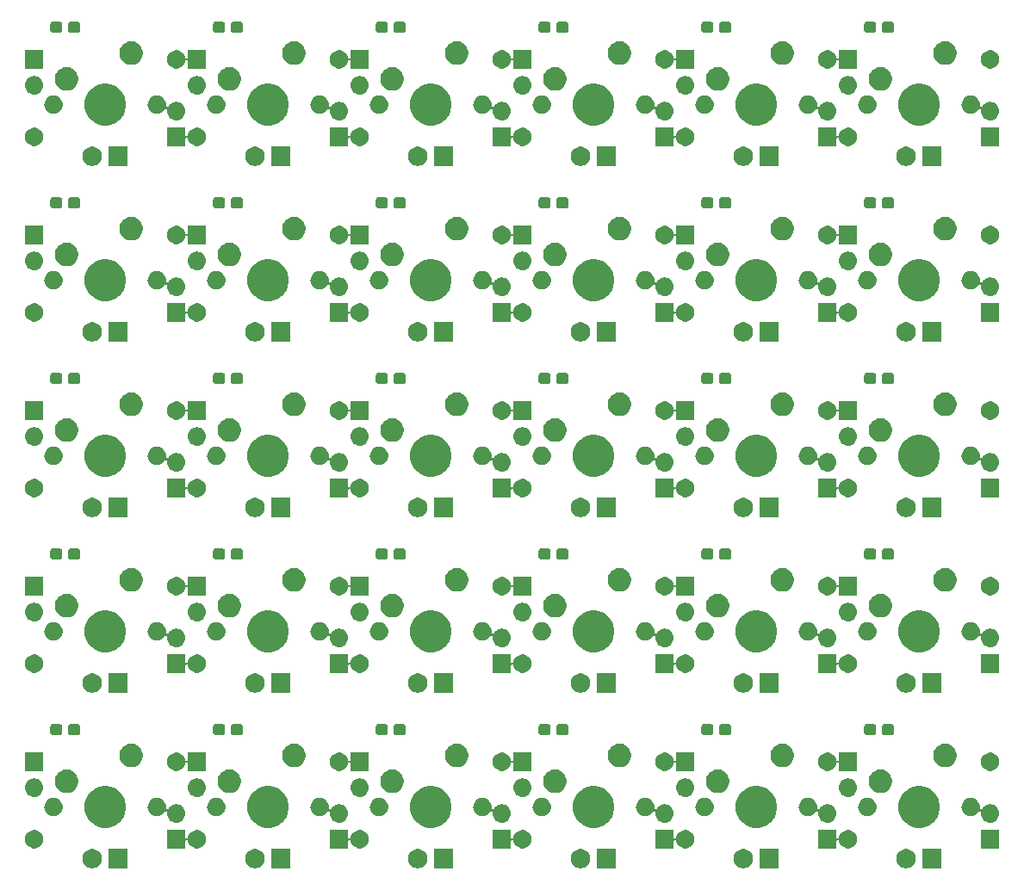
<source format=gts>
G04 #@! TF.GenerationSoftware,KiCad,Pcbnew,5.1.0*
G04 #@! TF.CreationDate,2019-09-19T01:17:52+09:00*
G04 #@! TF.ProjectId,panelized_switch,70616e65-6c69-47a6-9564-5f7377697463,rev?*
G04 #@! TF.SameCoordinates,Original*
G04 #@! TF.FileFunction,Soldermask,Top*
G04 #@! TF.FilePolarity,Negative*
%FSLAX46Y46*%
G04 Gerber Fmt 4.6, Leading zero omitted, Abs format (unit mm)*
G04 Created by KiCad (PCBNEW 5.1.0) date 2019-09-19 01:17:52*
%MOMM*%
%LPD*%
G04 APERTURE LIST*
%ADD10C,0.100000*%
G04 APERTURE END LIST*
D10*
G36*
X38924000Y-97090000D02*
G01*
X37022000Y-97090000D01*
X37022000Y-95188000D01*
X38924000Y-95188000D01*
X38924000Y-97090000D01*
X38924000Y-97090000D01*
G37*
G36*
X99718395Y-95224546D02*
G01*
X99891466Y-95296234D01*
X99891467Y-95296235D01*
X100047227Y-95400310D01*
X100179690Y-95532773D01*
X100179691Y-95532775D01*
X100283766Y-95688534D01*
X100355454Y-95861605D01*
X100392000Y-96045333D01*
X100392000Y-96232667D01*
X100355454Y-96416395D01*
X100283766Y-96589466D01*
X100283765Y-96589467D01*
X100179690Y-96745227D01*
X100047227Y-96877690D01*
X99968818Y-96930081D01*
X99891466Y-96981766D01*
X99718395Y-97053454D01*
X99534667Y-97090000D01*
X99347333Y-97090000D01*
X99163605Y-97053454D01*
X98990534Y-96981766D01*
X98913182Y-96930081D01*
X98834773Y-96877690D01*
X98702310Y-96745227D01*
X98598235Y-96589467D01*
X98598234Y-96589466D01*
X98526546Y-96416395D01*
X98490000Y-96232667D01*
X98490000Y-96045333D01*
X98526546Y-95861605D01*
X98598234Y-95688534D01*
X98702309Y-95532775D01*
X98702310Y-95532773D01*
X98834773Y-95400310D01*
X98990533Y-95296235D01*
X98990534Y-95296234D01*
X99163605Y-95224546D01*
X99347333Y-95188000D01*
X99534667Y-95188000D01*
X99718395Y-95224546D01*
X99718395Y-95224546D01*
G37*
G36*
X19708395Y-95224546D02*
G01*
X19881466Y-95296234D01*
X19881467Y-95296235D01*
X20037227Y-95400310D01*
X20169690Y-95532773D01*
X20169691Y-95532775D01*
X20273766Y-95688534D01*
X20345454Y-95861605D01*
X20382000Y-96045333D01*
X20382000Y-96232667D01*
X20345454Y-96416395D01*
X20273766Y-96589466D01*
X20273765Y-96589467D01*
X20169690Y-96745227D01*
X20037227Y-96877690D01*
X19958818Y-96930081D01*
X19881466Y-96981766D01*
X19708395Y-97053454D01*
X19524667Y-97090000D01*
X19337333Y-97090000D01*
X19153605Y-97053454D01*
X18980534Y-96981766D01*
X18903182Y-96930081D01*
X18824773Y-96877690D01*
X18692310Y-96745227D01*
X18588235Y-96589467D01*
X18588234Y-96589466D01*
X18516546Y-96416395D01*
X18480000Y-96232667D01*
X18480000Y-96045333D01*
X18516546Y-95861605D01*
X18588234Y-95688534D01*
X18692309Y-95532775D01*
X18692310Y-95532773D01*
X18824773Y-95400310D01*
X18980533Y-95296235D01*
X18980534Y-95296234D01*
X19153605Y-95224546D01*
X19337333Y-95188000D01*
X19524667Y-95188000D01*
X19708395Y-95224546D01*
X19708395Y-95224546D01*
G37*
G36*
X22922000Y-97090000D02*
G01*
X21020000Y-97090000D01*
X21020000Y-95188000D01*
X22922000Y-95188000D01*
X22922000Y-97090000D01*
X22922000Y-97090000D01*
G37*
G36*
X70928000Y-97090000D02*
G01*
X69026000Y-97090000D01*
X69026000Y-95188000D01*
X70928000Y-95188000D01*
X70928000Y-97090000D01*
X70928000Y-97090000D01*
G37*
G36*
X67714395Y-95224546D02*
G01*
X67887466Y-95296234D01*
X67887467Y-95296235D01*
X68043227Y-95400310D01*
X68175690Y-95532773D01*
X68175691Y-95532775D01*
X68279766Y-95688534D01*
X68351454Y-95861605D01*
X68388000Y-96045333D01*
X68388000Y-96232667D01*
X68351454Y-96416395D01*
X68279766Y-96589466D01*
X68279765Y-96589467D01*
X68175690Y-96745227D01*
X68043227Y-96877690D01*
X67964818Y-96930081D01*
X67887466Y-96981766D01*
X67714395Y-97053454D01*
X67530667Y-97090000D01*
X67343333Y-97090000D01*
X67159605Y-97053454D01*
X66986534Y-96981766D01*
X66909182Y-96930081D01*
X66830773Y-96877690D01*
X66698310Y-96745227D01*
X66594235Y-96589467D01*
X66594234Y-96589466D01*
X66522546Y-96416395D01*
X66486000Y-96232667D01*
X66486000Y-96045333D01*
X66522546Y-95861605D01*
X66594234Y-95688534D01*
X66698309Y-95532775D01*
X66698310Y-95532773D01*
X66830773Y-95400310D01*
X66986533Y-95296235D01*
X66986534Y-95296234D01*
X67159605Y-95224546D01*
X67343333Y-95188000D01*
X67530667Y-95188000D01*
X67714395Y-95224546D01*
X67714395Y-95224546D01*
G37*
G36*
X86930000Y-97090000D02*
G01*
X85028000Y-97090000D01*
X85028000Y-95188000D01*
X86930000Y-95188000D01*
X86930000Y-97090000D01*
X86930000Y-97090000D01*
G37*
G36*
X102932000Y-97090000D02*
G01*
X101030000Y-97090000D01*
X101030000Y-95188000D01*
X102932000Y-95188000D01*
X102932000Y-97090000D01*
X102932000Y-97090000D01*
G37*
G36*
X54926000Y-97090000D02*
G01*
X53024000Y-97090000D01*
X53024000Y-95188000D01*
X54926000Y-95188000D01*
X54926000Y-97090000D01*
X54926000Y-97090000D01*
G37*
G36*
X51712395Y-95224546D02*
G01*
X51885466Y-95296234D01*
X51885467Y-95296235D01*
X52041227Y-95400310D01*
X52173690Y-95532773D01*
X52173691Y-95532775D01*
X52277766Y-95688534D01*
X52349454Y-95861605D01*
X52386000Y-96045333D01*
X52386000Y-96232667D01*
X52349454Y-96416395D01*
X52277766Y-96589466D01*
X52277765Y-96589467D01*
X52173690Y-96745227D01*
X52041227Y-96877690D01*
X51962818Y-96930081D01*
X51885466Y-96981766D01*
X51712395Y-97053454D01*
X51528667Y-97090000D01*
X51341333Y-97090000D01*
X51157605Y-97053454D01*
X50984534Y-96981766D01*
X50907182Y-96930081D01*
X50828773Y-96877690D01*
X50696310Y-96745227D01*
X50592235Y-96589467D01*
X50592234Y-96589466D01*
X50520546Y-96416395D01*
X50484000Y-96232667D01*
X50484000Y-96045333D01*
X50520546Y-95861605D01*
X50592234Y-95688534D01*
X50696309Y-95532775D01*
X50696310Y-95532773D01*
X50828773Y-95400310D01*
X50984533Y-95296235D01*
X50984534Y-95296234D01*
X51157605Y-95224546D01*
X51341333Y-95188000D01*
X51528667Y-95188000D01*
X51712395Y-95224546D01*
X51712395Y-95224546D01*
G37*
G36*
X35710395Y-95224546D02*
G01*
X35883466Y-95296234D01*
X35883467Y-95296235D01*
X36039227Y-95400310D01*
X36171690Y-95532773D01*
X36171691Y-95532775D01*
X36275766Y-95688534D01*
X36347454Y-95861605D01*
X36384000Y-96045333D01*
X36384000Y-96232667D01*
X36347454Y-96416395D01*
X36275766Y-96589466D01*
X36275765Y-96589467D01*
X36171690Y-96745227D01*
X36039227Y-96877690D01*
X35960818Y-96930081D01*
X35883466Y-96981766D01*
X35710395Y-97053454D01*
X35526667Y-97090000D01*
X35339333Y-97090000D01*
X35155605Y-97053454D01*
X34982534Y-96981766D01*
X34905182Y-96930081D01*
X34826773Y-96877690D01*
X34694310Y-96745227D01*
X34590235Y-96589467D01*
X34590234Y-96589466D01*
X34518546Y-96416395D01*
X34482000Y-96232667D01*
X34482000Y-96045333D01*
X34518546Y-95861605D01*
X34590234Y-95688534D01*
X34694309Y-95532775D01*
X34694310Y-95532773D01*
X34826773Y-95400310D01*
X34982533Y-95296235D01*
X34982534Y-95296234D01*
X35155605Y-95224546D01*
X35339333Y-95188000D01*
X35526667Y-95188000D01*
X35710395Y-95224546D01*
X35710395Y-95224546D01*
G37*
G36*
X83716395Y-95224546D02*
G01*
X83889466Y-95296234D01*
X83889467Y-95296235D01*
X84045227Y-95400310D01*
X84177690Y-95532773D01*
X84177691Y-95532775D01*
X84281766Y-95688534D01*
X84353454Y-95861605D01*
X84390000Y-96045333D01*
X84390000Y-96232667D01*
X84353454Y-96416395D01*
X84281766Y-96589466D01*
X84281765Y-96589467D01*
X84177690Y-96745227D01*
X84045227Y-96877690D01*
X83966818Y-96930081D01*
X83889466Y-96981766D01*
X83716395Y-97053454D01*
X83532667Y-97090000D01*
X83345333Y-97090000D01*
X83161605Y-97053454D01*
X82988534Y-96981766D01*
X82911182Y-96930081D01*
X82832773Y-96877690D01*
X82700310Y-96745227D01*
X82596235Y-96589467D01*
X82596234Y-96589466D01*
X82524546Y-96416395D01*
X82488000Y-96232667D01*
X82488000Y-96045333D01*
X82524546Y-95861605D01*
X82596234Y-95688534D01*
X82700309Y-95532775D01*
X82700310Y-95532773D01*
X82832773Y-95400310D01*
X82988533Y-95296235D01*
X82988534Y-95296234D01*
X83161605Y-95224546D01*
X83345333Y-95188000D01*
X83532667Y-95188000D01*
X83716395Y-95224546D01*
X83716395Y-95224546D01*
G37*
G36*
X92595000Y-94032412D02*
G01*
X92597402Y-94056798D01*
X92604515Y-94080247D01*
X92616066Y-94101858D01*
X92631611Y-94120800D01*
X92650553Y-94136345D01*
X92672164Y-94147896D01*
X92695613Y-94155009D01*
X92719999Y-94157411D01*
X92744385Y-94155009D01*
X92767834Y-94147896D01*
X92789445Y-94136345D01*
X92808387Y-94120800D01*
X92823932Y-94101858D01*
X92835483Y-94080247D01*
X92842596Y-94056798D01*
X92859624Y-93971188D01*
X92927544Y-93807216D01*
X93026147Y-93659646D01*
X93151646Y-93534147D01*
X93299216Y-93435544D01*
X93463188Y-93367624D01*
X93612488Y-93337927D01*
X93637258Y-93333000D01*
X93814742Y-93333000D01*
X93839512Y-93337927D01*
X93988812Y-93367624D01*
X94152784Y-93435544D01*
X94300354Y-93534147D01*
X94425853Y-93659646D01*
X94524456Y-93807216D01*
X94592376Y-93971188D01*
X94627000Y-94145259D01*
X94627000Y-94322741D01*
X94592376Y-94496812D01*
X94524456Y-94660784D01*
X94425853Y-94808354D01*
X94300354Y-94933853D01*
X94152784Y-95032456D01*
X93988812Y-95100376D01*
X93839512Y-95130073D01*
X93814742Y-95135000D01*
X93637258Y-95135000D01*
X93612488Y-95130073D01*
X93463188Y-95100376D01*
X93299216Y-95032456D01*
X93151646Y-94933853D01*
X93026147Y-94808354D01*
X92927544Y-94660784D01*
X92859624Y-94496812D01*
X92842595Y-94411198D01*
X92835483Y-94387753D01*
X92823932Y-94366142D01*
X92808386Y-94347200D01*
X92789444Y-94331655D01*
X92767834Y-94320104D01*
X92744385Y-94312991D01*
X92719999Y-94310589D01*
X92695613Y-94312991D01*
X92672164Y-94320104D01*
X92650553Y-94331655D01*
X92631611Y-94347201D01*
X92616066Y-94366143D01*
X92604515Y-94387753D01*
X92597402Y-94411202D01*
X92595000Y-94435588D01*
X92595000Y-95135000D01*
X90793000Y-95135000D01*
X90793000Y-93333000D01*
X92595000Y-93333000D01*
X92595000Y-94032412D01*
X92595000Y-94032412D01*
G37*
G36*
X28587000Y-94032412D02*
G01*
X28589402Y-94056798D01*
X28596515Y-94080247D01*
X28608066Y-94101858D01*
X28623611Y-94120800D01*
X28642553Y-94136345D01*
X28664164Y-94147896D01*
X28687613Y-94155009D01*
X28711999Y-94157411D01*
X28736385Y-94155009D01*
X28759834Y-94147896D01*
X28781445Y-94136345D01*
X28800387Y-94120800D01*
X28815932Y-94101858D01*
X28827483Y-94080247D01*
X28834596Y-94056798D01*
X28851624Y-93971188D01*
X28919544Y-93807216D01*
X29018147Y-93659646D01*
X29143646Y-93534147D01*
X29291216Y-93435544D01*
X29455188Y-93367624D01*
X29604488Y-93337927D01*
X29629258Y-93333000D01*
X29806742Y-93333000D01*
X29831512Y-93337927D01*
X29980812Y-93367624D01*
X30144784Y-93435544D01*
X30292354Y-93534147D01*
X30417853Y-93659646D01*
X30516456Y-93807216D01*
X30584376Y-93971188D01*
X30619000Y-94145259D01*
X30619000Y-94322741D01*
X30584376Y-94496812D01*
X30516456Y-94660784D01*
X30417853Y-94808354D01*
X30292354Y-94933853D01*
X30144784Y-95032456D01*
X29980812Y-95100376D01*
X29831512Y-95130073D01*
X29806742Y-95135000D01*
X29629258Y-95135000D01*
X29604488Y-95130073D01*
X29455188Y-95100376D01*
X29291216Y-95032456D01*
X29143646Y-94933853D01*
X29018147Y-94808354D01*
X28919544Y-94660784D01*
X28851624Y-94496812D01*
X28834595Y-94411198D01*
X28827483Y-94387753D01*
X28815932Y-94366142D01*
X28800386Y-94347200D01*
X28781444Y-94331655D01*
X28759834Y-94320104D01*
X28736385Y-94312991D01*
X28711999Y-94310589D01*
X28687613Y-94312991D01*
X28664164Y-94320104D01*
X28642553Y-94331655D01*
X28623611Y-94347201D01*
X28608066Y-94366143D01*
X28596515Y-94387753D01*
X28589402Y-94411202D01*
X28587000Y-94435588D01*
X28587000Y-95135000D01*
X26785000Y-95135000D01*
X26785000Y-93333000D01*
X28587000Y-93333000D01*
X28587000Y-94032412D01*
X28587000Y-94032412D01*
G37*
G36*
X76593000Y-94032412D02*
G01*
X76595402Y-94056798D01*
X76602515Y-94080247D01*
X76614066Y-94101858D01*
X76629611Y-94120800D01*
X76648553Y-94136345D01*
X76670164Y-94147896D01*
X76693613Y-94155009D01*
X76717999Y-94157411D01*
X76742385Y-94155009D01*
X76765834Y-94147896D01*
X76787445Y-94136345D01*
X76806387Y-94120800D01*
X76821932Y-94101858D01*
X76833483Y-94080247D01*
X76840596Y-94056798D01*
X76857624Y-93971188D01*
X76925544Y-93807216D01*
X77024147Y-93659646D01*
X77149646Y-93534147D01*
X77297216Y-93435544D01*
X77461188Y-93367624D01*
X77610488Y-93337927D01*
X77635258Y-93333000D01*
X77812742Y-93333000D01*
X77837512Y-93337927D01*
X77986812Y-93367624D01*
X78150784Y-93435544D01*
X78298354Y-93534147D01*
X78423853Y-93659646D01*
X78522456Y-93807216D01*
X78590376Y-93971188D01*
X78625000Y-94145259D01*
X78625000Y-94322741D01*
X78590376Y-94496812D01*
X78522456Y-94660784D01*
X78423853Y-94808354D01*
X78298354Y-94933853D01*
X78150784Y-95032456D01*
X77986812Y-95100376D01*
X77837512Y-95130073D01*
X77812742Y-95135000D01*
X77635258Y-95135000D01*
X77610488Y-95130073D01*
X77461188Y-95100376D01*
X77297216Y-95032456D01*
X77149646Y-94933853D01*
X77024147Y-94808354D01*
X76925544Y-94660784D01*
X76857624Y-94496812D01*
X76840595Y-94411198D01*
X76833483Y-94387753D01*
X76821932Y-94366142D01*
X76806386Y-94347200D01*
X76787444Y-94331655D01*
X76765834Y-94320104D01*
X76742385Y-94312991D01*
X76717999Y-94310589D01*
X76693613Y-94312991D01*
X76670164Y-94320104D01*
X76648553Y-94331655D01*
X76629611Y-94347201D01*
X76614066Y-94366143D01*
X76602515Y-94387753D01*
X76595402Y-94411202D01*
X76593000Y-94435588D01*
X76593000Y-95135000D01*
X74791000Y-95135000D01*
X74791000Y-93333000D01*
X76593000Y-93333000D01*
X76593000Y-94032412D01*
X76593000Y-94032412D01*
G37*
G36*
X108597000Y-95135000D02*
G01*
X106795000Y-95135000D01*
X106795000Y-93333000D01*
X108597000Y-93333000D01*
X108597000Y-95135000D01*
X108597000Y-95135000D01*
G37*
G36*
X13829512Y-93337927D02*
G01*
X13978812Y-93367624D01*
X14142784Y-93435544D01*
X14290354Y-93534147D01*
X14415853Y-93659646D01*
X14514456Y-93807216D01*
X14582376Y-93971188D01*
X14617000Y-94145259D01*
X14617000Y-94322741D01*
X14582376Y-94496812D01*
X14514456Y-94660784D01*
X14415853Y-94808354D01*
X14290354Y-94933853D01*
X14142784Y-95032456D01*
X13978812Y-95100376D01*
X13829512Y-95130073D01*
X13804742Y-95135000D01*
X13627258Y-95135000D01*
X13602488Y-95130073D01*
X13453188Y-95100376D01*
X13289216Y-95032456D01*
X13141646Y-94933853D01*
X13016147Y-94808354D01*
X12917544Y-94660784D01*
X12849624Y-94496812D01*
X12815000Y-94322741D01*
X12815000Y-94145259D01*
X12849624Y-93971188D01*
X12917544Y-93807216D01*
X13016147Y-93659646D01*
X13141646Y-93534147D01*
X13289216Y-93435544D01*
X13453188Y-93367624D01*
X13602488Y-93337927D01*
X13627258Y-93333000D01*
X13804742Y-93333000D01*
X13829512Y-93337927D01*
X13829512Y-93337927D01*
G37*
G36*
X44589000Y-94032412D02*
G01*
X44591402Y-94056798D01*
X44598515Y-94080247D01*
X44610066Y-94101858D01*
X44625611Y-94120800D01*
X44644553Y-94136345D01*
X44666164Y-94147896D01*
X44689613Y-94155009D01*
X44713999Y-94157411D01*
X44738385Y-94155009D01*
X44761834Y-94147896D01*
X44783445Y-94136345D01*
X44802387Y-94120800D01*
X44817932Y-94101858D01*
X44829483Y-94080247D01*
X44836596Y-94056798D01*
X44853624Y-93971188D01*
X44921544Y-93807216D01*
X45020147Y-93659646D01*
X45145646Y-93534147D01*
X45293216Y-93435544D01*
X45457188Y-93367624D01*
X45606488Y-93337927D01*
X45631258Y-93333000D01*
X45808742Y-93333000D01*
X45833512Y-93337927D01*
X45982812Y-93367624D01*
X46146784Y-93435544D01*
X46294354Y-93534147D01*
X46419853Y-93659646D01*
X46518456Y-93807216D01*
X46586376Y-93971188D01*
X46621000Y-94145259D01*
X46621000Y-94322741D01*
X46586376Y-94496812D01*
X46518456Y-94660784D01*
X46419853Y-94808354D01*
X46294354Y-94933853D01*
X46146784Y-95032456D01*
X45982812Y-95100376D01*
X45833512Y-95130073D01*
X45808742Y-95135000D01*
X45631258Y-95135000D01*
X45606488Y-95130073D01*
X45457188Y-95100376D01*
X45293216Y-95032456D01*
X45145646Y-94933853D01*
X45020147Y-94808354D01*
X44921544Y-94660784D01*
X44853624Y-94496812D01*
X44836595Y-94411198D01*
X44829483Y-94387753D01*
X44817932Y-94366142D01*
X44802386Y-94347200D01*
X44783444Y-94331655D01*
X44761834Y-94320104D01*
X44738385Y-94312991D01*
X44713999Y-94310589D01*
X44689613Y-94312991D01*
X44666164Y-94320104D01*
X44644553Y-94331655D01*
X44625611Y-94347201D01*
X44610066Y-94366143D01*
X44598515Y-94387753D01*
X44591402Y-94411202D01*
X44589000Y-94435588D01*
X44589000Y-95135000D01*
X42787000Y-95135000D01*
X42787000Y-93333000D01*
X44589000Y-93333000D01*
X44589000Y-94032412D01*
X44589000Y-94032412D01*
G37*
G36*
X60591000Y-94032412D02*
G01*
X60593402Y-94056798D01*
X60600515Y-94080247D01*
X60612066Y-94101858D01*
X60627611Y-94120800D01*
X60646553Y-94136345D01*
X60668164Y-94147896D01*
X60691613Y-94155009D01*
X60715999Y-94157411D01*
X60740385Y-94155009D01*
X60763834Y-94147896D01*
X60785445Y-94136345D01*
X60804387Y-94120800D01*
X60819932Y-94101858D01*
X60831483Y-94080247D01*
X60838596Y-94056798D01*
X60855624Y-93971188D01*
X60923544Y-93807216D01*
X61022147Y-93659646D01*
X61147646Y-93534147D01*
X61295216Y-93435544D01*
X61459188Y-93367624D01*
X61608488Y-93337927D01*
X61633258Y-93333000D01*
X61810742Y-93333000D01*
X61835512Y-93337927D01*
X61984812Y-93367624D01*
X62148784Y-93435544D01*
X62296354Y-93534147D01*
X62421853Y-93659646D01*
X62520456Y-93807216D01*
X62588376Y-93971188D01*
X62623000Y-94145259D01*
X62623000Y-94322741D01*
X62588376Y-94496812D01*
X62520456Y-94660784D01*
X62421853Y-94808354D01*
X62296354Y-94933853D01*
X62148784Y-95032456D01*
X61984812Y-95100376D01*
X61835512Y-95130073D01*
X61810742Y-95135000D01*
X61633258Y-95135000D01*
X61608488Y-95130073D01*
X61459188Y-95100376D01*
X61295216Y-95032456D01*
X61147646Y-94933853D01*
X61022147Y-94808354D01*
X60923544Y-94660784D01*
X60855624Y-94496812D01*
X60838595Y-94411198D01*
X60831483Y-94387753D01*
X60819932Y-94366142D01*
X60804386Y-94347200D01*
X60785444Y-94331655D01*
X60763834Y-94320104D01*
X60740385Y-94312991D01*
X60715999Y-94310589D01*
X60691613Y-94312991D01*
X60668164Y-94320104D01*
X60646553Y-94331655D01*
X60627611Y-94347201D01*
X60612066Y-94366143D01*
X60600515Y-94387753D01*
X60593402Y-94411202D01*
X60591000Y-94435588D01*
X60591000Y-95135000D01*
X58789000Y-95135000D01*
X58789000Y-93333000D01*
X60591000Y-93333000D01*
X60591000Y-94032412D01*
X60591000Y-94032412D01*
G37*
G36*
X101309254Y-89086818D02*
G01*
X101682511Y-89241426D01*
X101682513Y-89241427D01*
X102018436Y-89465884D01*
X102304116Y-89751564D01*
X102498155Y-90041963D01*
X102528574Y-90087489D01*
X102683182Y-90460746D01*
X102762000Y-90856993D01*
X102762000Y-91261007D01*
X102683182Y-91657254D01*
X102528574Y-92030511D01*
X102528573Y-92030513D01*
X102304116Y-92366436D01*
X102018436Y-92652116D01*
X101682513Y-92876573D01*
X101682512Y-92876574D01*
X101682511Y-92876574D01*
X101309254Y-93031182D01*
X100913007Y-93110000D01*
X100508993Y-93110000D01*
X100112746Y-93031182D01*
X99739489Y-92876574D01*
X99739488Y-92876574D01*
X99739487Y-92876573D01*
X99403564Y-92652116D01*
X99117884Y-92366436D01*
X98893427Y-92030513D01*
X98893426Y-92030511D01*
X98738818Y-91657254D01*
X98660000Y-91261007D01*
X98660000Y-90856993D01*
X98738818Y-90460746D01*
X98893426Y-90087489D01*
X98923846Y-90041963D01*
X99117884Y-89751564D01*
X99403564Y-89465884D01*
X99739487Y-89241427D01*
X99739489Y-89241426D01*
X100112746Y-89086818D01*
X100508993Y-89008000D01*
X100913007Y-89008000D01*
X101309254Y-89086818D01*
X101309254Y-89086818D01*
G37*
G36*
X21299254Y-89086818D02*
G01*
X21672511Y-89241426D01*
X21672513Y-89241427D01*
X22008436Y-89465884D01*
X22294116Y-89751564D01*
X22488155Y-90041963D01*
X22518574Y-90087489D01*
X22673182Y-90460746D01*
X22752000Y-90856993D01*
X22752000Y-91261007D01*
X22673182Y-91657254D01*
X22518574Y-92030511D01*
X22518573Y-92030513D01*
X22294116Y-92366436D01*
X22008436Y-92652116D01*
X21672513Y-92876573D01*
X21672512Y-92876574D01*
X21672511Y-92876574D01*
X21299254Y-93031182D01*
X20903007Y-93110000D01*
X20498993Y-93110000D01*
X20102746Y-93031182D01*
X19729489Y-92876574D01*
X19729488Y-92876574D01*
X19729487Y-92876573D01*
X19393564Y-92652116D01*
X19107884Y-92366436D01*
X18883427Y-92030513D01*
X18883426Y-92030511D01*
X18728818Y-91657254D01*
X18650000Y-91261007D01*
X18650000Y-90856993D01*
X18728818Y-90460746D01*
X18883426Y-90087489D01*
X18913846Y-90041963D01*
X19107884Y-89751564D01*
X19393564Y-89465884D01*
X19729487Y-89241427D01*
X19729489Y-89241426D01*
X20102746Y-89086818D01*
X20498993Y-89008000D01*
X20903007Y-89008000D01*
X21299254Y-89086818D01*
X21299254Y-89086818D01*
G37*
G36*
X53303254Y-89086818D02*
G01*
X53676511Y-89241426D01*
X53676513Y-89241427D01*
X54012436Y-89465884D01*
X54298116Y-89751564D01*
X54492155Y-90041963D01*
X54522574Y-90087489D01*
X54677182Y-90460746D01*
X54756000Y-90856993D01*
X54756000Y-91261007D01*
X54677182Y-91657254D01*
X54522574Y-92030511D01*
X54522573Y-92030513D01*
X54298116Y-92366436D01*
X54012436Y-92652116D01*
X53676513Y-92876573D01*
X53676512Y-92876574D01*
X53676511Y-92876574D01*
X53303254Y-93031182D01*
X52907007Y-93110000D01*
X52502993Y-93110000D01*
X52106746Y-93031182D01*
X51733489Y-92876574D01*
X51733488Y-92876574D01*
X51733487Y-92876573D01*
X51397564Y-92652116D01*
X51111884Y-92366436D01*
X50887427Y-92030513D01*
X50887426Y-92030511D01*
X50732818Y-91657254D01*
X50654000Y-91261007D01*
X50654000Y-90856993D01*
X50732818Y-90460746D01*
X50887426Y-90087489D01*
X50917846Y-90041963D01*
X51111884Y-89751564D01*
X51397564Y-89465884D01*
X51733487Y-89241427D01*
X51733489Y-89241426D01*
X52106746Y-89086818D01*
X52502993Y-89008000D01*
X52907007Y-89008000D01*
X53303254Y-89086818D01*
X53303254Y-89086818D01*
G37*
G36*
X85307254Y-89086818D02*
G01*
X85680511Y-89241426D01*
X85680513Y-89241427D01*
X86016436Y-89465884D01*
X86302116Y-89751564D01*
X86496155Y-90041963D01*
X86526574Y-90087489D01*
X86681182Y-90460746D01*
X86760000Y-90856993D01*
X86760000Y-91261007D01*
X86681182Y-91657254D01*
X86526574Y-92030511D01*
X86526573Y-92030513D01*
X86302116Y-92366436D01*
X86016436Y-92652116D01*
X85680513Y-92876573D01*
X85680512Y-92876574D01*
X85680511Y-92876574D01*
X85307254Y-93031182D01*
X84911007Y-93110000D01*
X84506993Y-93110000D01*
X84110746Y-93031182D01*
X83737489Y-92876574D01*
X83737488Y-92876574D01*
X83737487Y-92876573D01*
X83401564Y-92652116D01*
X83115884Y-92366436D01*
X82891427Y-92030513D01*
X82891426Y-92030511D01*
X82736818Y-91657254D01*
X82658000Y-91261007D01*
X82658000Y-90856993D01*
X82736818Y-90460746D01*
X82891426Y-90087489D01*
X82921846Y-90041963D01*
X83115884Y-89751564D01*
X83401564Y-89465884D01*
X83737487Y-89241427D01*
X83737489Y-89241426D01*
X84110746Y-89086818D01*
X84506993Y-89008000D01*
X84911007Y-89008000D01*
X85307254Y-89086818D01*
X85307254Y-89086818D01*
G37*
G36*
X69305254Y-89086818D02*
G01*
X69678511Y-89241426D01*
X69678513Y-89241427D01*
X70014436Y-89465884D01*
X70300116Y-89751564D01*
X70494155Y-90041963D01*
X70524574Y-90087489D01*
X70679182Y-90460746D01*
X70758000Y-90856993D01*
X70758000Y-91261007D01*
X70679182Y-91657254D01*
X70524574Y-92030511D01*
X70524573Y-92030513D01*
X70300116Y-92366436D01*
X70014436Y-92652116D01*
X69678513Y-92876573D01*
X69678512Y-92876574D01*
X69678511Y-92876574D01*
X69305254Y-93031182D01*
X68909007Y-93110000D01*
X68504993Y-93110000D01*
X68108746Y-93031182D01*
X67735489Y-92876574D01*
X67735488Y-92876574D01*
X67735487Y-92876573D01*
X67399564Y-92652116D01*
X67113884Y-92366436D01*
X66889427Y-92030513D01*
X66889426Y-92030511D01*
X66734818Y-91657254D01*
X66656000Y-91261007D01*
X66656000Y-90856993D01*
X66734818Y-90460746D01*
X66889426Y-90087489D01*
X66919846Y-90041963D01*
X67113884Y-89751564D01*
X67399564Y-89465884D01*
X67735487Y-89241427D01*
X67735489Y-89241426D01*
X68108746Y-89086818D01*
X68504993Y-89008000D01*
X68909007Y-89008000D01*
X69305254Y-89086818D01*
X69305254Y-89086818D01*
G37*
G36*
X37301254Y-89086818D02*
G01*
X37674511Y-89241426D01*
X37674513Y-89241427D01*
X38010436Y-89465884D01*
X38296116Y-89751564D01*
X38490155Y-90041963D01*
X38520574Y-90087489D01*
X38675182Y-90460746D01*
X38754000Y-90856993D01*
X38754000Y-91261007D01*
X38675182Y-91657254D01*
X38520574Y-92030511D01*
X38520573Y-92030513D01*
X38296116Y-92366436D01*
X38010436Y-92652116D01*
X37674513Y-92876573D01*
X37674512Y-92876574D01*
X37674511Y-92876574D01*
X37301254Y-93031182D01*
X36905007Y-93110000D01*
X36500993Y-93110000D01*
X36104746Y-93031182D01*
X35731489Y-92876574D01*
X35731488Y-92876574D01*
X35731487Y-92876573D01*
X35395564Y-92652116D01*
X35109884Y-92366436D01*
X34885427Y-92030513D01*
X34885426Y-92030511D01*
X34730818Y-91657254D01*
X34652000Y-91261007D01*
X34652000Y-90856993D01*
X34730818Y-90460746D01*
X34885426Y-90087489D01*
X34915846Y-90041963D01*
X35109884Y-89751564D01*
X35395564Y-89465884D01*
X35731487Y-89241427D01*
X35731489Y-89241426D01*
X36104746Y-89086818D01*
X36500993Y-89008000D01*
X36905007Y-89008000D01*
X37301254Y-89086818D01*
X37301254Y-89086818D01*
G37*
G36*
X89902512Y-90162927D02*
G01*
X90051812Y-90192624D01*
X90215784Y-90260544D01*
X90363354Y-90359147D01*
X90488853Y-90484646D01*
X90587456Y-90632216D01*
X90655376Y-90796188D01*
X90684224Y-90941221D01*
X90690000Y-90970258D01*
X90690000Y-91156919D01*
X90689387Y-91163153D01*
X90691792Y-91187539D01*
X90698909Y-91210987D01*
X90710463Y-91232596D01*
X90726011Y-91251536D01*
X90744955Y-91267079D01*
X90766567Y-91278627D01*
X90790017Y-91285737D01*
X90814403Y-91288135D01*
X90838789Y-91285730D01*
X90862237Y-91278613D01*
X90883846Y-91267059D01*
X90902786Y-91251511D01*
X90924622Y-91222066D01*
X90941222Y-91191009D01*
X90969199Y-91156919D01*
X91053814Y-91053814D01*
X91155629Y-90970258D01*
X91191009Y-90941222D01*
X91347534Y-90857557D01*
X91517373Y-90806037D01*
X91583557Y-90799519D01*
X91649740Y-90793000D01*
X91738260Y-90793000D01*
X91804443Y-90799519D01*
X91870627Y-90806037D01*
X92040466Y-90857557D01*
X92196991Y-90941222D01*
X92232371Y-90970258D01*
X92334186Y-91053814D01*
X92417448Y-91155271D01*
X92446778Y-91191009D01*
X92530443Y-91347534D01*
X92581963Y-91517373D01*
X92599359Y-91694000D01*
X92581963Y-91870627D01*
X92530443Y-92040466D01*
X92446778Y-92196991D01*
X92417448Y-92232729D01*
X92334186Y-92334186D01*
X92232729Y-92417448D01*
X92196991Y-92446778D01*
X92040466Y-92530443D01*
X91870627Y-92581963D01*
X91804443Y-92588481D01*
X91738260Y-92595000D01*
X91649740Y-92595000D01*
X91583557Y-92588481D01*
X91517373Y-92581963D01*
X91347534Y-92530443D01*
X91191009Y-92446778D01*
X91155271Y-92417448D01*
X91053814Y-92334186D01*
X90970552Y-92232729D01*
X90941222Y-92196991D01*
X90857557Y-92040466D01*
X90806037Y-91870627D01*
X90788641Y-91694000D01*
X90798563Y-91593256D01*
X90798563Y-91568752D01*
X90793783Y-91544719D01*
X90784405Y-91522080D01*
X90770791Y-91501705D01*
X90753464Y-91484378D01*
X90733090Y-91470765D01*
X90710451Y-91461387D01*
X90686418Y-91456607D01*
X90661914Y-91456607D01*
X90637881Y-91461387D01*
X90615242Y-91470765D01*
X90594867Y-91484379D01*
X90570238Y-91511552D01*
X90488853Y-91633354D01*
X90363354Y-91758853D01*
X90215784Y-91857456D01*
X90051812Y-91925376D01*
X89902512Y-91955073D01*
X89877742Y-91960000D01*
X89700258Y-91960000D01*
X89675488Y-91955073D01*
X89526188Y-91925376D01*
X89362216Y-91857456D01*
X89214646Y-91758853D01*
X89089147Y-91633354D01*
X88990544Y-91485784D01*
X88922624Y-91321812D01*
X88892927Y-91172512D01*
X88888000Y-91147742D01*
X88888000Y-90970258D01*
X88893776Y-90941221D01*
X88922624Y-90796188D01*
X88990544Y-90632216D01*
X89089147Y-90484646D01*
X89214646Y-90359147D01*
X89362216Y-90260544D01*
X89526188Y-90192624D01*
X89675488Y-90162927D01*
X89700258Y-90158000D01*
X89877742Y-90158000D01*
X89902512Y-90162927D01*
X89902512Y-90162927D01*
G37*
G36*
X57898512Y-90162927D02*
G01*
X58047812Y-90192624D01*
X58211784Y-90260544D01*
X58359354Y-90359147D01*
X58484853Y-90484646D01*
X58583456Y-90632216D01*
X58651376Y-90796188D01*
X58680224Y-90941221D01*
X58686000Y-90970258D01*
X58686000Y-91156919D01*
X58685387Y-91163153D01*
X58687792Y-91187539D01*
X58694909Y-91210987D01*
X58706463Y-91232596D01*
X58722011Y-91251536D01*
X58740955Y-91267079D01*
X58762567Y-91278627D01*
X58786017Y-91285737D01*
X58810403Y-91288135D01*
X58834789Y-91285730D01*
X58858237Y-91278613D01*
X58879846Y-91267059D01*
X58898786Y-91251511D01*
X58920622Y-91222066D01*
X58937222Y-91191009D01*
X58965199Y-91156919D01*
X59049814Y-91053814D01*
X59151629Y-90970258D01*
X59187009Y-90941222D01*
X59343534Y-90857557D01*
X59513373Y-90806037D01*
X59579557Y-90799519D01*
X59645740Y-90793000D01*
X59734260Y-90793000D01*
X59800443Y-90799519D01*
X59866627Y-90806037D01*
X60036466Y-90857557D01*
X60192991Y-90941222D01*
X60228371Y-90970258D01*
X60330186Y-91053814D01*
X60413448Y-91155271D01*
X60442778Y-91191009D01*
X60526443Y-91347534D01*
X60577963Y-91517373D01*
X60595359Y-91694000D01*
X60577963Y-91870627D01*
X60526443Y-92040466D01*
X60442778Y-92196991D01*
X60413448Y-92232729D01*
X60330186Y-92334186D01*
X60228729Y-92417448D01*
X60192991Y-92446778D01*
X60036466Y-92530443D01*
X59866627Y-92581963D01*
X59800443Y-92588481D01*
X59734260Y-92595000D01*
X59645740Y-92595000D01*
X59579557Y-92588481D01*
X59513373Y-92581963D01*
X59343534Y-92530443D01*
X59187009Y-92446778D01*
X59151271Y-92417448D01*
X59049814Y-92334186D01*
X58966552Y-92232729D01*
X58937222Y-92196991D01*
X58853557Y-92040466D01*
X58802037Y-91870627D01*
X58784641Y-91694000D01*
X58794563Y-91593256D01*
X58794563Y-91568752D01*
X58789783Y-91544719D01*
X58780405Y-91522080D01*
X58766791Y-91501705D01*
X58749464Y-91484378D01*
X58729090Y-91470765D01*
X58706451Y-91461387D01*
X58682418Y-91456607D01*
X58657914Y-91456607D01*
X58633881Y-91461387D01*
X58611242Y-91470765D01*
X58590867Y-91484379D01*
X58566238Y-91511552D01*
X58484853Y-91633354D01*
X58359354Y-91758853D01*
X58211784Y-91857456D01*
X58047812Y-91925376D01*
X57898512Y-91955073D01*
X57873742Y-91960000D01*
X57696258Y-91960000D01*
X57671488Y-91955073D01*
X57522188Y-91925376D01*
X57358216Y-91857456D01*
X57210646Y-91758853D01*
X57085147Y-91633354D01*
X56986544Y-91485784D01*
X56918624Y-91321812D01*
X56888927Y-91172512D01*
X56884000Y-91147742D01*
X56884000Y-90970258D01*
X56889776Y-90941221D01*
X56918624Y-90796188D01*
X56986544Y-90632216D01*
X57085147Y-90484646D01*
X57210646Y-90359147D01*
X57358216Y-90260544D01*
X57522188Y-90192624D01*
X57671488Y-90162927D01*
X57696258Y-90158000D01*
X57873742Y-90158000D01*
X57898512Y-90162927D01*
X57898512Y-90162927D01*
G37*
G36*
X25894512Y-90162927D02*
G01*
X26043812Y-90192624D01*
X26207784Y-90260544D01*
X26355354Y-90359147D01*
X26480853Y-90484646D01*
X26579456Y-90632216D01*
X26647376Y-90796188D01*
X26676224Y-90941221D01*
X26682000Y-90970258D01*
X26682000Y-91156919D01*
X26681387Y-91163153D01*
X26683792Y-91187539D01*
X26690909Y-91210987D01*
X26702463Y-91232596D01*
X26718011Y-91251536D01*
X26736955Y-91267079D01*
X26758567Y-91278627D01*
X26782017Y-91285737D01*
X26806403Y-91288135D01*
X26830789Y-91285730D01*
X26854237Y-91278613D01*
X26875846Y-91267059D01*
X26894786Y-91251511D01*
X26916622Y-91222066D01*
X26933222Y-91191009D01*
X26961199Y-91156919D01*
X27045814Y-91053814D01*
X27147629Y-90970258D01*
X27183009Y-90941222D01*
X27339534Y-90857557D01*
X27509373Y-90806037D01*
X27575557Y-90799519D01*
X27641740Y-90793000D01*
X27730260Y-90793000D01*
X27796443Y-90799519D01*
X27862627Y-90806037D01*
X28032466Y-90857557D01*
X28188991Y-90941222D01*
X28224371Y-90970258D01*
X28326186Y-91053814D01*
X28409448Y-91155271D01*
X28438778Y-91191009D01*
X28522443Y-91347534D01*
X28573963Y-91517373D01*
X28591359Y-91694000D01*
X28573963Y-91870627D01*
X28522443Y-92040466D01*
X28438778Y-92196991D01*
X28409448Y-92232729D01*
X28326186Y-92334186D01*
X28224729Y-92417448D01*
X28188991Y-92446778D01*
X28032466Y-92530443D01*
X27862627Y-92581963D01*
X27796443Y-92588481D01*
X27730260Y-92595000D01*
X27641740Y-92595000D01*
X27575557Y-92588481D01*
X27509373Y-92581963D01*
X27339534Y-92530443D01*
X27183009Y-92446778D01*
X27147271Y-92417448D01*
X27045814Y-92334186D01*
X26962552Y-92232729D01*
X26933222Y-92196991D01*
X26849557Y-92040466D01*
X26798037Y-91870627D01*
X26780641Y-91694000D01*
X26790563Y-91593256D01*
X26790563Y-91568752D01*
X26785783Y-91544719D01*
X26776405Y-91522080D01*
X26762791Y-91501705D01*
X26745464Y-91484378D01*
X26725090Y-91470765D01*
X26702451Y-91461387D01*
X26678418Y-91456607D01*
X26653914Y-91456607D01*
X26629881Y-91461387D01*
X26607242Y-91470765D01*
X26586867Y-91484379D01*
X26562238Y-91511552D01*
X26480853Y-91633354D01*
X26355354Y-91758853D01*
X26207784Y-91857456D01*
X26043812Y-91925376D01*
X25894512Y-91955073D01*
X25869742Y-91960000D01*
X25692258Y-91960000D01*
X25667488Y-91955073D01*
X25518188Y-91925376D01*
X25354216Y-91857456D01*
X25206646Y-91758853D01*
X25081147Y-91633354D01*
X24982544Y-91485784D01*
X24914624Y-91321812D01*
X24884927Y-91172512D01*
X24880000Y-91147742D01*
X24880000Y-90970258D01*
X24885776Y-90941221D01*
X24914624Y-90796188D01*
X24982544Y-90632216D01*
X25081147Y-90484646D01*
X25206646Y-90359147D01*
X25354216Y-90260544D01*
X25518188Y-90192624D01*
X25667488Y-90162927D01*
X25692258Y-90158000D01*
X25869742Y-90158000D01*
X25894512Y-90162927D01*
X25894512Y-90162927D01*
G37*
G36*
X105904512Y-90162927D02*
G01*
X106053812Y-90192624D01*
X106217784Y-90260544D01*
X106365354Y-90359147D01*
X106490853Y-90484646D01*
X106589456Y-90632216D01*
X106657376Y-90796188D01*
X106686224Y-90941221D01*
X106692000Y-90970258D01*
X106692000Y-91156919D01*
X106691387Y-91163153D01*
X106693792Y-91187539D01*
X106700909Y-91210987D01*
X106712463Y-91232596D01*
X106728011Y-91251536D01*
X106746955Y-91267079D01*
X106768567Y-91278627D01*
X106792017Y-91285737D01*
X106816403Y-91288135D01*
X106840789Y-91285730D01*
X106864237Y-91278613D01*
X106885846Y-91267059D01*
X106904786Y-91251511D01*
X106926622Y-91222066D01*
X106943222Y-91191009D01*
X106971199Y-91156919D01*
X107055814Y-91053814D01*
X107157629Y-90970258D01*
X107193009Y-90941222D01*
X107349534Y-90857557D01*
X107519373Y-90806037D01*
X107585557Y-90799519D01*
X107651740Y-90793000D01*
X107740260Y-90793000D01*
X107806443Y-90799519D01*
X107872627Y-90806037D01*
X108042466Y-90857557D01*
X108198991Y-90941222D01*
X108234371Y-90970258D01*
X108336186Y-91053814D01*
X108419448Y-91155271D01*
X108448778Y-91191009D01*
X108532443Y-91347534D01*
X108583963Y-91517373D01*
X108601359Y-91694000D01*
X108583963Y-91870627D01*
X108532443Y-92040466D01*
X108448778Y-92196991D01*
X108419448Y-92232729D01*
X108336186Y-92334186D01*
X108234729Y-92417448D01*
X108198991Y-92446778D01*
X108042466Y-92530443D01*
X107872627Y-92581963D01*
X107806443Y-92588481D01*
X107740260Y-92595000D01*
X107651740Y-92595000D01*
X107585557Y-92588481D01*
X107519373Y-92581963D01*
X107349534Y-92530443D01*
X107193009Y-92446778D01*
X107157271Y-92417448D01*
X107055814Y-92334186D01*
X106972552Y-92232729D01*
X106943222Y-92196991D01*
X106859557Y-92040466D01*
X106808037Y-91870627D01*
X106790641Y-91694000D01*
X106800563Y-91593256D01*
X106800563Y-91568752D01*
X106795783Y-91544719D01*
X106786405Y-91522080D01*
X106772791Y-91501705D01*
X106755464Y-91484378D01*
X106735090Y-91470765D01*
X106712451Y-91461387D01*
X106688418Y-91456607D01*
X106663914Y-91456607D01*
X106639881Y-91461387D01*
X106617242Y-91470765D01*
X106596867Y-91484379D01*
X106572238Y-91511552D01*
X106490853Y-91633354D01*
X106365354Y-91758853D01*
X106217784Y-91857456D01*
X106053812Y-91925376D01*
X105904512Y-91955073D01*
X105879742Y-91960000D01*
X105702258Y-91960000D01*
X105677488Y-91955073D01*
X105528188Y-91925376D01*
X105364216Y-91857456D01*
X105216646Y-91758853D01*
X105091147Y-91633354D01*
X104992544Y-91485784D01*
X104924624Y-91321812D01*
X104894927Y-91172512D01*
X104890000Y-91147742D01*
X104890000Y-90970258D01*
X104895776Y-90941221D01*
X104924624Y-90796188D01*
X104992544Y-90632216D01*
X105091147Y-90484646D01*
X105216646Y-90359147D01*
X105364216Y-90260544D01*
X105528188Y-90192624D01*
X105677488Y-90162927D01*
X105702258Y-90158000D01*
X105879742Y-90158000D01*
X105904512Y-90162927D01*
X105904512Y-90162927D01*
G37*
G36*
X73900512Y-90162927D02*
G01*
X74049812Y-90192624D01*
X74213784Y-90260544D01*
X74361354Y-90359147D01*
X74486853Y-90484646D01*
X74585456Y-90632216D01*
X74653376Y-90796188D01*
X74682224Y-90941221D01*
X74688000Y-90970258D01*
X74688000Y-91156919D01*
X74687387Y-91163153D01*
X74689792Y-91187539D01*
X74696909Y-91210987D01*
X74708463Y-91232596D01*
X74724011Y-91251536D01*
X74742955Y-91267079D01*
X74764567Y-91278627D01*
X74788017Y-91285737D01*
X74812403Y-91288135D01*
X74836789Y-91285730D01*
X74860237Y-91278613D01*
X74881846Y-91267059D01*
X74900786Y-91251511D01*
X74922622Y-91222066D01*
X74939222Y-91191009D01*
X74967199Y-91156919D01*
X75051814Y-91053814D01*
X75153629Y-90970258D01*
X75189009Y-90941222D01*
X75345534Y-90857557D01*
X75515373Y-90806037D01*
X75581557Y-90799519D01*
X75647740Y-90793000D01*
X75736260Y-90793000D01*
X75802443Y-90799519D01*
X75868627Y-90806037D01*
X76038466Y-90857557D01*
X76194991Y-90941222D01*
X76230371Y-90970258D01*
X76332186Y-91053814D01*
X76415448Y-91155271D01*
X76444778Y-91191009D01*
X76528443Y-91347534D01*
X76579963Y-91517373D01*
X76597359Y-91694000D01*
X76579963Y-91870627D01*
X76528443Y-92040466D01*
X76444778Y-92196991D01*
X76415448Y-92232729D01*
X76332186Y-92334186D01*
X76230729Y-92417448D01*
X76194991Y-92446778D01*
X76038466Y-92530443D01*
X75868627Y-92581963D01*
X75802443Y-92588481D01*
X75736260Y-92595000D01*
X75647740Y-92595000D01*
X75581557Y-92588481D01*
X75515373Y-92581963D01*
X75345534Y-92530443D01*
X75189009Y-92446778D01*
X75153271Y-92417448D01*
X75051814Y-92334186D01*
X74968552Y-92232729D01*
X74939222Y-92196991D01*
X74855557Y-92040466D01*
X74804037Y-91870627D01*
X74786641Y-91694000D01*
X74796563Y-91593256D01*
X74796563Y-91568752D01*
X74791783Y-91544719D01*
X74782405Y-91522080D01*
X74768791Y-91501705D01*
X74751464Y-91484378D01*
X74731090Y-91470765D01*
X74708451Y-91461387D01*
X74684418Y-91456607D01*
X74659914Y-91456607D01*
X74635881Y-91461387D01*
X74613242Y-91470765D01*
X74592867Y-91484379D01*
X74568238Y-91511552D01*
X74486853Y-91633354D01*
X74361354Y-91758853D01*
X74213784Y-91857456D01*
X74049812Y-91925376D01*
X73900512Y-91955073D01*
X73875742Y-91960000D01*
X73698258Y-91960000D01*
X73673488Y-91955073D01*
X73524188Y-91925376D01*
X73360216Y-91857456D01*
X73212646Y-91758853D01*
X73087147Y-91633354D01*
X72988544Y-91485784D01*
X72920624Y-91321812D01*
X72890927Y-91172512D01*
X72886000Y-91147742D01*
X72886000Y-90970258D01*
X72891776Y-90941221D01*
X72920624Y-90796188D01*
X72988544Y-90632216D01*
X73087147Y-90484646D01*
X73212646Y-90359147D01*
X73360216Y-90260544D01*
X73524188Y-90192624D01*
X73673488Y-90162927D01*
X73698258Y-90158000D01*
X73875742Y-90158000D01*
X73900512Y-90162927D01*
X73900512Y-90162927D01*
G37*
G36*
X41896512Y-90162927D02*
G01*
X42045812Y-90192624D01*
X42209784Y-90260544D01*
X42357354Y-90359147D01*
X42482853Y-90484646D01*
X42581456Y-90632216D01*
X42649376Y-90796188D01*
X42678224Y-90941221D01*
X42684000Y-90970258D01*
X42684000Y-91156919D01*
X42683387Y-91163153D01*
X42685792Y-91187539D01*
X42692909Y-91210987D01*
X42704463Y-91232596D01*
X42720011Y-91251536D01*
X42738955Y-91267079D01*
X42760567Y-91278627D01*
X42784017Y-91285737D01*
X42808403Y-91288135D01*
X42832789Y-91285730D01*
X42856237Y-91278613D01*
X42877846Y-91267059D01*
X42896786Y-91251511D01*
X42918622Y-91222066D01*
X42935222Y-91191009D01*
X42963199Y-91156919D01*
X43047814Y-91053814D01*
X43149629Y-90970258D01*
X43185009Y-90941222D01*
X43341534Y-90857557D01*
X43511373Y-90806037D01*
X43577557Y-90799519D01*
X43643740Y-90793000D01*
X43732260Y-90793000D01*
X43798443Y-90799519D01*
X43864627Y-90806037D01*
X44034466Y-90857557D01*
X44190991Y-90941222D01*
X44226371Y-90970258D01*
X44328186Y-91053814D01*
X44411448Y-91155271D01*
X44440778Y-91191009D01*
X44524443Y-91347534D01*
X44575963Y-91517373D01*
X44593359Y-91694000D01*
X44575963Y-91870627D01*
X44524443Y-92040466D01*
X44440778Y-92196991D01*
X44411448Y-92232729D01*
X44328186Y-92334186D01*
X44226729Y-92417448D01*
X44190991Y-92446778D01*
X44034466Y-92530443D01*
X43864627Y-92581963D01*
X43798443Y-92588481D01*
X43732260Y-92595000D01*
X43643740Y-92595000D01*
X43577557Y-92588481D01*
X43511373Y-92581963D01*
X43341534Y-92530443D01*
X43185009Y-92446778D01*
X43149271Y-92417448D01*
X43047814Y-92334186D01*
X42964552Y-92232729D01*
X42935222Y-92196991D01*
X42851557Y-92040466D01*
X42800037Y-91870627D01*
X42782641Y-91694000D01*
X42792563Y-91593256D01*
X42792563Y-91568752D01*
X42787783Y-91544719D01*
X42778405Y-91522080D01*
X42764791Y-91501705D01*
X42747464Y-91484378D01*
X42727090Y-91470765D01*
X42704451Y-91461387D01*
X42680418Y-91456607D01*
X42655914Y-91456607D01*
X42631881Y-91461387D01*
X42609242Y-91470765D01*
X42588867Y-91484379D01*
X42564238Y-91511552D01*
X42482853Y-91633354D01*
X42357354Y-91758853D01*
X42209784Y-91857456D01*
X42045812Y-91925376D01*
X41896512Y-91955073D01*
X41871742Y-91960000D01*
X41694258Y-91960000D01*
X41669488Y-91955073D01*
X41520188Y-91925376D01*
X41356216Y-91857456D01*
X41208646Y-91758853D01*
X41083147Y-91633354D01*
X40984544Y-91485784D01*
X40916624Y-91321812D01*
X40886927Y-91172512D01*
X40882000Y-91147742D01*
X40882000Y-90970258D01*
X40887776Y-90941221D01*
X40916624Y-90796188D01*
X40984544Y-90632216D01*
X41083147Y-90484646D01*
X41208646Y-90359147D01*
X41356216Y-90260544D01*
X41520188Y-90192624D01*
X41669488Y-90162927D01*
X41694258Y-90158000D01*
X41871742Y-90158000D01*
X41896512Y-90162927D01*
X41896512Y-90162927D01*
G37*
G36*
X79742512Y-90162927D02*
G01*
X79891812Y-90192624D01*
X80055784Y-90260544D01*
X80203354Y-90359147D01*
X80328853Y-90484646D01*
X80427456Y-90632216D01*
X80495376Y-90796188D01*
X80524224Y-90941221D01*
X80530000Y-90970258D01*
X80530000Y-91147742D01*
X80525073Y-91172512D01*
X80495376Y-91321812D01*
X80427456Y-91485784D01*
X80328853Y-91633354D01*
X80203354Y-91758853D01*
X80055784Y-91857456D01*
X79891812Y-91925376D01*
X79742512Y-91955073D01*
X79717742Y-91960000D01*
X79540258Y-91960000D01*
X79515488Y-91955073D01*
X79366188Y-91925376D01*
X79202216Y-91857456D01*
X79054646Y-91758853D01*
X78929147Y-91633354D01*
X78830544Y-91485784D01*
X78762624Y-91321812D01*
X78732927Y-91172512D01*
X78728000Y-91147742D01*
X78728000Y-90970258D01*
X78733776Y-90941221D01*
X78762624Y-90796188D01*
X78830544Y-90632216D01*
X78929147Y-90484646D01*
X79054646Y-90359147D01*
X79202216Y-90260544D01*
X79366188Y-90192624D01*
X79515488Y-90162927D01*
X79540258Y-90158000D01*
X79717742Y-90158000D01*
X79742512Y-90162927D01*
X79742512Y-90162927D01*
G37*
G36*
X31736512Y-90162927D02*
G01*
X31885812Y-90192624D01*
X32049784Y-90260544D01*
X32197354Y-90359147D01*
X32322853Y-90484646D01*
X32421456Y-90632216D01*
X32489376Y-90796188D01*
X32518224Y-90941221D01*
X32524000Y-90970258D01*
X32524000Y-91147742D01*
X32519073Y-91172512D01*
X32489376Y-91321812D01*
X32421456Y-91485784D01*
X32322853Y-91633354D01*
X32197354Y-91758853D01*
X32049784Y-91857456D01*
X31885812Y-91925376D01*
X31736512Y-91955073D01*
X31711742Y-91960000D01*
X31534258Y-91960000D01*
X31509488Y-91955073D01*
X31360188Y-91925376D01*
X31196216Y-91857456D01*
X31048646Y-91758853D01*
X30923147Y-91633354D01*
X30824544Y-91485784D01*
X30756624Y-91321812D01*
X30726927Y-91172512D01*
X30722000Y-91147742D01*
X30722000Y-90970258D01*
X30727776Y-90941221D01*
X30756624Y-90796188D01*
X30824544Y-90632216D01*
X30923147Y-90484646D01*
X31048646Y-90359147D01*
X31196216Y-90260544D01*
X31360188Y-90192624D01*
X31509488Y-90162927D01*
X31534258Y-90158000D01*
X31711742Y-90158000D01*
X31736512Y-90162927D01*
X31736512Y-90162927D01*
G37*
G36*
X63740512Y-90162927D02*
G01*
X63889812Y-90192624D01*
X64053784Y-90260544D01*
X64201354Y-90359147D01*
X64326853Y-90484646D01*
X64425456Y-90632216D01*
X64493376Y-90796188D01*
X64522224Y-90941221D01*
X64528000Y-90970258D01*
X64528000Y-91147742D01*
X64523073Y-91172512D01*
X64493376Y-91321812D01*
X64425456Y-91485784D01*
X64326853Y-91633354D01*
X64201354Y-91758853D01*
X64053784Y-91857456D01*
X63889812Y-91925376D01*
X63740512Y-91955073D01*
X63715742Y-91960000D01*
X63538258Y-91960000D01*
X63513488Y-91955073D01*
X63364188Y-91925376D01*
X63200216Y-91857456D01*
X63052646Y-91758853D01*
X62927147Y-91633354D01*
X62828544Y-91485784D01*
X62760624Y-91321812D01*
X62730927Y-91172512D01*
X62726000Y-91147742D01*
X62726000Y-90970258D01*
X62731776Y-90941221D01*
X62760624Y-90796188D01*
X62828544Y-90632216D01*
X62927147Y-90484646D01*
X63052646Y-90359147D01*
X63200216Y-90260544D01*
X63364188Y-90192624D01*
X63513488Y-90162927D01*
X63538258Y-90158000D01*
X63715742Y-90158000D01*
X63740512Y-90162927D01*
X63740512Y-90162927D01*
G37*
G36*
X95744512Y-90162927D02*
G01*
X95893812Y-90192624D01*
X96057784Y-90260544D01*
X96205354Y-90359147D01*
X96330853Y-90484646D01*
X96429456Y-90632216D01*
X96497376Y-90796188D01*
X96526224Y-90941221D01*
X96532000Y-90970258D01*
X96532000Y-91147742D01*
X96527073Y-91172512D01*
X96497376Y-91321812D01*
X96429456Y-91485784D01*
X96330853Y-91633354D01*
X96205354Y-91758853D01*
X96057784Y-91857456D01*
X95893812Y-91925376D01*
X95744512Y-91955073D01*
X95719742Y-91960000D01*
X95542258Y-91960000D01*
X95517488Y-91955073D01*
X95368188Y-91925376D01*
X95204216Y-91857456D01*
X95056646Y-91758853D01*
X94931147Y-91633354D01*
X94832544Y-91485784D01*
X94764624Y-91321812D01*
X94734927Y-91172512D01*
X94730000Y-91147742D01*
X94730000Y-90970258D01*
X94735776Y-90941221D01*
X94764624Y-90796188D01*
X94832544Y-90632216D01*
X94931147Y-90484646D01*
X95056646Y-90359147D01*
X95204216Y-90260544D01*
X95368188Y-90192624D01*
X95517488Y-90162927D01*
X95542258Y-90158000D01*
X95719742Y-90158000D01*
X95744512Y-90162927D01*
X95744512Y-90162927D01*
G37*
G36*
X15734512Y-90162927D02*
G01*
X15883812Y-90192624D01*
X16047784Y-90260544D01*
X16195354Y-90359147D01*
X16320853Y-90484646D01*
X16419456Y-90632216D01*
X16487376Y-90796188D01*
X16516224Y-90941221D01*
X16522000Y-90970258D01*
X16522000Y-91147742D01*
X16517073Y-91172512D01*
X16487376Y-91321812D01*
X16419456Y-91485784D01*
X16320853Y-91633354D01*
X16195354Y-91758853D01*
X16047784Y-91857456D01*
X15883812Y-91925376D01*
X15734512Y-91955073D01*
X15709742Y-91960000D01*
X15532258Y-91960000D01*
X15507488Y-91955073D01*
X15358188Y-91925376D01*
X15194216Y-91857456D01*
X15046646Y-91758853D01*
X14921147Y-91633354D01*
X14822544Y-91485784D01*
X14754624Y-91321812D01*
X14724927Y-91172512D01*
X14720000Y-91147742D01*
X14720000Y-90970258D01*
X14725776Y-90941221D01*
X14754624Y-90796188D01*
X14822544Y-90632216D01*
X14921147Y-90484646D01*
X15046646Y-90359147D01*
X15194216Y-90260544D01*
X15358188Y-90192624D01*
X15507488Y-90162927D01*
X15532258Y-90158000D01*
X15709742Y-90158000D01*
X15734512Y-90162927D01*
X15734512Y-90162927D01*
G37*
G36*
X47738512Y-90162927D02*
G01*
X47887812Y-90192624D01*
X48051784Y-90260544D01*
X48199354Y-90359147D01*
X48324853Y-90484646D01*
X48423456Y-90632216D01*
X48491376Y-90796188D01*
X48520224Y-90941221D01*
X48526000Y-90970258D01*
X48526000Y-91147742D01*
X48521073Y-91172512D01*
X48491376Y-91321812D01*
X48423456Y-91485784D01*
X48324853Y-91633354D01*
X48199354Y-91758853D01*
X48051784Y-91857456D01*
X47887812Y-91925376D01*
X47738512Y-91955073D01*
X47713742Y-91960000D01*
X47536258Y-91960000D01*
X47511488Y-91955073D01*
X47362188Y-91925376D01*
X47198216Y-91857456D01*
X47050646Y-91758853D01*
X46925147Y-91633354D01*
X46826544Y-91485784D01*
X46758624Y-91321812D01*
X46728927Y-91172512D01*
X46724000Y-91147742D01*
X46724000Y-90970258D01*
X46729776Y-90941221D01*
X46758624Y-90796188D01*
X46826544Y-90632216D01*
X46925147Y-90484646D01*
X47050646Y-90359147D01*
X47198216Y-90260544D01*
X47362188Y-90192624D01*
X47511488Y-90162927D01*
X47536258Y-90158000D01*
X47713742Y-90158000D01*
X47738512Y-90162927D01*
X47738512Y-90162927D01*
G37*
G36*
X61832443Y-88259519D02*
G01*
X61898627Y-88266037D01*
X62068466Y-88317557D01*
X62224991Y-88401222D01*
X62230368Y-88405635D01*
X62362186Y-88513814D01*
X62445448Y-88615271D01*
X62474778Y-88651009D01*
X62558443Y-88807534D01*
X62609963Y-88977373D01*
X62627359Y-89154000D01*
X62609963Y-89330627D01*
X62558443Y-89500466D01*
X62474778Y-89656991D01*
X62445448Y-89692729D01*
X62362186Y-89794186D01*
X62260729Y-89877448D01*
X62224991Y-89906778D01*
X62068466Y-89990443D01*
X61898627Y-90041963D01*
X61832443Y-90048481D01*
X61766260Y-90055000D01*
X61677740Y-90055000D01*
X61611557Y-90048481D01*
X61545373Y-90041963D01*
X61375534Y-89990443D01*
X61219009Y-89906778D01*
X61183271Y-89877448D01*
X61081814Y-89794186D01*
X60998552Y-89692729D01*
X60969222Y-89656991D01*
X60885557Y-89500466D01*
X60834037Y-89330627D01*
X60816641Y-89154000D01*
X60834037Y-88977373D01*
X60885557Y-88807534D01*
X60969222Y-88651009D01*
X60998552Y-88615271D01*
X61081814Y-88513814D01*
X61213632Y-88405635D01*
X61219009Y-88401222D01*
X61375534Y-88317557D01*
X61545373Y-88266037D01*
X61611557Y-88259519D01*
X61677740Y-88253000D01*
X61766260Y-88253000D01*
X61832443Y-88259519D01*
X61832443Y-88259519D01*
G37*
G36*
X93836443Y-88259519D02*
G01*
X93902627Y-88266037D01*
X94072466Y-88317557D01*
X94228991Y-88401222D01*
X94234368Y-88405635D01*
X94366186Y-88513814D01*
X94449448Y-88615271D01*
X94478778Y-88651009D01*
X94562443Y-88807534D01*
X94613963Y-88977373D01*
X94631359Y-89154000D01*
X94613963Y-89330627D01*
X94562443Y-89500466D01*
X94478778Y-89656991D01*
X94449448Y-89692729D01*
X94366186Y-89794186D01*
X94264729Y-89877448D01*
X94228991Y-89906778D01*
X94072466Y-89990443D01*
X93902627Y-90041963D01*
X93836443Y-90048481D01*
X93770260Y-90055000D01*
X93681740Y-90055000D01*
X93615557Y-90048481D01*
X93549373Y-90041963D01*
X93379534Y-89990443D01*
X93223009Y-89906778D01*
X93187271Y-89877448D01*
X93085814Y-89794186D01*
X93002552Y-89692729D01*
X92973222Y-89656991D01*
X92889557Y-89500466D01*
X92838037Y-89330627D01*
X92820641Y-89154000D01*
X92838037Y-88977373D01*
X92889557Y-88807534D01*
X92973222Y-88651009D01*
X93002552Y-88615271D01*
X93085814Y-88513814D01*
X93217632Y-88405635D01*
X93223009Y-88401222D01*
X93379534Y-88317557D01*
X93549373Y-88266037D01*
X93615557Y-88259519D01*
X93681740Y-88253000D01*
X93770260Y-88253000D01*
X93836443Y-88259519D01*
X93836443Y-88259519D01*
G37*
G36*
X45830443Y-88259519D02*
G01*
X45896627Y-88266037D01*
X46066466Y-88317557D01*
X46222991Y-88401222D01*
X46228368Y-88405635D01*
X46360186Y-88513814D01*
X46443448Y-88615271D01*
X46472778Y-88651009D01*
X46556443Y-88807534D01*
X46607963Y-88977373D01*
X46625359Y-89154000D01*
X46607963Y-89330627D01*
X46556443Y-89500466D01*
X46472778Y-89656991D01*
X46443448Y-89692729D01*
X46360186Y-89794186D01*
X46258729Y-89877448D01*
X46222991Y-89906778D01*
X46066466Y-89990443D01*
X45896627Y-90041963D01*
X45830443Y-90048481D01*
X45764260Y-90055000D01*
X45675740Y-90055000D01*
X45609557Y-90048481D01*
X45543373Y-90041963D01*
X45373534Y-89990443D01*
X45217009Y-89906778D01*
X45181271Y-89877448D01*
X45079814Y-89794186D01*
X44996552Y-89692729D01*
X44967222Y-89656991D01*
X44883557Y-89500466D01*
X44832037Y-89330627D01*
X44814641Y-89154000D01*
X44832037Y-88977373D01*
X44883557Y-88807534D01*
X44967222Y-88651009D01*
X44996552Y-88615271D01*
X45079814Y-88513814D01*
X45211632Y-88405635D01*
X45217009Y-88401222D01*
X45373534Y-88317557D01*
X45543373Y-88266037D01*
X45609557Y-88259519D01*
X45675740Y-88253000D01*
X45764260Y-88253000D01*
X45830443Y-88259519D01*
X45830443Y-88259519D01*
G37*
G36*
X77834443Y-88259519D02*
G01*
X77900627Y-88266037D01*
X78070466Y-88317557D01*
X78226991Y-88401222D01*
X78232368Y-88405635D01*
X78364186Y-88513814D01*
X78447448Y-88615271D01*
X78476778Y-88651009D01*
X78560443Y-88807534D01*
X78611963Y-88977373D01*
X78629359Y-89154000D01*
X78611963Y-89330627D01*
X78560443Y-89500466D01*
X78476778Y-89656991D01*
X78447448Y-89692729D01*
X78364186Y-89794186D01*
X78262729Y-89877448D01*
X78226991Y-89906778D01*
X78070466Y-89990443D01*
X77900627Y-90041963D01*
X77834443Y-90048481D01*
X77768260Y-90055000D01*
X77679740Y-90055000D01*
X77613557Y-90048481D01*
X77547373Y-90041963D01*
X77377534Y-89990443D01*
X77221009Y-89906778D01*
X77185271Y-89877448D01*
X77083814Y-89794186D01*
X77000552Y-89692729D01*
X76971222Y-89656991D01*
X76887557Y-89500466D01*
X76836037Y-89330627D01*
X76818641Y-89154000D01*
X76836037Y-88977373D01*
X76887557Y-88807534D01*
X76971222Y-88651009D01*
X77000552Y-88615271D01*
X77083814Y-88513814D01*
X77215632Y-88405635D01*
X77221009Y-88401222D01*
X77377534Y-88317557D01*
X77547373Y-88266037D01*
X77613557Y-88259519D01*
X77679740Y-88253000D01*
X77768260Y-88253000D01*
X77834443Y-88259519D01*
X77834443Y-88259519D01*
G37*
G36*
X13826443Y-88259519D02*
G01*
X13892627Y-88266037D01*
X14062466Y-88317557D01*
X14218991Y-88401222D01*
X14224368Y-88405635D01*
X14356186Y-88513814D01*
X14439448Y-88615271D01*
X14468778Y-88651009D01*
X14552443Y-88807534D01*
X14603963Y-88977373D01*
X14621359Y-89154000D01*
X14603963Y-89330627D01*
X14552443Y-89500466D01*
X14468778Y-89656991D01*
X14439448Y-89692729D01*
X14356186Y-89794186D01*
X14254729Y-89877448D01*
X14218991Y-89906778D01*
X14062466Y-89990443D01*
X13892627Y-90041963D01*
X13826443Y-90048481D01*
X13760260Y-90055000D01*
X13671740Y-90055000D01*
X13605557Y-90048481D01*
X13539373Y-90041963D01*
X13369534Y-89990443D01*
X13213009Y-89906778D01*
X13177271Y-89877448D01*
X13075814Y-89794186D01*
X12992552Y-89692729D01*
X12963222Y-89656991D01*
X12879557Y-89500466D01*
X12828037Y-89330627D01*
X12810641Y-89154000D01*
X12828037Y-88977373D01*
X12879557Y-88807534D01*
X12963222Y-88651009D01*
X12992552Y-88615271D01*
X13075814Y-88513814D01*
X13207632Y-88405635D01*
X13213009Y-88401222D01*
X13369534Y-88317557D01*
X13539373Y-88266037D01*
X13605557Y-88259519D01*
X13671740Y-88253000D01*
X13760260Y-88253000D01*
X13826443Y-88259519D01*
X13826443Y-88259519D01*
G37*
G36*
X29828443Y-88259519D02*
G01*
X29894627Y-88266037D01*
X30064466Y-88317557D01*
X30220991Y-88401222D01*
X30226368Y-88405635D01*
X30358186Y-88513814D01*
X30441448Y-88615271D01*
X30470778Y-88651009D01*
X30554443Y-88807534D01*
X30605963Y-88977373D01*
X30623359Y-89154000D01*
X30605963Y-89330627D01*
X30554443Y-89500466D01*
X30470778Y-89656991D01*
X30441448Y-89692729D01*
X30358186Y-89794186D01*
X30256729Y-89877448D01*
X30220991Y-89906778D01*
X30064466Y-89990443D01*
X29894627Y-90041963D01*
X29828443Y-90048481D01*
X29762260Y-90055000D01*
X29673740Y-90055000D01*
X29607557Y-90048481D01*
X29541373Y-90041963D01*
X29371534Y-89990443D01*
X29215009Y-89906778D01*
X29179271Y-89877448D01*
X29077814Y-89794186D01*
X28994552Y-89692729D01*
X28965222Y-89656991D01*
X28881557Y-89500466D01*
X28830037Y-89330627D01*
X28812641Y-89154000D01*
X28830037Y-88977373D01*
X28881557Y-88807534D01*
X28965222Y-88651009D01*
X28994552Y-88615271D01*
X29077814Y-88513814D01*
X29209632Y-88405635D01*
X29215009Y-88401222D01*
X29371534Y-88317557D01*
X29541373Y-88266037D01*
X29607557Y-88259519D01*
X29673740Y-88253000D01*
X29762260Y-88253000D01*
X29828443Y-88259519D01*
X29828443Y-88259519D01*
G37*
G36*
X17115549Y-87390116D02*
G01*
X17226734Y-87412232D01*
X17436203Y-87498997D01*
X17624720Y-87624960D01*
X17785040Y-87785280D01*
X17911003Y-87973797D01*
X17997768Y-88183266D01*
X18042000Y-88405636D01*
X18042000Y-88632364D01*
X17997768Y-88854734D01*
X17911003Y-89064203D01*
X17785040Y-89252720D01*
X17624720Y-89413040D01*
X17436203Y-89539003D01*
X17226734Y-89625768D01*
X17115549Y-89647884D01*
X17004365Y-89670000D01*
X16777635Y-89670000D01*
X16666451Y-89647884D01*
X16555266Y-89625768D01*
X16345797Y-89539003D01*
X16157280Y-89413040D01*
X15996960Y-89252720D01*
X15870997Y-89064203D01*
X15784232Y-88854734D01*
X15740000Y-88632364D01*
X15740000Y-88405636D01*
X15784232Y-88183266D01*
X15870997Y-87973797D01*
X15996960Y-87785280D01*
X16157280Y-87624960D01*
X16345797Y-87498997D01*
X16555266Y-87412232D01*
X16666451Y-87390116D01*
X16777635Y-87368000D01*
X17004365Y-87368000D01*
X17115549Y-87390116D01*
X17115549Y-87390116D01*
G37*
G36*
X49119549Y-87390116D02*
G01*
X49230734Y-87412232D01*
X49440203Y-87498997D01*
X49628720Y-87624960D01*
X49789040Y-87785280D01*
X49915003Y-87973797D01*
X50001768Y-88183266D01*
X50046000Y-88405636D01*
X50046000Y-88632364D01*
X50001768Y-88854734D01*
X49915003Y-89064203D01*
X49789040Y-89252720D01*
X49628720Y-89413040D01*
X49440203Y-89539003D01*
X49230734Y-89625768D01*
X49119549Y-89647884D01*
X49008365Y-89670000D01*
X48781635Y-89670000D01*
X48670451Y-89647884D01*
X48559266Y-89625768D01*
X48349797Y-89539003D01*
X48161280Y-89413040D01*
X48000960Y-89252720D01*
X47874997Y-89064203D01*
X47788232Y-88854734D01*
X47744000Y-88632364D01*
X47744000Y-88405636D01*
X47788232Y-88183266D01*
X47874997Y-87973797D01*
X48000960Y-87785280D01*
X48161280Y-87624960D01*
X48349797Y-87498997D01*
X48559266Y-87412232D01*
X48670451Y-87390116D01*
X48781635Y-87368000D01*
X49008365Y-87368000D01*
X49119549Y-87390116D01*
X49119549Y-87390116D01*
G37*
G36*
X97125549Y-87390116D02*
G01*
X97236734Y-87412232D01*
X97446203Y-87498997D01*
X97634720Y-87624960D01*
X97795040Y-87785280D01*
X97921003Y-87973797D01*
X98007768Y-88183266D01*
X98052000Y-88405636D01*
X98052000Y-88632364D01*
X98007768Y-88854734D01*
X97921003Y-89064203D01*
X97795040Y-89252720D01*
X97634720Y-89413040D01*
X97446203Y-89539003D01*
X97236734Y-89625768D01*
X97125549Y-89647884D01*
X97014365Y-89670000D01*
X96787635Y-89670000D01*
X96676451Y-89647884D01*
X96565266Y-89625768D01*
X96355797Y-89539003D01*
X96167280Y-89413040D01*
X96006960Y-89252720D01*
X95880997Y-89064203D01*
X95794232Y-88854734D01*
X95750000Y-88632364D01*
X95750000Y-88405636D01*
X95794232Y-88183266D01*
X95880997Y-87973797D01*
X96006960Y-87785280D01*
X96167280Y-87624960D01*
X96355797Y-87498997D01*
X96565266Y-87412232D01*
X96676451Y-87390116D01*
X96787635Y-87368000D01*
X97014365Y-87368000D01*
X97125549Y-87390116D01*
X97125549Y-87390116D01*
G37*
G36*
X33117549Y-87390116D02*
G01*
X33228734Y-87412232D01*
X33438203Y-87498997D01*
X33626720Y-87624960D01*
X33787040Y-87785280D01*
X33913003Y-87973797D01*
X33999768Y-88183266D01*
X34044000Y-88405636D01*
X34044000Y-88632364D01*
X33999768Y-88854734D01*
X33913003Y-89064203D01*
X33787040Y-89252720D01*
X33626720Y-89413040D01*
X33438203Y-89539003D01*
X33228734Y-89625768D01*
X33117549Y-89647884D01*
X33006365Y-89670000D01*
X32779635Y-89670000D01*
X32668451Y-89647884D01*
X32557266Y-89625768D01*
X32347797Y-89539003D01*
X32159280Y-89413040D01*
X31998960Y-89252720D01*
X31872997Y-89064203D01*
X31786232Y-88854734D01*
X31742000Y-88632364D01*
X31742000Y-88405636D01*
X31786232Y-88183266D01*
X31872997Y-87973797D01*
X31998960Y-87785280D01*
X32159280Y-87624960D01*
X32347797Y-87498997D01*
X32557266Y-87412232D01*
X32668451Y-87390116D01*
X32779635Y-87368000D01*
X33006365Y-87368000D01*
X33117549Y-87390116D01*
X33117549Y-87390116D01*
G37*
G36*
X81123549Y-87390116D02*
G01*
X81234734Y-87412232D01*
X81444203Y-87498997D01*
X81632720Y-87624960D01*
X81793040Y-87785280D01*
X81919003Y-87973797D01*
X82005768Y-88183266D01*
X82050000Y-88405636D01*
X82050000Y-88632364D01*
X82005768Y-88854734D01*
X81919003Y-89064203D01*
X81793040Y-89252720D01*
X81632720Y-89413040D01*
X81444203Y-89539003D01*
X81234734Y-89625768D01*
X81123549Y-89647884D01*
X81012365Y-89670000D01*
X80785635Y-89670000D01*
X80674451Y-89647884D01*
X80563266Y-89625768D01*
X80353797Y-89539003D01*
X80165280Y-89413040D01*
X80004960Y-89252720D01*
X79878997Y-89064203D01*
X79792232Y-88854734D01*
X79748000Y-88632364D01*
X79748000Y-88405636D01*
X79792232Y-88183266D01*
X79878997Y-87973797D01*
X80004960Y-87785280D01*
X80165280Y-87624960D01*
X80353797Y-87498997D01*
X80563266Y-87412232D01*
X80674451Y-87390116D01*
X80785635Y-87368000D01*
X81012365Y-87368000D01*
X81123549Y-87390116D01*
X81123549Y-87390116D01*
G37*
G36*
X65121549Y-87390116D02*
G01*
X65232734Y-87412232D01*
X65442203Y-87498997D01*
X65630720Y-87624960D01*
X65791040Y-87785280D01*
X65917003Y-87973797D01*
X66003768Y-88183266D01*
X66048000Y-88405636D01*
X66048000Y-88632364D01*
X66003768Y-88854734D01*
X65917003Y-89064203D01*
X65791040Y-89252720D01*
X65630720Y-89413040D01*
X65442203Y-89539003D01*
X65232734Y-89625768D01*
X65121549Y-89647884D01*
X65010365Y-89670000D01*
X64783635Y-89670000D01*
X64672451Y-89647884D01*
X64561266Y-89625768D01*
X64351797Y-89539003D01*
X64163280Y-89413040D01*
X64002960Y-89252720D01*
X63876997Y-89064203D01*
X63790232Y-88854734D01*
X63746000Y-88632364D01*
X63746000Y-88405636D01*
X63790232Y-88183266D01*
X63876997Y-87973797D01*
X64002960Y-87785280D01*
X64163280Y-87624960D01*
X64351797Y-87498997D01*
X64561266Y-87412232D01*
X64672451Y-87390116D01*
X64783635Y-87368000D01*
X65010365Y-87368000D01*
X65121549Y-87390116D01*
X65121549Y-87390116D01*
G37*
G36*
X75805512Y-85717927D02*
G01*
X75954812Y-85747624D01*
X76118784Y-85815544D01*
X76266354Y-85914147D01*
X76391853Y-86039646D01*
X76490456Y-86187216D01*
X76558376Y-86351188D01*
X76575404Y-86436798D01*
X76582517Y-86460247D01*
X76594068Y-86481858D01*
X76609614Y-86500800D01*
X76628556Y-86516345D01*
X76650166Y-86527896D01*
X76673615Y-86535009D01*
X76698001Y-86537411D01*
X76722387Y-86535009D01*
X76745836Y-86527896D01*
X76767447Y-86516345D01*
X76786389Y-86500799D01*
X76801934Y-86481857D01*
X76813485Y-86460247D01*
X76820598Y-86436798D01*
X76823000Y-86412412D01*
X76823000Y-85713000D01*
X78625000Y-85713000D01*
X78625000Y-87515000D01*
X76823000Y-87515000D01*
X76823000Y-86815588D01*
X76820598Y-86791202D01*
X76813485Y-86767753D01*
X76801934Y-86746142D01*
X76786389Y-86727200D01*
X76767447Y-86711655D01*
X76745836Y-86700104D01*
X76722387Y-86692991D01*
X76698001Y-86690589D01*
X76673615Y-86692991D01*
X76650166Y-86700104D01*
X76628555Y-86711655D01*
X76609613Y-86727200D01*
X76594068Y-86746142D01*
X76582517Y-86767753D01*
X76575405Y-86791198D01*
X76558376Y-86876812D01*
X76490456Y-87040784D01*
X76391853Y-87188354D01*
X76266354Y-87313853D01*
X76118784Y-87412456D01*
X75954812Y-87480376D01*
X75805512Y-87510073D01*
X75780742Y-87515000D01*
X75603258Y-87515000D01*
X75578488Y-87510073D01*
X75429188Y-87480376D01*
X75265216Y-87412456D01*
X75117646Y-87313853D01*
X74992147Y-87188354D01*
X74893544Y-87040784D01*
X74825624Y-86876812D01*
X74791000Y-86702741D01*
X74791000Y-86525259D01*
X74825624Y-86351188D01*
X74893544Y-86187216D01*
X74992147Y-86039646D01*
X75117646Y-85914147D01*
X75265216Y-85815544D01*
X75429188Y-85747624D01*
X75578488Y-85717927D01*
X75603258Y-85713000D01*
X75780742Y-85713000D01*
X75805512Y-85717927D01*
X75805512Y-85717927D01*
G37*
G36*
X107809512Y-85717927D02*
G01*
X107958812Y-85747624D01*
X108122784Y-85815544D01*
X108270354Y-85914147D01*
X108395853Y-86039646D01*
X108494456Y-86187216D01*
X108562376Y-86351188D01*
X108597000Y-86525259D01*
X108597000Y-86702741D01*
X108562376Y-86876812D01*
X108494456Y-87040784D01*
X108395853Y-87188354D01*
X108270354Y-87313853D01*
X108122784Y-87412456D01*
X107958812Y-87480376D01*
X107809512Y-87510073D01*
X107784742Y-87515000D01*
X107607258Y-87515000D01*
X107582488Y-87510073D01*
X107433188Y-87480376D01*
X107269216Y-87412456D01*
X107121646Y-87313853D01*
X106996147Y-87188354D01*
X106897544Y-87040784D01*
X106829624Y-86876812D01*
X106795000Y-86702741D01*
X106795000Y-86525259D01*
X106829624Y-86351188D01*
X106897544Y-86187216D01*
X106996147Y-86039646D01*
X107121646Y-85914147D01*
X107269216Y-85815544D01*
X107433188Y-85747624D01*
X107582488Y-85717927D01*
X107607258Y-85713000D01*
X107784742Y-85713000D01*
X107809512Y-85717927D01*
X107809512Y-85717927D01*
G37*
G36*
X91807512Y-85717927D02*
G01*
X91956812Y-85747624D01*
X92120784Y-85815544D01*
X92268354Y-85914147D01*
X92393853Y-86039646D01*
X92492456Y-86187216D01*
X92560376Y-86351188D01*
X92577404Y-86436798D01*
X92584517Y-86460247D01*
X92596068Y-86481858D01*
X92611614Y-86500800D01*
X92630556Y-86516345D01*
X92652166Y-86527896D01*
X92675615Y-86535009D01*
X92700001Y-86537411D01*
X92724387Y-86535009D01*
X92747836Y-86527896D01*
X92769447Y-86516345D01*
X92788389Y-86500799D01*
X92803934Y-86481857D01*
X92815485Y-86460247D01*
X92822598Y-86436798D01*
X92825000Y-86412412D01*
X92825000Y-85713000D01*
X94627000Y-85713000D01*
X94627000Y-87515000D01*
X92825000Y-87515000D01*
X92825000Y-86815588D01*
X92822598Y-86791202D01*
X92815485Y-86767753D01*
X92803934Y-86746142D01*
X92788389Y-86727200D01*
X92769447Y-86711655D01*
X92747836Y-86700104D01*
X92724387Y-86692991D01*
X92700001Y-86690589D01*
X92675615Y-86692991D01*
X92652166Y-86700104D01*
X92630555Y-86711655D01*
X92611613Y-86727200D01*
X92596068Y-86746142D01*
X92584517Y-86767753D01*
X92577405Y-86791198D01*
X92560376Y-86876812D01*
X92492456Y-87040784D01*
X92393853Y-87188354D01*
X92268354Y-87313853D01*
X92120784Y-87412456D01*
X91956812Y-87480376D01*
X91807512Y-87510073D01*
X91782742Y-87515000D01*
X91605258Y-87515000D01*
X91580488Y-87510073D01*
X91431188Y-87480376D01*
X91267216Y-87412456D01*
X91119646Y-87313853D01*
X90994147Y-87188354D01*
X90895544Y-87040784D01*
X90827624Y-86876812D01*
X90793000Y-86702741D01*
X90793000Y-86525259D01*
X90827624Y-86351188D01*
X90895544Y-86187216D01*
X90994147Y-86039646D01*
X91119646Y-85914147D01*
X91267216Y-85815544D01*
X91431188Y-85747624D01*
X91580488Y-85717927D01*
X91605258Y-85713000D01*
X91782742Y-85713000D01*
X91807512Y-85717927D01*
X91807512Y-85717927D01*
G37*
G36*
X27799512Y-85717927D02*
G01*
X27948812Y-85747624D01*
X28112784Y-85815544D01*
X28260354Y-85914147D01*
X28385853Y-86039646D01*
X28484456Y-86187216D01*
X28552376Y-86351188D01*
X28569404Y-86436798D01*
X28576517Y-86460247D01*
X28588068Y-86481858D01*
X28603614Y-86500800D01*
X28622556Y-86516345D01*
X28644166Y-86527896D01*
X28667615Y-86535009D01*
X28692001Y-86537411D01*
X28716387Y-86535009D01*
X28739836Y-86527896D01*
X28761447Y-86516345D01*
X28780389Y-86500799D01*
X28795934Y-86481857D01*
X28807485Y-86460247D01*
X28814598Y-86436798D01*
X28817000Y-86412412D01*
X28817000Y-85713000D01*
X30619000Y-85713000D01*
X30619000Y-87515000D01*
X28817000Y-87515000D01*
X28817000Y-86815588D01*
X28814598Y-86791202D01*
X28807485Y-86767753D01*
X28795934Y-86746142D01*
X28780389Y-86727200D01*
X28761447Y-86711655D01*
X28739836Y-86700104D01*
X28716387Y-86692991D01*
X28692001Y-86690589D01*
X28667615Y-86692991D01*
X28644166Y-86700104D01*
X28622555Y-86711655D01*
X28603613Y-86727200D01*
X28588068Y-86746142D01*
X28576517Y-86767753D01*
X28569405Y-86791198D01*
X28552376Y-86876812D01*
X28484456Y-87040784D01*
X28385853Y-87188354D01*
X28260354Y-87313853D01*
X28112784Y-87412456D01*
X27948812Y-87480376D01*
X27799512Y-87510073D01*
X27774742Y-87515000D01*
X27597258Y-87515000D01*
X27572488Y-87510073D01*
X27423188Y-87480376D01*
X27259216Y-87412456D01*
X27111646Y-87313853D01*
X26986147Y-87188354D01*
X26887544Y-87040784D01*
X26819624Y-86876812D01*
X26785000Y-86702741D01*
X26785000Y-86525259D01*
X26819624Y-86351188D01*
X26887544Y-86187216D01*
X26986147Y-86039646D01*
X27111646Y-85914147D01*
X27259216Y-85815544D01*
X27423188Y-85747624D01*
X27572488Y-85717927D01*
X27597258Y-85713000D01*
X27774742Y-85713000D01*
X27799512Y-85717927D01*
X27799512Y-85717927D01*
G37*
G36*
X59803512Y-85717927D02*
G01*
X59952812Y-85747624D01*
X60116784Y-85815544D01*
X60264354Y-85914147D01*
X60389853Y-86039646D01*
X60488456Y-86187216D01*
X60556376Y-86351188D01*
X60573404Y-86436798D01*
X60580517Y-86460247D01*
X60592068Y-86481858D01*
X60607614Y-86500800D01*
X60626556Y-86516345D01*
X60648166Y-86527896D01*
X60671615Y-86535009D01*
X60696001Y-86537411D01*
X60720387Y-86535009D01*
X60743836Y-86527896D01*
X60765447Y-86516345D01*
X60784389Y-86500799D01*
X60799934Y-86481857D01*
X60811485Y-86460247D01*
X60818598Y-86436798D01*
X60821000Y-86412412D01*
X60821000Y-85713000D01*
X62623000Y-85713000D01*
X62623000Y-87515000D01*
X60821000Y-87515000D01*
X60821000Y-86815588D01*
X60818598Y-86791202D01*
X60811485Y-86767753D01*
X60799934Y-86746142D01*
X60784389Y-86727200D01*
X60765447Y-86711655D01*
X60743836Y-86700104D01*
X60720387Y-86692991D01*
X60696001Y-86690589D01*
X60671615Y-86692991D01*
X60648166Y-86700104D01*
X60626555Y-86711655D01*
X60607613Y-86727200D01*
X60592068Y-86746142D01*
X60580517Y-86767753D01*
X60573405Y-86791198D01*
X60556376Y-86876812D01*
X60488456Y-87040784D01*
X60389853Y-87188354D01*
X60264354Y-87313853D01*
X60116784Y-87412456D01*
X59952812Y-87480376D01*
X59803512Y-87510073D01*
X59778742Y-87515000D01*
X59601258Y-87515000D01*
X59576488Y-87510073D01*
X59427188Y-87480376D01*
X59263216Y-87412456D01*
X59115646Y-87313853D01*
X58990147Y-87188354D01*
X58891544Y-87040784D01*
X58823624Y-86876812D01*
X58789000Y-86702741D01*
X58789000Y-86525259D01*
X58823624Y-86351188D01*
X58891544Y-86187216D01*
X58990147Y-86039646D01*
X59115646Y-85914147D01*
X59263216Y-85815544D01*
X59427188Y-85747624D01*
X59576488Y-85717927D01*
X59601258Y-85713000D01*
X59778742Y-85713000D01*
X59803512Y-85717927D01*
X59803512Y-85717927D01*
G37*
G36*
X14617000Y-87515000D02*
G01*
X12815000Y-87515000D01*
X12815000Y-85713000D01*
X14617000Y-85713000D01*
X14617000Y-87515000D01*
X14617000Y-87515000D01*
G37*
G36*
X43801512Y-85717927D02*
G01*
X43950812Y-85747624D01*
X44114784Y-85815544D01*
X44262354Y-85914147D01*
X44387853Y-86039646D01*
X44486456Y-86187216D01*
X44554376Y-86351188D01*
X44571404Y-86436798D01*
X44578517Y-86460247D01*
X44590068Y-86481858D01*
X44605614Y-86500800D01*
X44624556Y-86516345D01*
X44646166Y-86527896D01*
X44669615Y-86535009D01*
X44694001Y-86537411D01*
X44718387Y-86535009D01*
X44741836Y-86527896D01*
X44763447Y-86516345D01*
X44782389Y-86500799D01*
X44797934Y-86481857D01*
X44809485Y-86460247D01*
X44816598Y-86436798D01*
X44819000Y-86412412D01*
X44819000Y-85713000D01*
X46621000Y-85713000D01*
X46621000Y-87515000D01*
X44819000Y-87515000D01*
X44819000Y-86815588D01*
X44816598Y-86791202D01*
X44809485Y-86767753D01*
X44797934Y-86746142D01*
X44782389Y-86727200D01*
X44763447Y-86711655D01*
X44741836Y-86700104D01*
X44718387Y-86692991D01*
X44694001Y-86690589D01*
X44669615Y-86692991D01*
X44646166Y-86700104D01*
X44624555Y-86711655D01*
X44605613Y-86727200D01*
X44590068Y-86746142D01*
X44578517Y-86767753D01*
X44571405Y-86791198D01*
X44554376Y-86876812D01*
X44486456Y-87040784D01*
X44387853Y-87188354D01*
X44262354Y-87313853D01*
X44114784Y-87412456D01*
X43950812Y-87480376D01*
X43801512Y-87510073D01*
X43776742Y-87515000D01*
X43599258Y-87515000D01*
X43574488Y-87510073D01*
X43425188Y-87480376D01*
X43261216Y-87412456D01*
X43113646Y-87313853D01*
X42988147Y-87188354D01*
X42889544Y-87040784D01*
X42821624Y-86876812D01*
X42787000Y-86702741D01*
X42787000Y-86525259D01*
X42821624Y-86351188D01*
X42889544Y-86187216D01*
X42988147Y-86039646D01*
X43113646Y-85914147D01*
X43261216Y-85815544D01*
X43425188Y-85747624D01*
X43574488Y-85717927D01*
X43599258Y-85713000D01*
X43776742Y-85713000D01*
X43801512Y-85717927D01*
X43801512Y-85717927D01*
G37*
G36*
X71471549Y-84850116D02*
G01*
X71582734Y-84872232D01*
X71792203Y-84958997D01*
X71980720Y-85084960D01*
X72141040Y-85245280D01*
X72267003Y-85433797D01*
X72353768Y-85643266D01*
X72398000Y-85865636D01*
X72398000Y-86092364D01*
X72353768Y-86314734D01*
X72267003Y-86524203D01*
X72141040Y-86712720D01*
X71980720Y-86873040D01*
X71792203Y-86999003D01*
X71582734Y-87085768D01*
X71471549Y-87107884D01*
X71360365Y-87130000D01*
X71133635Y-87130000D01*
X71022451Y-87107884D01*
X70911266Y-87085768D01*
X70701797Y-86999003D01*
X70513280Y-86873040D01*
X70352960Y-86712720D01*
X70226997Y-86524203D01*
X70140232Y-86314734D01*
X70096000Y-86092364D01*
X70096000Y-85865636D01*
X70140232Y-85643266D01*
X70226997Y-85433797D01*
X70352960Y-85245280D01*
X70513280Y-85084960D01*
X70701797Y-84958997D01*
X70911266Y-84872232D01*
X71022451Y-84850116D01*
X71133635Y-84828000D01*
X71360365Y-84828000D01*
X71471549Y-84850116D01*
X71471549Y-84850116D01*
G37*
G36*
X103475549Y-84850116D02*
G01*
X103586734Y-84872232D01*
X103796203Y-84958997D01*
X103984720Y-85084960D01*
X104145040Y-85245280D01*
X104271003Y-85433797D01*
X104357768Y-85643266D01*
X104402000Y-85865636D01*
X104402000Y-86092364D01*
X104357768Y-86314734D01*
X104271003Y-86524203D01*
X104145040Y-86712720D01*
X103984720Y-86873040D01*
X103796203Y-86999003D01*
X103586734Y-87085768D01*
X103475549Y-87107884D01*
X103364365Y-87130000D01*
X103137635Y-87130000D01*
X103026451Y-87107884D01*
X102915266Y-87085768D01*
X102705797Y-86999003D01*
X102517280Y-86873040D01*
X102356960Y-86712720D01*
X102230997Y-86524203D01*
X102144232Y-86314734D01*
X102100000Y-86092364D01*
X102100000Y-85865636D01*
X102144232Y-85643266D01*
X102230997Y-85433797D01*
X102356960Y-85245280D01*
X102517280Y-85084960D01*
X102705797Y-84958997D01*
X102915266Y-84872232D01*
X103026451Y-84850116D01*
X103137635Y-84828000D01*
X103364365Y-84828000D01*
X103475549Y-84850116D01*
X103475549Y-84850116D01*
G37*
G36*
X23465549Y-84850116D02*
G01*
X23576734Y-84872232D01*
X23786203Y-84958997D01*
X23974720Y-85084960D01*
X24135040Y-85245280D01*
X24261003Y-85433797D01*
X24347768Y-85643266D01*
X24392000Y-85865636D01*
X24392000Y-86092364D01*
X24347768Y-86314734D01*
X24261003Y-86524203D01*
X24135040Y-86712720D01*
X23974720Y-86873040D01*
X23786203Y-86999003D01*
X23576734Y-87085768D01*
X23465549Y-87107884D01*
X23354365Y-87130000D01*
X23127635Y-87130000D01*
X23016451Y-87107884D01*
X22905266Y-87085768D01*
X22695797Y-86999003D01*
X22507280Y-86873040D01*
X22346960Y-86712720D01*
X22220997Y-86524203D01*
X22134232Y-86314734D01*
X22090000Y-86092364D01*
X22090000Y-85865636D01*
X22134232Y-85643266D01*
X22220997Y-85433797D01*
X22346960Y-85245280D01*
X22507280Y-85084960D01*
X22695797Y-84958997D01*
X22905266Y-84872232D01*
X23016451Y-84850116D01*
X23127635Y-84828000D01*
X23354365Y-84828000D01*
X23465549Y-84850116D01*
X23465549Y-84850116D01*
G37*
G36*
X87473549Y-84850116D02*
G01*
X87584734Y-84872232D01*
X87794203Y-84958997D01*
X87982720Y-85084960D01*
X88143040Y-85245280D01*
X88269003Y-85433797D01*
X88355768Y-85643266D01*
X88400000Y-85865636D01*
X88400000Y-86092364D01*
X88355768Y-86314734D01*
X88269003Y-86524203D01*
X88143040Y-86712720D01*
X87982720Y-86873040D01*
X87794203Y-86999003D01*
X87584734Y-87085768D01*
X87473549Y-87107884D01*
X87362365Y-87130000D01*
X87135635Y-87130000D01*
X87024451Y-87107884D01*
X86913266Y-87085768D01*
X86703797Y-86999003D01*
X86515280Y-86873040D01*
X86354960Y-86712720D01*
X86228997Y-86524203D01*
X86142232Y-86314734D01*
X86098000Y-86092364D01*
X86098000Y-85865636D01*
X86142232Y-85643266D01*
X86228997Y-85433797D01*
X86354960Y-85245280D01*
X86515280Y-85084960D01*
X86703797Y-84958997D01*
X86913266Y-84872232D01*
X87024451Y-84850116D01*
X87135635Y-84828000D01*
X87362365Y-84828000D01*
X87473549Y-84850116D01*
X87473549Y-84850116D01*
G37*
G36*
X39467549Y-84850116D02*
G01*
X39578734Y-84872232D01*
X39788203Y-84958997D01*
X39976720Y-85084960D01*
X40137040Y-85245280D01*
X40263003Y-85433797D01*
X40349768Y-85643266D01*
X40394000Y-85865636D01*
X40394000Y-86092364D01*
X40349768Y-86314734D01*
X40263003Y-86524203D01*
X40137040Y-86712720D01*
X39976720Y-86873040D01*
X39788203Y-86999003D01*
X39578734Y-87085768D01*
X39467549Y-87107884D01*
X39356365Y-87130000D01*
X39129635Y-87130000D01*
X39018451Y-87107884D01*
X38907266Y-87085768D01*
X38697797Y-86999003D01*
X38509280Y-86873040D01*
X38348960Y-86712720D01*
X38222997Y-86524203D01*
X38136232Y-86314734D01*
X38092000Y-86092364D01*
X38092000Y-85865636D01*
X38136232Y-85643266D01*
X38222997Y-85433797D01*
X38348960Y-85245280D01*
X38509280Y-85084960D01*
X38697797Y-84958997D01*
X38907266Y-84872232D01*
X39018451Y-84850116D01*
X39129635Y-84828000D01*
X39356365Y-84828000D01*
X39467549Y-84850116D01*
X39467549Y-84850116D01*
G37*
G36*
X55469549Y-84850116D02*
G01*
X55580734Y-84872232D01*
X55790203Y-84958997D01*
X55978720Y-85084960D01*
X56139040Y-85245280D01*
X56265003Y-85433797D01*
X56351768Y-85643266D01*
X56396000Y-85865636D01*
X56396000Y-86092364D01*
X56351768Y-86314734D01*
X56265003Y-86524203D01*
X56139040Y-86712720D01*
X55978720Y-86873040D01*
X55790203Y-86999003D01*
X55580734Y-87085768D01*
X55469549Y-87107884D01*
X55358365Y-87130000D01*
X55131635Y-87130000D01*
X55020451Y-87107884D01*
X54909266Y-87085768D01*
X54699797Y-86999003D01*
X54511280Y-86873040D01*
X54350960Y-86712720D01*
X54224997Y-86524203D01*
X54138232Y-86314734D01*
X54094000Y-86092364D01*
X54094000Y-85865636D01*
X54138232Y-85643266D01*
X54224997Y-85433797D01*
X54350960Y-85245280D01*
X54511280Y-85084960D01*
X54699797Y-84958997D01*
X54909266Y-84872232D01*
X55020451Y-84850116D01*
X55131635Y-84828000D01*
X55358365Y-84828000D01*
X55469549Y-84850116D01*
X55469549Y-84850116D01*
G37*
G36*
X96313499Y-82917445D02*
G01*
X96350995Y-82928820D01*
X96385554Y-82947292D01*
X96415847Y-82972153D01*
X96440708Y-83002446D01*
X96459180Y-83037005D01*
X96470555Y-83074501D01*
X96475000Y-83119638D01*
X96475000Y-83758362D01*
X96470555Y-83803499D01*
X96459180Y-83840995D01*
X96440708Y-83875554D01*
X96415847Y-83905847D01*
X96385554Y-83930708D01*
X96350995Y-83949180D01*
X96313499Y-83960555D01*
X96268362Y-83965000D01*
X95529638Y-83965000D01*
X95484501Y-83960555D01*
X95447005Y-83949180D01*
X95412446Y-83930708D01*
X95382153Y-83905847D01*
X95357292Y-83875554D01*
X95338820Y-83840995D01*
X95327445Y-83803499D01*
X95323000Y-83758362D01*
X95323000Y-83119638D01*
X95327445Y-83074501D01*
X95338820Y-83037005D01*
X95357292Y-83002446D01*
X95382153Y-82972153D01*
X95412446Y-82947292D01*
X95447005Y-82928820D01*
X95484501Y-82917445D01*
X95529638Y-82913000D01*
X96268362Y-82913000D01*
X96313499Y-82917445D01*
X96313499Y-82917445D01*
G37*
G36*
X66059499Y-82917445D02*
G01*
X66096995Y-82928820D01*
X66131554Y-82947292D01*
X66161847Y-82972153D01*
X66186708Y-83002446D01*
X66205180Y-83037005D01*
X66216555Y-83074501D01*
X66221000Y-83119638D01*
X66221000Y-83758362D01*
X66216555Y-83803499D01*
X66205180Y-83840995D01*
X66186708Y-83875554D01*
X66161847Y-83905847D01*
X66131554Y-83930708D01*
X66096995Y-83949180D01*
X66059499Y-83960555D01*
X66014362Y-83965000D01*
X65275638Y-83965000D01*
X65230501Y-83960555D01*
X65193005Y-83949180D01*
X65158446Y-83930708D01*
X65128153Y-83905847D01*
X65103292Y-83875554D01*
X65084820Y-83840995D01*
X65073445Y-83803499D01*
X65069000Y-83758362D01*
X65069000Y-83119638D01*
X65073445Y-83074501D01*
X65084820Y-83037005D01*
X65103292Y-83002446D01*
X65128153Y-82972153D01*
X65158446Y-82947292D01*
X65193005Y-82928820D01*
X65230501Y-82917445D01*
X65275638Y-82913000D01*
X66014362Y-82913000D01*
X66059499Y-82917445D01*
X66059499Y-82917445D01*
G37*
G36*
X16303499Y-82917445D02*
G01*
X16340995Y-82928820D01*
X16375554Y-82947292D01*
X16405847Y-82972153D01*
X16430708Y-83002446D01*
X16449180Y-83037005D01*
X16460555Y-83074501D01*
X16465000Y-83119638D01*
X16465000Y-83758362D01*
X16460555Y-83803499D01*
X16449180Y-83840995D01*
X16430708Y-83875554D01*
X16405847Y-83905847D01*
X16375554Y-83930708D01*
X16340995Y-83949180D01*
X16303499Y-83960555D01*
X16258362Y-83965000D01*
X15519638Y-83965000D01*
X15474501Y-83960555D01*
X15437005Y-83949180D01*
X15402446Y-83930708D01*
X15372153Y-83905847D01*
X15347292Y-83875554D01*
X15328820Y-83840995D01*
X15317445Y-83803499D01*
X15313000Y-83758362D01*
X15313000Y-83119638D01*
X15317445Y-83074501D01*
X15328820Y-83037005D01*
X15347292Y-83002446D01*
X15372153Y-82972153D01*
X15402446Y-82947292D01*
X15437005Y-82928820D01*
X15474501Y-82917445D01*
X15519638Y-82913000D01*
X16258362Y-82913000D01*
X16303499Y-82917445D01*
X16303499Y-82917445D01*
G37*
G36*
X18053499Y-82917445D02*
G01*
X18090995Y-82928820D01*
X18125554Y-82947292D01*
X18155847Y-82972153D01*
X18180708Y-83002446D01*
X18199180Y-83037005D01*
X18210555Y-83074501D01*
X18215000Y-83119638D01*
X18215000Y-83758362D01*
X18210555Y-83803499D01*
X18199180Y-83840995D01*
X18180708Y-83875554D01*
X18155847Y-83905847D01*
X18125554Y-83930708D01*
X18090995Y-83949180D01*
X18053499Y-83960555D01*
X18008362Y-83965000D01*
X17269638Y-83965000D01*
X17224501Y-83960555D01*
X17187005Y-83949180D01*
X17152446Y-83930708D01*
X17122153Y-83905847D01*
X17097292Y-83875554D01*
X17078820Y-83840995D01*
X17067445Y-83803499D01*
X17063000Y-83758362D01*
X17063000Y-83119638D01*
X17067445Y-83074501D01*
X17078820Y-83037005D01*
X17097292Y-83002446D01*
X17122153Y-82972153D01*
X17152446Y-82947292D01*
X17187005Y-82928820D01*
X17224501Y-82917445D01*
X17269638Y-82913000D01*
X18008362Y-82913000D01*
X18053499Y-82917445D01*
X18053499Y-82917445D01*
G37*
G36*
X32305499Y-82917445D02*
G01*
X32342995Y-82928820D01*
X32377554Y-82947292D01*
X32407847Y-82972153D01*
X32432708Y-83002446D01*
X32451180Y-83037005D01*
X32462555Y-83074501D01*
X32467000Y-83119638D01*
X32467000Y-83758362D01*
X32462555Y-83803499D01*
X32451180Y-83840995D01*
X32432708Y-83875554D01*
X32407847Y-83905847D01*
X32377554Y-83930708D01*
X32342995Y-83949180D01*
X32305499Y-83960555D01*
X32260362Y-83965000D01*
X31521638Y-83965000D01*
X31476501Y-83960555D01*
X31439005Y-83949180D01*
X31404446Y-83930708D01*
X31374153Y-83905847D01*
X31349292Y-83875554D01*
X31330820Y-83840995D01*
X31319445Y-83803499D01*
X31315000Y-83758362D01*
X31315000Y-83119638D01*
X31319445Y-83074501D01*
X31330820Y-83037005D01*
X31349292Y-83002446D01*
X31374153Y-82972153D01*
X31404446Y-82947292D01*
X31439005Y-82928820D01*
X31476501Y-82917445D01*
X31521638Y-82913000D01*
X32260362Y-82913000D01*
X32305499Y-82917445D01*
X32305499Y-82917445D01*
G37*
G36*
X98063499Y-82917445D02*
G01*
X98100995Y-82928820D01*
X98135554Y-82947292D01*
X98165847Y-82972153D01*
X98190708Y-83002446D01*
X98209180Y-83037005D01*
X98220555Y-83074501D01*
X98225000Y-83119638D01*
X98225000Y-83758362D01*
X98220555Y-83803499D01*
X98209180Y-83840995D01*
X98190708Y-83875554D01*
X98165847Y-83905847D01*
X98135554Y-83930708D01*
X98100995Y-83949180D01*
X98063499Y-83960555D01*
X98018362Y-83965000D01*
X97279638Y-83965000D01*
X97234501Y-83960555D01*
X97197005Y-83949180D01*
X97162446Y-83930708D01*
X97132153Y-83905847D01*
X97107292Y-83875554D01*
X97088820Y-83840995D01*
X97077445Y-83803499D01*
X97073000Y-83758362D01*
X97073000Y-83119638D01*
X97077445Y-83074501D01*
X97088820Y-83037005D01*
X97107292Y-83002446D01*
X97132153Y-82972153D01*
X97162446Y-82947292D01*
X97197005Y-82928820D01*
X97234501Y-82917445D01*
X97279638Y-82913000D01*
X98018362Y-82913000D01*
X98063499Y-82917445D01*
X98063499Y-82917445D01*
G37*
G36*
X34055499Y-82917445D02*
G01*
X34092995Y-82928820D01*
X34127554Y-82947292D01*
X34157847Y-82972153D01*
X34182708Y-83002446D01*
X34201180Y-83037005D01*
X34212555Y-83074501D01*
X34217000Y-83119638D01*
X34217000Y-83758362D01*
X34212555Y-83803499D01*
X34201180Y-83840995D01*
X34182708Y-83875554D01*
X34157847Y-83905847D01*
X34127554Y-83930708D01*
X34092995Y-83949180D01*
X34055499Y-83960555D01*
X34010362Y-83965000D01*
X33271638Y-83965000D01*
X33226501Y-83960555D01*
X33189005Y-83949180D01*
X33154446Y-83930708D01*
X33124153Y-83905847D01*
X33099292Y-83875554D01*
X33080820Y-83840995D01*
X33069445Y-83803499D01*
X33065000Y-83758362D01*
X33065000Y-83119638D01*
X33069445Y-83074501D01*
X33080820Y-83037005D01*
X33099292Y-83002446D01*
X33124153Y-82972153D01*
X33154446Y-82947292D01*
X33189005Y-82928820D01*
X33226501Y-82917445D01*
X33271638Y-82913000D01*
X34010362Y-82913000D01*
X34055499Y-82917445D01*
X34055499Y-82917445D01*
G37*
G36*
X48307499Y-82917445D02*
G01*
X48344995Y-82928820D01*
X48379554Y-82947292D01*
X48409847Y-82972153D01*
X48434708Y-83002446D01*
X48453180Y-83037005D01*
X48464555Y-83074501D01*
X48469000Y-83119638D01*
X48469000Y-83758362D01*
X48464555Y-83803499D01*
X48453180Y-83840995D01*
X48434708Y-83875554D01*
X48409847Y-83905847D01*
X48379554Y-83930708D01*
X48344995Y-83949180D01*
X48307499Y-83960555D01*
X48262362Y-83965000D01*
X47523638Y-83965000D01*
X47478501Y-83960555D01*
X47441005Y-83949180D01*
X47406446Y-83930708D01*
X47376153Y-83905847D01*
X47351292Y-83875554D01*
X47332820Y-83840995D01*
X47321445Y-83803499D01*
X47317000Y-83758362D01*
X47317000Y-83119638D01*
X47321445Y-83074501D01*
X47332820Y-83037005D01*
X47351292Y-83002446D01*
X47376153Y-82972153D01*
X47406446Y-82947292D01*
X47441005Y-82928820D01*
X47478501Y-82917445D01*
X47523638Y-82913000D01*
X48262362Y-82913000D01*
X48307499Y-82917445D01*
X48307499Y-82917445D01*
G37*
G36*
X50057499Y-82917445D02*
G01*
X50094995Y-82928820D01*
X50129554Y-82947292D01*
X50159847Y-82972153D01*
X50184708Y-83002446D01*
X50203180Y-83037005D01*
X50214555Y-83074501D01*
X50219000Y-83119638D01*
X50219000Y-83758362D01*
X50214555Y-83803499D01*
X50203180Y-83840995D01*
X50184708Y-83875554D01*
X50159847Y-83905847D01*
X50129554Y-83930708D01*
X50094995Y-83949180D01*
X50057499Y-83960555D01*
X50012362Y-83965000D01*
X49273638Y-83965000D01*
X49228501Y-83960555D01*
X49191005Y-83949180D01*
X49156446Y-83930708D01*
X49126153Y-83905847D01*
X49101292Y-83875554D01*
X49082820Y-83840995D01*
X49071445Y-83803499D01*
X49067000Y-83758362D01*
X49067000Y-83119638D01*
X49071445Y-83074501D01*
X49082820Y-83037005D01*
X49101292Y-83002446D01*
X49126153Y-82972153D01*
X49156446Y-82947292D01*
X49191005Y-82928820D01*
X49228501Y-82917445D01*
X49273638Y-82913000D01*
X50012362Y-82913000D01*
X50057499Y-82917445D01*
X50057499Y-82917445D01*
G37*
G36*
X82061499Y-82917445D02*
G01*
X82098995Y-82928820D01*
X82133554Y-82947292D01*
X82163847Y-82972153D01*
X82188708Y-83002446D01*
X82207180Y-83037005D01*
X82218555Y-83074501D01*
X82223000Y-83119638D01*
X82223000Y-83758362D01*
X82218555Y-83803499D01*
X82207180Y-83840995D01*
X82188708Y-83875554D01*
X82163847Y-83905847D01*
X82133554Y-83930708D01*
X82098995Y-83949180D01*
X82061499Y-83960555D01*
X82016362Y-83965000D01*
X81277638Y-83965000D01*
X81232501Y-83960555D01*
X81195005Y-83949180D01*
X81160446Y-83930708D01*
X81130153Y-83905847D01*
X81105292Y-83875554D01*
X81086820Y-83840995D01*
X81075445Y-83803499D01*
X81071000Y-83758362D01*
X81071000Y-83119638D01*
X81075445Y-83074501D01*
X81086820Y-83037005D01*
X81105292Y-83002446D01*
X81130153Y-82972153D01*
X81160446Y-82947292D01*
X81195005Y-82928820D01*
X81232501Y-82917445D01*
X81277638Y-82913000D01*
X82016362Y-82913000D01*
X82061499Y-82917445D01*
X82061499Y-82917445D01*
G37*
G36*
X80311499Y-82917445D02*
G01*
X80348995Y-82928820D01*
X80383554Y-82947292D01*
X80413847Y-82972153D01*
X80438708Y-83002446D01*
X80457180Y-83037005D01*
X80468555Y-83074501D01*
X80473000Y-83119638D01*
X80473000Y-83758362D01*
X80468555Y-83803499D01*
X80457180Y-83840995D01*
X80438708Y-83875554D01*
X80413847Y-83905847D01*
X80383554Y-83930708D01*
X80348995Y-83949180D01*
X80311499Y-83960555D01*
X80266362Y-83965000D01*
X79527638Y-83965000D01*
X79482501Y-83960555D01*
X79445005Y-83949180D01*
X79410446Y-83930708D01*
X79380153Y-83905847D01*
X79355292Y-83875554D01*
X79336820Y-83840995D01*
X79325445Y-83803499D01*
X79321000Y-83758362D01*
X79321000Y-83119638D01*
X79325445Y-83074501D01*
X79336820Y-83037005D01*
X79355292Y-83002446D01*
X79380153Y-82972153D01*
X79410446Y-82947292D01*
X79445005Y-82928820D01*
X79482501Y-82917445D01*
X79527638Y-82913000D01*
X80266362Y-82913000D01*
X80311499Y-82917445D01*
X80311499Y-82917445D01*
G37*
G36*
X64309499Y-82917445D02*
G01*
X64346995Y-82928820D01*
X64381554Y-82947292D01*
X64411847Y-82972153D01*
X64436708Y-83002446D01*
X64455180Y-83037005D01*
X64466555Y-83074501D01*
X64471000Y-83119638D01*
X64471000Y-83758362D01*
X64466555Y-83803499D01*
X64455180Y-83840995D01*
X64436708Y-83875554D01*
X64411847Y-83905847D01*
X64381554Y-83930708D01*
X64346995Y-83949180D01*
X64309499Y-83960555D01*
X64264362Y-83965000D01*
X63525638Y-83965000D01*
X63480501Y-83960555D01*
X63443005Y-83949180D01*
X63408446Y-83930708D01*
X63378153Y-83905847D01*
X63353292Y-83875554D01*
X63334820Y-83840995D01*
X63323445Y-83803499D01*
X63319000Y-83758362D01*
X63319000Y-83119638D01*
X63323445Y-83074501D01*
X63334820Y-83037005D01*
X63353292Y-83002446D01*
X63378153Y-82972153D01*
X63408446Y-82947292D01*
X63443005Y-82928820D01*
X63480501Y-82917445D01*
X63525638Y-82913000D01*
X64264362Y-82913000D01*
X64309499Y-82917445D01*
X64309499Y-82917445D01*
G37*
G36*
X38924000Y-79818000D02*
G01*
X37022000Y-79818000D01*
X37022000Y-77916000D01*
X38924000Y-77916000D01*
X38924000Y-79818000D01*
X38924000Y-79818000D01*
G37*
G36*
X22922000Y-79818000D02*
G01*
X21020000Y-79818000D01*
X21020000Y-77916000D01*
X22922000Y-77916000D01*
X22922000Y-79818000D01*
X22922000Y-79818000D01*
G37*
G36*
X19708395Y-77952546D02*
G01*
X19881466Y-78024234D01*
X19881467Y-78024235D01*
X20037227Y-78128310D01*
X20169690Y-78260773D01*
X20169691Y-78260775D01*
X20273766Y-78416534D01*
X20345454Y-78589605D01*
X20382000Y-78773333D01*
X20382000Y-78960667D01*
X20345454Y-79144395D01*
X20273766Y-79317466D01*
X20273765Y-79317467D01*
X20169690Y-79473227D01*
X20037227Y-79605690D01*
X19958818Y-79658081D01*
X19881466Y-79709766D01*
X19708395Y-79781454D01*
X19524667Y-79818000D01*
X19337333Y-79818000D01*
X19153605Y-79781454D01*
X18980534Y-79709766D01*
X18903182Y-79658081D01*
X18824773Y-79605690D01*
X18692310Y-79473227D01*
X18588235Y-79317467D01*
X18588234Y-79317466D01*
X18516546Y-79144395D01*
X18480000Y-78960667D01*
X18480000Y-78773333D01*
X18516546Y-78589605D01*
X18588234Y-78416534D01*
X18692309Y-78260775D01*
X18692310Y-78260773D01*
X18824773Y-78128310D01*
X18980533Y-78024235D01*
X18980534Y-78024234D01*
X19153605Y-77952546D01*
X19337333Y-77916000D01*
X19524667Y-77916000D01*
X19708395Y-77952546D01*
X19708395Y-77952546D01*
G37*
G36*
X51712395Y-77952546D02*
G01*
X51885466Y-78024234D01*
X51885467Y-78024235D01*
X52041227Y-78128310D01*
X52173690Y-78260773D01*
X52173691Y-78260775D01*
X52277766Y-78416534D01*
X52349454Y-78589605D01*
X52386000Y-78773333D01*
X52386000Y-78960667D01*
X52349454Y-79144395D01*
X52277766Y-79317466D01*
X52277765Y-79317467D01*
X52173690Y-79473227D01*
X52041227Y-79605690D01*
X51962818Y-79658081D01*
X51885466Y-79709766D01*
X51712395Y-79781454D01*
X51528667Y-79818000D01*
X51341333Y-79818000D01*
X51157605Y-79781454D01*
X50984534Y-79709766D01*
X50907182Y-79658081D01*
X50828773Y-79605690D01*
X50696310Y-79473227D01*
X50592235Y-79317467D01*
X50592234Y-79317466D01*
X50520546Y-79144395D01*
X50484000Y-78960667D01*
X50484000Y-78773333D01*
X50520546Y-78589605D01*
X50592234Y-78416534D01*
X50696309Y-78260775D01*
X50696310Y-78260773D01*
X50828773Y-78128310D01*
X50984533Y-78024235D01*
X50984534Y-78024234D01*
X51157605Y-77952546D01*
X51341333Y-77916000D01*
X51528667Y-77916000D01*
X51712395Y-77952546D01*
X51712395Y-77952546D01*
G37*
G36*
X54926000Y-79818000D02*
G01*
X53024000Y-79818000D01*
X53024000Y-77916000D01*
X54926000Y-77916000D01*
X54926000Y-79818000D01*
X54926000Y-79818000D01*
G37*
G36*
X67714395Y-77952546D02*
G01*
X67887466Y-78024234D01*
X67887467Y-78024235D01*
X68043227Y-78128310D01*
X68175690Y-78260773D01*
X68175691Y-78260775D01*
X68279766Y-78416534D01*
X68351454Y-78589605D01*
X68388000Y-78773333D01*
X68388000Y-78960667D01*
X68351454Y-79144395D01*
X68279766Y-79317466D01*
X68279765Y-79317467D01*
X68175690Y-79473227D01*
X68043227Y-79605690D01*
X67964818Y-79658081D01*
X67887466Y-79709766D01*
X67714395Y-79781454D01*
X67530667Y-79818000D01*
X67343333Y-79818000D01*
X67159605Y-79781454D01*
X66986534Y-79709766D01*
X66909182Y-79658081D01*
X66830773Y-79605690D01*
X66698310Y-79473227D01*
X66594235Y-79317467D01*
X66594234Y-79317466D01*
X66522546Y-79144395D01*
X66486000Y-78960667D01*
X66486000Y-78773333D01*
X66522546Y-78589605D01*
X66594234Y-78416534D01*
X66698309Y-78260775D01*
X66698310Y-78260773D01*
X66830773Y-78128310D01*
X66986533Y-78024235D01*
X66986534Y-78024234D01*
X67159605Y-77952546D01*
X67343333Y-77916000D01*
X67530667Y-77916000D01*
X67714395Y-77952546D01*
X67714395Y-77952546D01*
G37*
G36*
X70928000Y-79818000D02*
G01*
X69026000Y-79818000D01*
X69026000Y-77916000D01*
X70928000Y-77916000D01*
X70928000Y-79818000D01*
X70928000Y-79818000D01*
G37*
G36*
X83716395Y-77952546D02*
G01*
X83889466Y-78024234D01*
X83889467Y-78024235D01*
X84045227Y-78128310D01*
X84177690Y-78260773D01*
X84177691Y-78260775D01*
X84281766Y-78416534D01*
X84353454Y-78589605D01*
X84390000Y-78773333D01*
X84390000Y-78960667D01*
X84353454Y-79144395D01*
X84281766Y-79317466D01*
X84281765Y-79317467D01*
X84177690Y-79473227D01*
X84045227Y-79605690D01*
X83966818Y-79658081D01*
X83889466Y-79709766D01*
X83716395Y-79781454D01*
X83532667Y-79818000D01*
X83345333Y-79818000D01*
X83161605Y-79781454D01*
X82988534Y-79709766D01*
X82911182Y-79658081D01*
X82832773Y-79605690D01*
X82700310Y-79473227D01*
X82596235Y-79317467D01*
X82596234Y-79317466D01*
X82524546Y-79144395D01*
X82488000Y-78960667D01*
X82488000Y-78773333D01*
X82524546Y-78589605D01*
X82596234Y-78416534D01*
X82700309Y-78260775D01*
X82700310Y-78260773D01*
X82832773Y-78128310D01*
X82988533Y-78024235D01*
X82988534Y-78024234D01*
X83161605Y-77952546D01*
X83345333Y-77916000D01*
X83532667Y-77916000D01*
X83716395Y-77952546D01*
X83716395Y-77952546D01*
G37*
G36*
X86930000Y-79818000D02*
G01*
X85028000Y-79818000D01*
X85028000Y-77916000D01*
X86930000Y-77916000D01*
X86930000Y-79818000D01*
X86930000Y-79818000D01*
G37*
G36*
X99718395Y-77952546D02*
G01*
X99891466Y-78024234D01*
X99891467Y-78024235D01*
X100047227Y-78128310D01*
X100179690Y-78260773D01*
X100179691Y-78260775D01*
X100283766Y-78416534D01*
X100355454Y-78589605D01*
X100392000Y-78773333D01*
X100392000Y-78960667D01*
X100355454Y-79144395D01*
X100283766Y-79317466D01*
X100283765Y-79317467D01*
X100179690Y-79473227D01*
X100047227Y-79605690D01*
X99968818Y-79658081D01*
X99891466Y-79709766D01*
X99718395Y-79781454D01*
X99534667Y-79818000D01*
X99347333Y-79818000D01*
X99163605Y-79781454D01*
X98990534Y-79709766D01*
X98913182Y-79658081D01*
X98834773Y-79605690D01*
X98702310Y-79473227D01*
X98598235Y-79317467D01*
X98598234Y-79317466D01*
X98526546Y-79144395D01*
X98490000Y-78960667D01*
X98490000Y-78773333D01*
X98526546Y-78589605D01*
X98598234Y-78416534D01*
X98702309Y-78260775D01*
X98702310Y-78260773D01*
X98834773Y-78128310D01*
X98990533Y-78024235D01*
X98990534Y-78024234D01*
X99163605Y-77952546D01*
X99347333Y-77916000D01*
X99534667Y-77916000D01*
X99718395Y-77952546D01*
X99718395Y-77952546D01*
G37*
G36*
X102932000Y-79818000D02*
G01*
X101030000Y-79818000D01*
X101030000Y-77916000D01*
X102932000Y-77916000D01*
X102932000Y-79818000D01*
X102932000Y-79818000D01*
G37*
G36*
X35710395Y-77952546D02*
G01*
X35883466Y-78024234D01*
X35883467Y-78024235D01*
X36039227Y-78128310D01*
X36171690Y-78260773D01*
X36171691Y-78260775D01*
X36275766Y-78416534D01*
X36347454Y-78589605D01*
X36384000Y-78773333D01*
X36384000Y-78960667D01*
X36347454Y-79144395D01*
X36275766Y-79317466D01*
X36275765Y-79317467D01*
X36171690Y-79473227D01*
X36039227Y-79605690D01*
X35960818Y-79658081D01*
X35883466Y-79709766D01*
X35710395Y-79781454D01*
X35526667Y-79818000D01*
X35339333Y-79818000D01*
X35155605Y-79781454D01*
X34982534Y-79709766D01*
X34905182Y-79658081D01*
X34826773Y-79605690D01*
X34694310Y-79473227D01*
X34590235Y-79317467D01*
X34590234Y-79317466D01*
X34518546Y-79144395D01*
X34482000Y-78960667D01*
X34482000Y-78773333D01*
X34518546Y-78589605D01*
X34590234Y-78416534D01*
X34694309Y-78260775D01*
X34694310Y-78260773D01*
X34826773Y-78128310D01*
X34982533Y-78024235D01*
X34982534Y-78024234D01*
X35155605Y-77952546D01*
X35339333Y-77916000D01*
X35526667Y-77916000D01*
X35710395Y-77952546D01*
X35710395Y-77952546D01*
G37*
G36*
X28587000Y-76760412D02*
G01*
X28589402Y-76784798D01*
X28596515Y-76808247D01*
X28608066Y-76829858D01*
X28623611Y-76848800D01*
X28642553Y-76864345D01*
X28664164Y-76875896D01*
X28687613Y-76883009D01*
X28711999Y-76885411D01*
X28736385Y-76883009D01*
X28759834Y-76875896D01*
X28781445Y-76864345D01*
X28800387Y-76848800D01*
X28815932Y-76829858D01*
X28827483Y-76808247D01*
X28834596Y-76784798D01*
X28851624Y-76699188D01*
X28919544Y-76535216D01*
X29018147Y-76387646D01*
X29143646Y-76262147D01*
X29291216Y-76163544D01*
X29455188Y-76095624D01*
X29604488Y-76065927D01*
X29629258Y-76061000D01*
X29806742Y-76061000D01*
X29831512Y-76065927D01*
X29980812Y-76095624D01*
X30144784Y-76163544D01*
X30292354Y-76262147D01*
X30417853Y-76387646D01*
X30516456Y-76535216D01*
X30584376Y-76699188D01*
X30619000Y-76873259D01*
X30619000Y-77050741D01*
X30584376Y-77224812D01*
X30516456Y-77388784D01*
X30417853Y-77536354D01*
X30292354Y-77661853D01*
X30144784Y-77760456D01*
X29980812Y-77828376D01*
X29831512Y-77858073D01*
X29806742Y-77863000D01*
X29629258Y-77863000D01*
X29604488Y-77858073D01*
X29455188Y-77828376D01*
X29291216Y-77760456D01*
X29143646Y-77661853D01*
X29018147Y-77536354D01*
X28919544Y-77388784D01*
X28851624Y-77224812D01*
X28834595Y-77139198D01*
X28827483Y-77115753D01*
X28815932Y-77094142D01*
X28800386Y-77075200D01*
X28781444Y-77059655D01*
X28759834Y-77048104D01*
X28736385Y-77040991D01*
X28711999Y-77038589D01*
X28687613Y-77040991D01*
X28664164Y-77048104D01*
X28642553Y-77059655D01*
X28623611Y-77075201D01*
X28608066Y-77094143D01*
X28596515Y-77115753D01*
X28589402Y-77139202D01*
X28587000Y-77163588D01*
X28587000Y-77863000D01*
X26785000Y-77863000D01*
X26785000Y-76061000D01*
X28587000Y-76061000D01*
X28587000Y-76760412D01*
X28587000Y-76760412D01*
G37*
G36*
X108597000Y-77863000D02*
G01*
X106795000Y-77863000D01*
X106795000Y-76061000D01*
X108597000Y-76061000D01*
X108597000Y-77863000D01*
X108597000Y-77863000D01*
G37*
G36*
X13829512Y-76065927D02*
G01*
X13978812Y-76095624D01*
X14142784Y-76163544D01*
X14290354Y-76262147D01*
X14415853Y-76387646D01*
X14514456Y-76535216D01*
X14582376Y-76699188D01*
X14617000Y-76873259D01*
X14617000Y-77050741D01*
X14582376Y-77224812D01*
X14514456Y-77388784D01*
X14415853Y-77536354D01*
X14290354Y-77661853D01*
X14142784Y-77760456D01*
X13978812Y-77828376D01*
X13829512Y-77858073D01*
X13804742Y-77863000D01*
X13627258Y-77863000D01*
X13602488Y-77858073D01*
X13453188Y-77828376D01*
X13289216Y-77760456D01*
X13141646Y-77661853D01*
X13016147Y-77536354D01*
X12917544Y-77388784D01*
X12849624Y-77224812D01*
X12815000Y-77050741D01*
X12815000Y-76873259D01*
X12849624Y-76699188D01*
X12917544Y-76535216D01*
X13016147Y-76387646D01*
X13141646Y-76262147D01*
X13289216Y-76163544D01*
X13453188Y-76095624D01*
X13602488Y-76065927D01*
X13627258Y-76061000D01*
X13804742Y-76061000D01*
X13829512Y-76065927D01*
X13829512Y-76065927D01*
G37*
G36*
X44589000Y-76760412D02*
G01*
X44591402Y-76784798D01*
X44598515Y-76808247D01*
X44610066Y-76829858D01*
X44625611Y-76848800D01*
X44644553Y-76864345D01*
X44666164Y-76875896D01*
X44689613Y-76883009D01*
X44713999Y-76885411D01*
X44738385Y-76883009D01*
X44761834Y-76875896D01*
X44783445Y-76864345D01*
X44802387Y-76848800D01*
X44817932Y-76829858D01*
X44829483Y-76808247D01*
X44836596Y-76784798D01*
X44853624Y-76699188D01*
X44921544Y-76535216D01*
X45020147Y-76387646D01*
X45145646Y-76262147D01*
X45293216Y-76163544D01*
X45457188Y-76095624D01*
X45606488Y-76065927D01*
X45631258Y-76061000D01*
X45808742Y-76061000D01*
X45833512Y-76065927D01*
X45982812Y-76095624D01*
X46146784Y-76163544D01*
X46294354Y-76262147D01*
X46419853Y-76387646D01*
X46518456Y-76535216D01*
X46586376Y-76699188D01*
X46621000Y-76873259D01*
X46621000Y-77050741D01*
X46586376Y-77224812D01*
X46518456Y-77388784D01*
X46419853Y-77536354D01*
X46294354Y-77661853D01*
X46146784Y-77760456D01*
X45982812Y-77828376D01*
X45833512Y-77858073D01*
X45808742Y-77863000D01*
X45631258Y-77863000D01*
X45606488Y-77858073D01*
X45457188Y-77828376D01*
X45293216Y-77760456D01*
X45145646Y-77661853D01*
X45020147Y-77536354D01*
X44921544Y-77388784D01*
X44853624Y-77224812D01*
X44836595Y-77139198D01*
X44829483Y-77115753D01*
X44817932Y-77094142D01*
X44802386Y-77075200D01*
X44783444Y-77059655D01*
X44761834Y-77048104D01*
X44738385Y-77040991D01*
X44713999Y-77038589D01*
X44689613Y-77040991D01*
X44666164Y-77048104D01*
X44644553Y-77059655D01*
X44625611Y-77075201D01*
X44610066Y-77094143D01*
X44598515Y-77115753D01*
X44591402Y-77139202D01*
X44589000Y-77163588D01*
X44589000Y-77863000D01*
X42787000Y-77863000D01*
X42787000Y-76061000D01*
X44589000Y-76061000D01*
X44589000Y-76760412D01*
X44589000Y-76760412D01*
G37*
G36*
X60591000Y-76760412D02*
G01*
X60593402Y-76784798D01*
X60600515Y-76808247D01*
X60612066Y-76829858D01*
X60627611Y-76848800D01*
X60646553Y-76864345D01*
X60668164Y-76875896D01*
X60691613Y-76883009D01*
X60715999Y-76885411D01*
X60740385Y-76883009D01*
X60763834Y-76875896D01*
X60785445Y-76864345D01*
X60804387Y-76848800D01*
X60819932Y-76829858D01*
X60831483Y-76808247D01*
X60838596Y-76784798D01*
X60855624Y-76699188D01*
X60923544Y-76535216D01*
X61022147Y-76387646D01*
X61147646Y-76262147D01*
X61295216Y-76163544D01*
X61459188Y-76095624D01*
X61608488Y-76065927D01*
X61633258Y-76061000D01*
X61810742Y-76061000D01*
X61835512Y-76065927D01*
X61984812Y-76095624D01*
X62148784Y-76163544D01*
X62296354Y-76262147D01*
X62421853Y-76387646D01*
X62520456Y-76535216D01*
X62588376Y-76699188D01*
X62623000Y-76873259D01*
X62623000Y-77050741D01*
X62588376Y-77224812D01*
X62520456Y-77388784D01*
X62421853Y-77536354D01*
X62296354Y-77661853D01*
X62148784Y-77760456D01*
X61984812Y-77828376D01*
X61835512Y-77858073D01*
X61810742Y-77863000D01*
X61633258Y-77863000D01*
X61608488Y-77858073D01*
X61459188Y-77828376D01*
X61295216Y-77760456D01*
X61147646Y-77661853D01*
X61022147Y-77536354D01*
X60923544Y-77388784D01*
X60855624Y-77224812D01*
X60838595Y-77139198D01*
X60831483Y-77115753D01*
X60819932Y-77094142D01*
X60804386Y-77075200D01*
X60785444Y-77059655D01*
X60763834Y-77048104D01*
X60740385Y-77040991D01*
X60715999Y-77038589D01*
X60691613Y-77040991D01*
X60668164Y-77048104D01*
X60646553Y-77059655D01*
X60627611Y-77075201D01*
X60612066Y-77094143D01*
X60600515Y-77115753D01*
X60593402Y-77139202D01*
X60591000Y-77163588D01*
X60591000Y-77863000D01*
X58789000Y-77863000D01*
X58789000Y-76061000D01*
X60591000Y-76061000D01*
X60591000Y-76760412D01*
X60591000Y-76760412D01*
G37*
G36*
X76593000Y-76760412D02*
G01*
X76595402Y-76784798D01*
X76602515Y-76808247D01*
X76614066Y-76829858D01*
X76629611Y-76848800D01*
X76648553Y-76864345D01*
X76670164Y-76875896D01*
X76693613Y-76883009D01*
X76717999Y-76885411D01*
X76742385Y-76883009D01*
X76765834Y-76875896D01*
X76787445Y-76864345D01*
X76806387Y-76848800D01*
X76821932Y-76829858D01*
X76833483Y-76808247D01*
X76840596Y-76784798D01*
X76857624Y-76699188D01*
X76925544Y-76535216D01*
X77024147Y-76387646D01*
X77149646Y-76262147D01*
X77297216Y-76163544D01*
X77461188Y-76095624D01*
X77610488Y-76065927D01*
X77635258Y-76061000D01*
X77812742Y-76061000D01*
X77837512Y-76065927D01*
X77986812Y-76095624D01*
X78150784Y-76163544D01*
X78298354Y-76262147D01*
X78423853Y-76387646D01*
X78522456Y-76535216D01*
X78590376Y-76699188D01*
X78625000Y-76873259D01*
X78625000Y-77050741D01*
X78590376Y-77224812D01*
X78522456Y-77388784D01*
X78423853Y-77536354D01*
X78298354Y-77661853D01*
X78150784Y-77760456D01*
X77986812Y-77828376D01*
X77837512Y-77858073D01*
X77812742Y-77863000D01*
X77635258Y-77863000D01*
X77610488Y-77858073D01*
X77461188Y-77828376D01*
X77297216Y-77760456D01*
X77149646Y-77661853D01*
X77024147Y-77536354D01*
X76925544Y-77388784D01*
X76857624Y-77224812D01*
X76840595Y-77139198D01*
X76833483Y-77115753D01*
X76821932Y-77094142D01*
X76806386Y-77075200D01*
X76787444Y-77059655D01*
X76765834Y-77048104D01*
X76742385Y-77040991D01*
X76717999Y-77038589D01*
X76693613Y-77040991D01*
X76670164Y-77048104D01*
X76648553Y-77059655D01*
X76629611Y-77075201D01*
X76614066Y-77094143D01*
X76602515Y-77115753D01*
X76595402Y-77139202D01*
X76593000Y-77163588D01*
X76593000Y-77863000D01*
X74791000Y-77863000D01*
X74791000Y-76061000D01*
X76593000Y-76061000D01*
X76593000Y-76760412D01*
X76593000Y-76760412D01*
G37*
G36*
X92595000Y-76760412D02*
G01*
X92597402Y-76784798D01*
X92604515Y-76808247D01*
X92616066Y-76829858D01*
X92631611Y-76848800D01*
X92650553Y-76864345D01*
X92672164Y-76875896D01*
X92695613Y-76883009D01*
X92719999Y-76885411D01*
X92744385Y-76883009D01*
X92767834Y-76875896D01*
X92789445Y-76864345D01*
X92808387Y-76848800D01*
X92823932Y-76829858D01*
X92835483Y-76808247D01*
X92842596Y-76784798D01*
X92859624Y-76699188D01*
X92927544Y-76535216D01*
X93026147Y-76387646D01*
X93151646Y-76262147D01*
X93299216Y-76163544D01*
X93463188Y-76095624D01*
X93612488Y-76065927D01*
X93637258Y-76061000D01*
X93814742Y-76061000D01*
X93839512Y-76065927D01*
X93988812Y-76095624D01*
X94152784Y-76163544D01*
X94300354Y-76262147D01*
X94425853Y-76387646D01*
X94524456Y-76535216D01*
X94592376Y-76699188D01*
X94627000Y-76873259D01*
X94627000Y-77050741D01*
X94592376Y-77224812D01*
X94524456Y-77388784D01*
X94425853Y-77536354D01*
X94300354Y-77661853D01*
X94152784Y-77760456D01*
X93988812Y-77828376D01*
X93839512Y-77858073D01*
X93814742Y-77863000D01*
X93637258Y-77863000D01*
X93612488Y-77858073D01*
X93463188Y-77828376D01*
X93299216Y-77760456D01*
X93151646Y-77661853D01*
X93026147Y-77536354D01*
X92927544Y-77388784D01*
X92859624Y-77224812D01*
X92842595Y-77139198D01*
X92835483Y-77115753D01*
X92823932Y-77094142D01*
X92808386Y-77075200D01*
X92789444Y-77059655D01*
X92767834Y-77048104D01*
X92744385Y-77040991D01*
X92719999Y-77038589D01*
X92695613Y-77040991D01*
X92672164Y-77048104D01*
X92650553Y-77059655D01*
X92631611Y-77075201D01*
X92616066Y-77094143D01*
X92604515Y-77115753D01*
X92597402Y-77139202D01*
X92595000Y-77163588D01*
X92595000Y-77863000D01*
X90793000Y-77863000D01*
X90793000Y-76061000D01*
X92595000Y-76061000D01*
X92595000Y-76760412D01*
X92595000Y-76760412D01*
G37*
G36*
X101309254Y-71814818D02*
G01*
X101682511Y-71969426D01*
X101682513Y-71969427D01*
X102018436Y-72193884D01*
X102304116Y-72479564D01*
X102498155Y-72769963D01*
X102528574Y-72815489D01*
X102683182Y-73188746D01*
X102762000Y-73584993D01*
X102762000Y-73989007D01*
X102683182Y-74385254D01*
X102528574Y-74758511D01*
X102528573Y-74758513D01*
X102304116Y-75094436D01*
X102018436Y-75380116D01*
X101682513Y-75604573D01*
X101682512Y-75604574D01*
X101682511Y-75604574D01*
X101309254Y-75759182D01*
X100913007Y-75838000D01*
X100508993Y-75838000D01*
X100112746Y-75759182D01*
X99739489Y-75604574D01*
X99739488Y-75604574D01*
X99739487Y-75604573D01*
X99403564Y-75380116D01*
X99117884Y-75094436D01*
X98893427Y-74758513D01*
X98893426Y-74758511D01*
X98738818Y-74385254D01*
X98660000Y-73989007D01*
X98660000Y-73584993D01*
X98738818Y-73188746D01*
X98893426Y-72815489D01*
X98923846Y-72769963D01*
X99117884Y-72479564D01*
X99403564Y-72193884D01*
X99739487Y-71969427D01*
X99739489Y-71969426D01*
X100112746Y-71814818D01*
X100508993Y-71736000D01*
X100913007Y-71736000D01*
X101309254Y-71814818D01*
X101309254Y-71814818D01*
G37*
G36*
X21299254Y-71814818D02*
G01*
X21672511Y-71969426D01*
X21672513Y-71969427D01*
X22008436Y-72193884D01*
X22294116Y-72479564D01*
X22488155Y-72769963D01*
X22518574Y-72815489D01*
X22673182Y-73188746D01*
X22752000Y-73584993D01*
X22752000Y-73989007D01*
X22673182Y-74385254D01*
X22518574Y-74758511D01*
X22518573Y-74758513D01*
X22294116Y-75094436D01*
X22008436Y-75380116D01*
X21672513Y-75604573D01*
X21672512Y-75604574D01*
X21672511Y-75604574D01*
X21299254Y-75759182D01*
X20903007Y-75838000D01*
X20498993Y-75838000D01*
X20102746Y-75759182D01*
X19729489Y-75604574D01*
X19729488Y-75604574D01*
X19729487Y-75604573D01*
X19393564Y-75380116D01*
X19107884Y-75094436D01*
X18883427Y-74758513D01*
X18883426Y-74758511D01*
X18728818Y-74385254D01*
X18650000Y-73989007D01*
X18650000Y-73584993D01*
X18728818Y-73188746D01*
X18883426Y-72815489D01*
X18913846Y-72769963D01*
X19107884Y-72479564D01*
X19393564Y-72193884D01*
X19729487Y-71969427D01*
X19729489Y-71969426D01*
X20102746Y-71814818D01*
X20498993Y-71736000D01*
X20903007Y-71736000D01*
X21299254Y-71814818D01*
X21299254Y-71814818D01*
G37*
G36*
X53303254Y-71814818D02*
G01*
X53676511Y-71969426D01*
X53676513Y-71969427D01*
X54012436Y-72193884D01*
X54298116Y-72479564D01*
X54492155Y-72769963D01*
X54522574Y-72815489D01*
X54677182Y-73188746D01*
X54756000Y-73584993D01*
X54756000Y-73989007D01*
X54677182Y-74385254D01*
X54522574Y-74758511D01*
X54522573Y-74758513D01*
X54298116Y-75094436D01*
X54012436Y-75380116D01*
X53676513Y-75604573D01*
X53676512Y-75604574D01*
X53676511Y-75604574D01*
X53303254Y-75759182D01*
X52907007Y-75838000D01*
X52502993Y-75838000D01*
X52106746Y-75759182D01*
X51733489Y-75604574D01*
X51733488Y-75604574D01*
X51733487Y-75604573D01*
X51397564Y-75380116D01*
X51111884Y-75094436D01*
X50887427Y-74758513D01*
X50887426Y-74758511D01*
X50732818Y-74385254D01*
X50654000Y-73989007D01*
X50654000Y-73584993D01*
X50732818Y-73188746D01*
X50887426Y-72815489D01*
X50917846Y-72769963D01*
X51111884Y-72479564D01*
X51397564Y-72193884D01*
X51733487Y-71969427D01*
X51733489Y-71969426D01*
X52106746Y-71814818D01*
X52502993Y-71736000D01*
X52907007Y-71736000D01*
X53303254Y-71814818D01*
X53303254Y-71814818D01*
G37*
G36*
X69305254Y-71814818D02*
G01*
X69678511Y-71969426D01*
X69678513Y-71969427D01*
X70014436Y-72193884D01*
X70300116Y-72479564D01*
X70494155Y-72769963D01*
X70524574Y-72815489D01*
X70679182Y-73188746D01*
X70758000Y-73584993D01*
X70758000Y-73989007D01*
X70679182Y-74385254D01*
X70524574Y-74758511D01*
X70524573Y-74758513D01*
X70300116Y-75094436D01*
X70014436Y-75380116D01*
X69678513Y-75604573D01*
X69678512Y-75604574D01*
X69678511Y-75604574D01*
X69305254Y-75759182D01*
X68909007Y-75838000D01*
X68504993Y-75838000D01*
X68108746Y-75759182D01*
X67735489Y-75604574D01*
X67735488Y-75604574D01*
X67735487Y-75604573D01*
X67399564Y-75380116D01*
X67113884Y-75094436D01*
X66889427Y-74758513D01*
X66889426Y-74758511D01*
X66734818Y-74385254D01*
X66656000Y-73989007D01*
X66656000Y-73584993D01*
X66734818Y-73188746D01*
X66889426Y-72815489D01*
X66919846Y-72769963D01*
X67113884Y-72479564D01*
X67399564Y-72193884D01*
X67735487Y-71969427D01*
X67735489Y-71969426D01*
X68108746Y-71814818D01*
X68504993Y-71736000D01*
X68909007Y-71736000D01*
X69305254Y-71814818D01*
X69305254Y-71814818D01*
G37*
G36*
X85307254Y-71814818D02*
G01*
X85680511Y-71969426D01*
X85680513Y-71969427D01*
X86016436Y-72193884D01*
X86302116Y-72479564D01*
X86496155Y-72769963D01*
X86526574Y-72815489D01*
X86681182Y-73188746D01*
X86760000Y-73584993D01*
X86760000Y-73989007D01*
X86681182Y-74385254D01*
X86526574Y-74758511D01*
X86526573Y-74758513D01*
X86302116Y-75094436D01*
X86016436Y-75380116D01*
X85680513Y-75604573D01*
X85680512Y-75604574D01*
X85680511Y-75604574D01*
X85307254Y-75759182D01*
X84911007Y-75838000D01*
X84506993Y-75838000D01*
X84110746Y-75759182D01*
X83737489Y-75604574D01*
X83737488Y-75604574D01*
X83737487Y-75604573D01*
X83401564Y-75380116D01*
X83115884Y-75094436D01*
X82891427Y-74758513D01*
X82891426Y-74758511D01*
X82736818Y-74385254D01*
X82658000Y-73989007D01*
X82658000Y-73584993D01*
X82736818Y-73188746D01*
X82891426Y-72815489D01*
X82921846Y-72769963D01*
X83115884Y-72479564D01*
X83401564Y-72193884D01*
X83737487Y-71969427D01*
X83737489Y-71969426D01*
X84110746Y-71814818D01*
X84506993Y-71736000D01*
X84911007Y-71736000D01*
X85307254Y-71814818D01*
X85307254Y-71814818D01*
G37*
G36*
X37301254Y-71814818D02*
G01*
X37674511Y-71969426D01*
X37674513Y-71969427D01*
X38010436Y-72193884D01*
X38296116Y-72479564D01*
X38490155Y-72769963D01*
X38520574Y-72815489D01*
X38675182Y-73188746D01*
X38754000Y-73584993D01*
X38754000Y-73989007D01*
X38675182Y-74385254D01*
X38520574Y-74758511D01*
X38520573Y-74758513D01*
X38296116Y-75094436D01*
X38010436Y-75380116D01*
X37674513Y-75604573D01*
X37674512Y-75604574D01*
X37674511Y-75604574D01*
X37301254Y-75759182D01*
X36905007Y-75838000D01*
X36500993Y-75838000D01*
X36104746Y-75759182D01*
X35731489Y-75604574D01*
X35731488Y-75604574D01*
X35731487Y-75604573D01*
X35395564Y-75380116D01*
X35109884Y-75094436D01*
X34885427Y-74758513D01*
X34885426Y-74758511D01*
X34730818Y-74385254D01*
X34652000Y-73989007D01*
X34652000Y-73584993D01*
X34730818Y-73188746D01*
X34885426Y-72815489D01*
X34915846Y-72769963D01*
X35109884Y-72479564D01*
X35395564Y-72193884D01*
X35731487Y-71969427D01*
X35731489Y-71969426D01*
X36104746Y-71814818D01*
X36500993Y-71736000D01*
X36905007Y-71736000D01*
X37301254Y-71814818D01*
X37301254Y-71814818D01*
G37*
G36*
X25894512Y-72890927D02*
G01*
X26043812Y-72920624D01*
X26207784Y-72988544D01*
X26355354Y-73087147D01*
X26480853Y-73212646D01*
X26579456Y-73360216D01*
X26647376Y-73524188D01*
X26676224Y-73669221D01*
X26682000Y-73698258D01*
X26682000Y-73884919D01*
X26681387Y-73891153D01*
X26683792Y-73915539D01*
X26690909Y-73938987D01*
X26702463Y-73960596D01*
X26718011Y-73979536D01*
X26736955Y-73995079D01*
X26758567Y-74006627D01*
X26782017Y-74013737D01*
X26806403Y-74016135D01*
X26830789Y-74013730D01*
X26854237Y-74006613D01*
X26875846Y-73995059D01*
X26894786Y-73979511D01*
X26916622Y-73950066D01*
X26933222Y-73919009D01*
X26961199Y-73884919D01*
X27045814Y-73781814D01*
X27147629Y-73698258D01*
X27183009Y-73669222D01*
X27339534Y-73585557D01*
X27509373Y-73534037D01*
X27575558Y-73527518D01*
X27641740Y-73521000D01*
X27730260Y-73521000D01*
X27796442Y-73527518D01*
X27862627Y-73534037D01*
X28032466Y-73585557D01*
X28188991Y-73669222D01*
X28224371Y-73698258D01*
X28326186Y-73781814D01*
X28409448Y-73883271D01*
X28438778Y-73919009D01*
X28522443Y-74075534D01*
X28573963Y-74245373D01*
X28591359Y-74422000D01*
X28573963Y-74598627D01*
X28522443Y-74768466D01*
X28438778Y-74924991D01*
X28409448Y-74960729D01*
X28326186Y-75062186D01*
X28224729Y-75145448D01*
X28188991Y-75174778D01*
X28032466Y-75258443D01*
X27862627Y-75309963D01*
X27796443Y-75316481D01*
X27730260Y-75323000D01*
X27641740Y-75323000D01*
X27575557Y-75316481D01*
X27509373Y-75309963D01*
X27339534Y-75258443D01*
X27183009Y-75174778D01*
X27147271Y-75145448D01*
X27045814Y-75062186D01*
X26962552Y-74960729D01*
X26933222Y-74924991D01*
X26849557Y-74768466D01*
X26798037Y-74598627D01*
X26780641Y-74422000D01*
X26790563Y-74321256D01*
X26790563Y-74296752D01*
X26785783Y-74272719D01*
X26776405Y-74250080D01*
X26762791Y-74229705D01*
X26745464Y-74212378D01*
X26725090Y-74198765D01*
X26702451Y-74189387D01*
X26678418Y-74184607D01*
X26653914Y-74184607D01*
X26629881Y-74189387D01*
X26607242Y-74198765D01*
X26586867Y-74212379D01*
X26562238Y-74239552D01*
X26480853Y-74361354D01*
X26355354Y-74486853D01*
X26207784Y-74585456D01*
X26043812Y-74653376D01*
X25894512Y-74683073D01*
X25869742Y-74688000D01*
X25692258Y-74688000D01*
X25667488Y-74683073D01*
X25518188Y-74653376D01*
X25354216Y-74585456D01*
X25206646Y-74486853D01*
X25081147Y-74361354D01*
X24982544Y-74213784D01*
X24914624Y-74049812D01*
X24884927Y-73900512D01*
X24880000Y-73875742D01*
X24880000Y-73698258D01*
X24885776Y-73669221D01*
X24914624Y-73524188D01*
X24982544Y-73360216D01*
X25081147Y-73212646D01*
X25206646Y-73087147D01*
X25354216Y-72988544D01*
X25518188Y-72920624D01*
X25667488Y-72890927D01*
X25692258Y-72886000D01*
X25869742Y-72886000D01*
X25894512Y-72890927D01*
X25894512Y-72890927D01*
G37*
G36*
X41896512Y-72890927D02*
G01*
X42045812Y-72920624D01*
X42209784Y-72988544D01*
X42357354Y-73087147D01*
X42482853Y-73212646D01*
X42581456Y-73360216D01*
X42649376Y-73524188D01*
X42678224Y-73669221D01*
X42684000Y-73698258D01*
X42684000Y-73884919D01*
X42683387Y-73891153D01*
X42685792Y-73915539D01*
X42692909Y-73938987D01*
X42704463Y-73960596D01*
X42720011Y-73979536D01*
X42738955Y-73995079D01*
X42760567Y-74006627D01*
X42784017Y-74013737D01*
X42808403Y-74016135D01*
X42832789Y-74013730D01*
X42856237Y-74006613D01*
X42877846Y-73995059D01*
X42896786Y-73979511D01*
X42918622Y-73950066D01*
X42935222Y-73919009D01*
X42963199Y-73884919D01*
X43047814Y-73781814D01*
X43149629Y-73698258D01*
X43185009Y-73669222D01*
X43341534Y-73585557D01*
X43511373Y-73534037D01*
X43577558Y-73527518D01*
X43643740Y-73521000D01*
X43732260Y-73521000D01*
X43798442Y-73527518D01*
X43864627Y-73534037D01*
X44034466Y-73585557D01*
X44190991Y-73669222D01*
X44226371Y-73698258D01*
X44328186Y-73781814D01*
X44411448Y-73883271D01*
X44440778Y-73919009D01*
X44524443Y-74075534D01*
X44575963Y-74245373D01*
X44593359Y-74422000D01*
X44575963Y-74598627D01*
X44524443Y-74768466D01*
X44440778Y-74924991D01*
X44411448Y-74960729D01*
X44328186Y-75062186D01*
X44226729Y-75145448D01*
X44190991Y-75174778D01*
X44034466Y-75258443D01*
X43864627Y-75309963D01*
X43798443Y-75316481D01*
X43732260Y-75323000D01*
X43643740Y-75323000D01*
X43577557Y-75316481D01*
X43511373Y-75309963D01*
X43341534Y-75258443D01*
X43185009Y-75174778D01*
X43149271Y-75145448D01*
X43047814Y-75062186D01*
X42964552Y-74960729D01*
X42935222Y-74924991D01*
X42851557Y-74768466D01*
X42800037Y-74598627D01*
X42782641Y-74422000D01*
X42792563Y-74321256D01*
X42792563Y-74296752D01*
X42787783Y-74272719D01*
X42778405Y-74250080D01*
X42764791Y-74229705D01*
X42747464Y-74212378D01*
X42727090Y-74198765D01*
X42704451Y-74189387D01*
X42680418Y-74184607D01*
X42655914Y-74184607D01*
X42631881Y-74189387D01*
X42609242Y-74198765D01*
X42588867Y-74212379D01*
X42564238Y-74239552D01*
X42482853Y-74361354D01*
X42357354Y-74486853D01*
X42209784Y-74585456D01*
X42045812Y-74653376D01*
X41896512Y-74683073D01*
X41871742Y-74688000D01*
X41694258Y-74688000D01*
X41669488Y-74683073D01*
X41520188Y-74653376D01*
X41356216Y-74585456D01*
X41208646Y-74486853D01*
X41083147Y-74361354D01*
X40984544Y-74213784D01*
X40916624Y-74049812D01*
X40886927Y-73900512D01*
X40882000Y-73875742D01*
X40882000Y-73698258D01*
X40887776Y-73669221D01*
X40916624Y-73524188D01*
X40984544Y-73360216D01*
X41083147Y-73212646D01*
X41208646Y-73087147D01*
X41356216Y-72988544D01*
X41520188Y-72920624D01*
X41669488Y-72890927D01*
X41694258Y-72886000D01*
X41871742Y-72886000D01*
X41896512Y-72890927D01*
X41896512Y-72890927D01*
G37*
G36*
X57898512Y-72890927D02*
G01*
X58047812Y-72920624D01*
X58211784Y-72988544D01*
X58359354Y-73087147D01*
X58484853Y-73212646D01*
X58583456Y-73360216D01*
X58651376Y-73524188D01*
X58680224Y-73669221D01*
X58686000Y-73698258D01*
X58686000Y-73884919D01*
X58685387Y-73891153D01*
X58687792Y-73915539D01*
X58694909Y-73938987D01*
X58706463Y-73960596D01*
X58722011Y-73979536D01*
X58740955Y-73995079D01*
X58762567Y-74006627D01*
X58786017Y-74013737D01*
X58810403Y-74016135D01*
X58834789Y-74013730D01*
X58858237Y-74006613D01*
X58879846Y-73995059D01*
X58898786Y-73979511D01*
X58920622Y-73950066D01*
X58937222Y-73919009D01*
X58965199Y-73884919D01*
X59049814Y-73781814D01*
X59151629Y-73698258D01*
X59187009Y-73669222D01*
X59343534Y-73585557D01*
X59513373Y-73534037D01*
X59579558Y-73527518D01*
X59645740Y-73521000D01*
X59734260Y-73521000D01*
X59800442Y-73527518D01*
X59866627Y-73534037D01*
X60036466Y-73585557D01*
X60192991Y-73669222D01*
X60228371Y-73698258D01*
X60330186Y-73781814D01*
X60413448Y-73883271D01*
X60442778Y-73919009D01*
X60526443Y-74075534D01*
X60577963Y-74245373D01*
X60595359Y-74422000D01*
X60577963Y-74598627D01*
X60526443Y-74768466D01*
X60442778Y-74924991D01*
X60413448Y-74960729D01*
X60330186Y-75062186D01*
X60228729Y-75145448D01*
X60192991Y-75174778D01*
X60036466Y-75258443D01*
X59866627Y-75309963D01*
X59800443Y-75316481D01*
X59734260Y-75323000D01*
X59645740Y-75323000D01*
X59579557Y-75316481D01*
X59513373Y-75309963D01*
X59343534Y-75258443D01*
X59187009Y-75174778D01*
X59151271Y-75145448D01*
X59049814Y-75062186D01*
X58966552Y-74960729D01*
X58937222Y-74924991D01*
X58853557Y-74768466D01*
X58802037Y-74598627D01*
X58784641Y-74422000D01*
X58794563Y-74321256D01*
X58794563Y-74296752D01*
X58789783Y-74272719D01*
X58780405Y-74250080D01*
X58766791Y-74229705D01*
X58749464Y-74212378D01*
X58729090Y-74198765D01*
X58706451Y-74189387D01*
X58682418Y-74184607D01*
X58657914Y-74184607D01*
X58633881Y-74189387D01*
X58611242Y-74198765D01*
X58590867Y-74212379D01*
X58566238Y-74239552D01*
X58484853Y-74361354D01*
X58359354Y-74486853D01*
X58211784Y-74585456D01*
X58047812Y-74653376D01*
X57898512Y-74683073D01*
X57873742Y-74688000D01*
X57696258Y-74688000D01*
X57671488Y-74683073D01*
X57522188Y-74653376D01*
X57358216Y-74585456D01*
X57210646Y-74486853D01*
X57085147Y-74361354D01*
X56986544Y-74213784D01*
X56918624Y-74049812D01*
X56888927Y-73900512D01*
X56884000Y-73875742D01*
X56884000Y-73698258D01*
X56889776Y-73669221D01*
X56918624Y-73524188D01*
X56986544Y-73360216D01*
X57085147Y-73212646D01*
X57210646Y-73087147D01*
X57358216Y-72988544D01*
X57522188Y-72920624D01*
X57671488Y-72890927D01*
X57696258Y-72886000D01*
X57873742Y-72886000D01*
X57898512Y-72890927D01*
X57898512Y-72890927D01*
G37*
G36*
X89902512Y-72890927D02*
G01*
X90051812Y-72920624D01*
X90215784Y-72988544D01*
X90363354Y-73087147D01*
X90488853Y-73212646D01*
X90587456Y-73360216D01*
X90655376Y-73524188D01*
X90684224Y-73669221D01*
X90690000Y-73698258D01*
X90690000Y-73884919D01*
X90689387Y-73891153D01*
X90691792Y-73915539D01*
X90698909Y-73938987D01*
X90710463Y-73960596D01*
X90726011Y-73979536D01*
X90744955Y-73995079D01*
X90766567Y-74006627D01*
X90790017Y-74013737D01*
X90814403Y-74016135D01*
X90838789Y-74013730D01*
X90862237Y-74006613D01*
X90883846Y-73995059D01*
X90902786Y-73979511D01*
X90924622Y-73950066D01*
X90941222Y-73919009D01*
X90969199Y-73884919D01*
X91053814Y-73781814D01*
X91155629Y-73698258D01*
X91191009Y-73669222D01*
X91347534Y-73585557D01*
X91517373Y-73534037D01*
X91583558Y-73527518D01*
X91649740Y-73521000D01*
X91738260Y-73521000D01*
X91804442Y-73527518D01*
X91870627Y-73534037D01*
X92040466Y-73585557D01*
X92196991Y-73669222D01*
X92232371Y-73698258D01*
X92334186Y-73781814D01*
X92417448Y-73883271D01*
X92446778Y-73919009D01*
X92530443Y-74075534D01*
X92581963Y-74245373D01*
X92599359Y-74422000D01*
X92581963Y-74598627D01*
X92530443Y-74768466D01*
X92446778Y-74924991D01*
X92417448Y-74960729D01*
X92334186Y-75062186D01*
X92232729Y-75145448D01*
X92196991Y-75174778D01*
X92040466Y-75258443D01*
X91870627Y-75309963D01*
X91804443Y-75316481D01*
X91738260Y-75323000D01*
X91649740Y-75323000D01*
X91583557Y-75316481D01*
X91517373Y-75309963D01*
X91347534Y-75258443D01*
X91191009Y-75174778D01*
X91155271Y-75145448D01*
X91053814Y-75062186D01*
X90970552Y-74960729D01*
X90941222Y-74924991D01*
X90857557Y-74768466D01*
X90806037Y-74598627D01*
X90788641Y-74422000D01*
X90798563Y-74321256D01*
X90798563Y-74296752D01*
X90793783Y-74272719D01*
X90784405Y-74250080D01*
X90770791Y-74229705D01*
X90753464Y-74212378D01*
X90733090Y-74198765D01*
X90710451Y-74189387D01*
X90686418Y-74184607D01*
X90661914Y-74184607D01*
X90637881Y-74189387D01*
X90615242Y-74198765D01*
X90594867Y-74212379D01*
X90570238Y-74239552D01*
X90488853Y-74361354D01*
X90363354Y-74486853D01*
X90215784Y-74585456D01*
X90051812Y-74653376D01*
X89902512Y-74683073D01*
X89877742Y-74688000D01*
X89700258Y-74688000D01*
X89675488Y-74683073D01*
X89526188Y-74653376D01*
X89362216Y-74585456D01*
X89214646Y-74486853D01*
X89089147Y-74361354D01*
X88990544Y-74213784D01*
X88922624Y-74049812D01*
X88892927Y-73900512D01*
X88888000Y-73875742D01*
X88888000Y-73698258D01*
X88893776Y-73669221D01*
X88922624Y-73524188D01*
X88990544Y-73360216D01*
X89089147Y-73212646D01*
X89214646Y-73087147D01*
X89362216Y-72988544D01*
X89526188Y-72920624D01*
X89675488Y-72890927D01*
X89700258Y-72886000D01*
X89877742Y-72886000D01*
X89902512Y-72890927D01*
X89902512Y-72890927D01*
G37*
G36*
X105904512Y-72890927D02*
G01*
X106053812Y-72920624D01*
X106217784Y-72988544D01*
X106365354Y-73087147D01*
X106490853Y-73212646D01*
X106589456Y-73360216D01*
X106657376Y-73524188D01*
X106686224Y-73669221D01*
X106692000Y-73698258D01*
X106692000Y-73884919D01*
X106691387Y-73891153D01*
X106693792Y-73915539D01*
X106700909Y-73938987D01*
X106712463Y-73960596D01*
X106728011Y-73979536D01*
X106746955Y-73995079D01*
X106768567Y-74006627D01*
X106792017Y-74013737D01*
X106816403Y-74016135D01*
X106840789Y-74013730D01*
X106864237Y-74006613D01*
X106885846Y-73995059D01*
X106904786Y-73979511D01*
X106926622Y-73950066D01*
X106943222Y-73919009D01*
X106971199Y-73884919D01*
X107055814Y-73781814D01*
X107157629Y-73698258D01*
X107193009Y-73669222D01*
X107349534Y-73585557D01*
X107519373Y-73534037D01*
X107585558Y-73527518D01*
X107651740Y-73521000D01*
X107740260Y-73521000D01*
X107806442Y-73527518D01*
X107872627Y-73534037D01*
X108042466Y-73585557D01*
X108198991Y-73669222D01*
X108234371Y-73698258D01*
X108336186Y-73781814D01*
X108419448Y-73883271D01*
X108448778Y-73919009D01*
X108532443Y-74075534D01*
X108583963Y-74245373D01*
X108601359Y-74422000D01*
X108583963Y-74598627D01*
X108532443Y-74768466D01*
X108448778Y-74924991D01*
X108419448Y-74960729D01*
X108336186Y-75062186D01*
X108234729Y-75145448D01*
X108198991Y-75174778D01*
X108042466Y-75258443D01*
X107872627Y-75309963D01*
X107806443Y-75316481D01*
X107740260Y-75323000D01*
X107651740Y-75323000D01*
X107585557Y-75316481D01*
X107519373Y-75309963D01*
X107349534Y-75258443D01*
X107193009Y-75174778D01*
X107157271Y-75145448D01*
X107055814Y-75062186D01*
X106972552Y-74960729D01*
X106943222Y-74924991D01*
X106859557Y-74768466D01*
X106808037Y-74598627D01*
X106790641Y-74422000D01*
X106800563Y-74321256D01*
X106800563Y-74296752D01*
X106795783Y-74272719D01*
X106786405Y-74250080D01*
X106772791Y-74229705D01*
X106755464Y-74212378D01*
X106735090Y-74198765D01*
X106712451Y-74189387D01*
X106688418Y-74184607D01*
X106663914Y-74184607D01*
X106639881Y-74189387D01*
X106617242Y-74198765D01*
X106596867Y-74212379D01*
X106572238Y-74239552D01*
X106490853Y-74361354D01*
X106365354Y-74486853D01*
X106217784Y-74585456D01*
X106053812Y-74653376D01*
X105904512Y-74683073D01*
X105879742Y-74688000D01*
X105702258Y-74688000D01*
X105677488Y-74683073D01*
X105528188Y-74653376D01*
X105364216Y-74585456D01*
X105216646Y-74486853D01*
X105091147Y-74361354D01*
X104992544Y-74213784D01*
X104924624Y-74049812D01*
X104894927Y-73900512D01*
X104890000Y-73875742D01*
X104890000Y-73698258D01*
X104895776Y-73669221D01*
X104924624Y-73524188D01*
X104992544Y-73360216D01*
X105091147Y-73212646D01*
X105216646Y-73087147D01*
X105364216Y-72988544D01*
X105528188Y-72920624D01*
X105677488Y-72890927D01*
X105702258Y-72886000D01*
X105879742Y-72886000D01*
X105904512Y-72890927D01*
X105904512Y-72890927D01*
G37*
G36*
X73900512Y-72890927D02*
G01*
X74049812Y-72920624D01*
X74213784Y-72988544D01*
X74361354Y-73087147D01*
X74486853Y-73212646D01*
X74585456Y-73360216D01*
X74653376Y-73524188D01*
X74682224Y-73669221D01*
X74688000Y-73698258D01*
X74688000Y-73884919D01*
X74687387Y-73891153D01*
X74689792Y-73915539D01*
X74696909Y-73938987D01*
X74708463Y-73960596D01*
X74724011Y-73979536D01*
X74742955Y-73995079D01*
X74764567Y-74006627D01*
X74788017Y-74013737D01*
X74812403Y-74016135D01*
X74836789Y-74013730D01*
X74860237Y-74006613D01*
X74881846Y-73995059D01*
X74900786Y-73979511D01*
X74922622Y-73950066D01*
X74939222Y-73919009D01*
X74967199Y-73884919D01*
X75051814Y-73781814D01*
X75153629Y-73698258D01*
X75189009Y-73669222D01*
X75345534Y-73585557D01*
X75515373Y-73534037D01*
X75581558Y-73527518D01*
X75647740Y-73521000D01*
X75736260Y-73521000D01*
X75802442Y-73527518D01*
X75868627Y-73534037D01*
X76038466Y-73585557D01*
X76194991Y-73669222D01*
X76230371Y-73698258D01*
X76332186Y-73781814D01*
X76415448Y-73883271D01*
X76444778Y-73919009D01*
X76528443Y-74075534D01*
X76579963Y-74245373D01*
X76597359Y-74422000D01*
X76579963Y-74598627D01*
X76528443Y-74768466D01*
X76444778Y-74924991D01*
X76415448Y-74960729D01*
X76332186Y-75062186D01*
X76230729Y-75145448D01*
X76194991Y-75174778D01*
X76038466Y-75258443D01*
X75868627Y-75309963D01*
X75802443Y-75316481D01*
X75736260Y-75323000D01*
X75647740Y-75323000D01*
X75581557Y-75316481D01*
X75515373Y-75309963D01*
X75345534Y-75258443D01*
X75189009Y-75174778D01*
X75153271Y-75145448D01*
X75051814Y-75062186D01*
X74968552Y-74960729D01*
X74939222Y-74924991D01*
X74855557Y-74768466D01*
X74804037Y-74598627D01*
X74786641Y-74422000D01*
X74796563Y-74321256D01*
X74796563Y-74296752D01*
X74791783Y-74272719D01*
X74782405Y-74250080D01*
X74768791Y-74229705D01*
X74751464Y-74212378D01*
X74731090Y-74198765D01*
X74708451Y-74189387D01*
X74684418Y-74184607D01*
X74659914Y-74184607D01*
X74635881Y-74189387D01*
X74613242Y-74198765D01*
X74592867Y-74212379D01*
X74568238Y-74239552D01*
X74486853Y-74361354D01*
X74361354Y-74486853D01*
X74213784Y-74585456D01*
X74049812Y-74653376D01*
X73900512Y-74683073D01*
X73875742Y-74688000D01*
X73698258Y-74688000D01*
X73673488Y-74683073D01*
X73524188Y-74653376D01*
X73360216Y-74585456D01*
X73212646Y-74486853D01*
X73087147Y-74361354D01*
X72988544Y-74213784D01*
X72920624Y-74049812D01*
X72890927Y-73900512D01*
X72886000Y-73875742D01*
X72886000Y-73698258D01*
X72891776Y-73669221D01*
X72920624Y-73524188D01*
X72988544Y-73360216D01*
X73087147Y-73212646D01*
X73212646Y-73087147D01*
X73360216Y-72988544D01*
X73524188Y-72920624D01*
X73673488Y-72890927D01*
X73698258Y-72886000D01*
X73875742Y-72886000D01*
X73900512Y-72890927D01*
X73900512Y-72890927D01*
G37*
G36*
X47738512Y-72890927D02*
G01*
X47887812Y-72920624D01*
X48051784Y-72988544D01*
X48199354Y-73087147D01*
X48324853Y-73212646D01*
X48423456Y-73360216D01*
X48491376Y-73524188D01*
X48520224Y-73669221D01*
X48526000Y-73698258D01*
X48526000Y-73875742D01*
X48521073Y-73900512D01*
X48491376Y-74049812D01*
X48423456Y-74213784D01*
X48324853Y-74361354D01*
X48199354Y-74486853D01*
X48051784Y-74585456D01*
X47887812Y-74653376D01*
X47738512Y-74683073D01*
X47713742Y-74688000D01*
X47536258Y-74688000D01*
X47511488Y-74683073D01*
X47362188Y-74653376D01*
X47198216Y-74585456D01*
X47050646Y-74486853D01*
X46925147Y-74361354D01*
X46826544Y-74213784D01*
X46758624Y-74049812D01*
X46728927Y-73900512D01*
X46724000Y-73875742D01*
X46724000Y-73698258D01*
X46729776Y-73669221D01*
X46758624Y-73524188D01*
X46826544Y-73360216D01*
X46925147Y-73212646D01*
X47050646Y-73087147D01*
X47198216Y-72988544D01*
X47362188Y-72920624D01*
X47511488Y-72890927D01*
X47536258Y-72886000D01*
X47713742Y-72886000D01*
X47738512Y-72890927D01*
X47738512Y-72890927D01*
G37*
G36*
X79742512Y-72890927D02*
G01*
X79891812Y-72920624D01*
X80055784Y-72988544D01*
X80203354Y-73087147D01*
X80328853Y-73212646D01*
X80427456Y-73360216D01*
X80495376Y-73524188D01*
X80524224Y-73669221D01*
X80530000Y-73698258D01*
X80530000Y-73875742D01*
X80525073Y-73900512D01*
X80495376Y-74049812D01*
X80427456Y-74213784D01*
X80328853Y-74361354D01*
X80203354Y-74486853D01*
X80055784Y-74585456D01*
X79891812Y-74653376D01*
X79742512Y-74683073D01*
X79717742Y-74688000D01*
X79540258Y-74688000D01*
X79515488Y-74683073D01*
X79366188Y-74653376D01*
X79202216Y-74585456D01*
X79054646Y-74486853D01*
X78929147Y-74361354D01*
X78830544Y-74213784D01*
X78762624Y-74049812D01*
X78732927Y-73900512D01*
X78728000Y-73875742D01*
X78728000Y-73698258D01*
X78733776Y-73669221D01*
X78762624Y-73524188D01*
X78830544Y-73360216D01*
X78929147Y-73212646D01*
X79054646Y-73087147D01*
X79202216Y-72988544D01*
X79366188Y-72920624D01*
X79515488Y-72890927D01*
X79540258Y-72886000D01*
X79717742Y-72886000D01*
X79742512Y-72890927D01*
X79742512Y-72890927D01*
G37*
G36*
X63740512Y-72890927D02*
G01*
X63889812Y-72920624D01*
X64053784Y-72988544D01*
X64201354Y-73087147D01*
X64326853Y-73212646D01*
X64425456Y-73360216D01*
X64493376Y-73524188D01*
X64522224Y-73669221D01*
X64528000Y-73698258D01*
X64528000Y-73875742D01*
X64523073Y-73900512D01*
X64493376Y-74049812D01*
X64425456Y-74213784D01*
X64326853Y-74361354D01*
X64201354Y-74486853D01*
X64053784Y-74585456D01*
X63889812Y-74653376D01*
X63740512Y-74683073D01*
X63715742Y-74688000D01*
X63538258Y-74688000D01*
X63513488Y-74683073D01*
X63364188Y-74653376D01*
X63200216Y-74585456D01*
X63052646Y-74486853D01*
X62927147Y-74361354D01*
X62828544Y-74213784D01*
X62760624Y-74049812D01*
X62730927Y-73900512D01*
X62726000Y-73875742D01*
X62726000Y-73698258D01*
X62731776Y-73669221D01*
X62760624Y-73524188D01*
X62828544Y-73360216D01*
X62927147Y-73212646D01*
X63052646Y-73087147D01*
X63200216Y-72988544D01*
X63364188Y-72920624D01*
X63513488Y-72890927D01*
X63538258Y-72886000D01*
X63715742Y-72886000D01*
X63740512Y-72890927D01*
X63740512Y-72890927D01*
G37*
G36*
X95744512Y-72890927D02*
G01*
X95893812Y-72920624D01*
X96057784Y-72988544D01*
X96205354Y-73087147D01*
X96330853Y-73212646D01*
X96429456Y-73360216D01*
X96497376Y-73524188D01*
X96526224Y-73669221D01*
X96532000Y-73698258D01*
X96532000Y-73875742D01*
X96527073Y-73900512D01*
X96497376Y-74049812D01*
X96429456Y-74213784D01*
X96330853Y-74361354D01*
X96205354Y-74486853D01*
X96057784Y-74585456D01*
X95893812Y-74653376D01*
X95744512Y-74683073D01*
X95719742Y-74688000D01*
X95542258Y-74688000D01*
X95517488Y-74683073D01*
X95368188Y-74653376D01*
X95204216Y-74585456D01*
X95056646Y-74486853D01*
X94931147Y-74361354D01*
X94832544Y-74213784D01*
X94764624Y-74049812D01*
X94734927Y-73900512D01*
X94730000Y-73875742D01*
X94730000Y-73698258D01*
X94735776Y-73669221D01*
X94764624Y-73524188D01*
X94832544Y-73360216D01*
X94931147Y-73212646D01*
X95056646Y-73087147D01*
X95204216Y-72988544D01*
X95368188Y-72920624D01*
X95517488Y-72890927D01*
X95542258Y-72886000D01*
X95719742Y-72886000D01*
X95744512Y-72890927D01*
X95744512Y-72890927D01*
G37*
G36*
X31736512Y-72890927D02*
G01*
X31885812Y-72920624D01*
X32049784Y-72988544D01*
X32197354Y-73087147D01*
X32322853Y-73212646D01*
X32421456Y-73360216D01*
X32489376Y-73524188D01*
X32518224Y-73669221D01*
X32524000Y-73698258D01*
X32524000Y-73875742D01*
X32519073Y-73900512D01*
X32489376Y-74049812D01*
X32421456Y-74213784D01*
X32322853Y-74361354D01*
X32197354Y-74486853D01*
X32049784Y-74585456D01*
X31885812Y-74653376D01*
X31736512Y-74683073D01*
X31711742Y-74688000D01*
X31534258Y-74688000D01*
X31509488Y-74683073D01*
X31360188Y-74653376D01*
X31196216Y-74585456D01*
X31048646Y-74486853D01*
X30923147Y-74361354D01*
X30824544Y-74213784D01*
X30756624Y-74049812D01*
X30726927Y-73900512D01*
X30722000Y-73875742D01*
X30722000Y-73698258D01*
X30727776Y-73669221D01*
X30756624Y-73524188D01*
X30824544Y-73360216D01*
X30923147Y-73212646D01*
X31048646Y-73087147D01*
X31196216Y-72988544D01*
X31360188Y-72920624D01*
X31509488Y-72890927D01*
X31534258Y-72886000D01*
X31711742Y-72886000D01*
X31736512Y-72890927D01*
X31736512Y-72890927D01*
G37*
G36*
X15734512Y-72890927D02*
G01*
X15883812Y-72920624D01*
X16047784Y-72988544D01*
X16195354Y-73087147D01*
X16320853Y-73212646D01*
X16419456Y-73360216D01*
X16487376Y-73524188D01*
X16516224Y-73669221D01*
X16522000Y-73698258D01*
X16522000Y-73875742D01*
X16517073Y-73900512D01*
X16487376Y-74049812D01*
X16419456Y-74213784D01*
X16320853Y-74361354D01*
X16195354Y-74486853D01*
X16047784Y-74585456D01*
X15883812Y-74653376D01*
X15734512Y-74683073D01*
X15709742Y-74688000D01*
X15532258Y-74688000D01*
X15507488Y-74683073D01*
X15358188Y-74653376D01*
X15194216Y-74585456D01*
X15046646Y-74486853D01*
X14921147Y-74361354D01*
X14822544Y-74213784D01*
X14754624Y-74049812D01*
X14724927Y-73900512D01*
X14720000Y-73875742D01*
X14720000Y-73698258D01*
X14725776Y-73669221D01*
X14754624Y-73524188D01*
X14822544Y-73360216D01*
X14921147Y-73212646D01*
X15046646Y-73087147D01*
X15194216Y-72988544D01*
X15358188Y-72920624D01*
X15507488Y-72890927D01*
X15532258Y-72886000D01*
X15709742Y-72886000D01*
X15734512Y-72890927D01*
X15734512Y-72890927D01*
G37*
G36*
X29828443Y-70987519D02*
G01*
X29894627Y-70994037D01*
X30064466Y-71045557D01*
X30220991Y-71129222D01*
X30226368Y-71133635D01*
X30358186Y-71241814D01*
X30441448Y-71343271D01*
X30470778Y-71379009D01*
X30554443Y-71535534D01*
X30605963Y-71705373D01*
X30623359Y-71882000D01*
X30605963Y-72058627D01*
X30554443Y-72228466D01*
X30470778Y-72384991D01*
X30441448Y-72420729D01*
X30358186Y-72522186D01*
X30256729Y-72605448D01*
X30220991Y-72634778D01*
X30064466Y-72718443D01*
X29894627Y-72769963D01*
X29828443Y-72776481D01*
X29762260Y-72783000D01*
X29673740Y-72783000D01*
X29607557Y-72776481D01*
X29541373Y-72769963D01*
X29371534Y-72718443D01*
X29215009Y-72634778D01*
X29179271Y-72605448D01*
X29077814Y-72522186D01*
X28994552Y-72420729D01*
X28965222Y-72384991D01*
X28881557Y-72228466D01*
X28830037Y-72058627D01*
X28812641Y-71882000D01*
X28830037Y-71705373D01*
X28881557Y-71535534D01*
X28965222Y-71379009D01*
X28994552Y-71343271D01*
X29077814Y-71241814D01*
X29209632Y-71133635D01*
X29215009Y-71129222D01*
X29371534Y-71045557D01*
X29541373Y-70994037D01*
X29607557Y-70987519D01*
X29673740Y-70981000D01*
X29762260Y-70981000D01*
X29828443Y-70987519D01*
X29828443Y-70987519D01*
G37*
G36*
X45830443Y-70987519D02*
G01*
X45896627Y-70994037D01*
X46066466Y-71045557D01*
X46222991Y-71129222D01*
X46228368Y-71133635D01*
X46360186Y-71241814D01*
X46443448Y-71343271D01*
X46472778Y-71379009D01*
X46556443Y-71535534D01*
X46607963Y-71705373D01*
X46625359Y-71882000D01*
X46607963Y-72058627D01*
X46556443Y-72228466D01*
X46472778Y-72384991D01*
X46443448Y-72420729D01*
X46360186Y-72522186D01*
X46258729Y-72605448D01*
X46222991Y-72634778D01*
X46066466Y-72718443D01*
X45896627Y-72769963D01*
X45830443Y-72776481D01*
X45764260Y-72783000D01*
X45675740Y-72783000D01*
X45609557Y-72776481D01*
X45543373Y-72769963D01*
X45373534Y-72718443D01*
X45217009Y-72634778D01*
X45181271Y-72605448D01*
X45079814Y-72522186D01*
X44996552Y-72420729D01*
X44967222Y-72384991D01*
X44883557Y-72228466D01*
X44832037Y-72058627D01*
X44814641Y-71882000D01*
X44832037Y-71705373D01*
X44883557Y-71535534D01*
X44967222Y-71379009D01*
X44996552Y-71343271D01*
X45079814Y-71241814D01*
X45211632Y-71133635D01*
X45217009Y-71129222D01*
X45373534Y-71045557D01*
X45543373Y-70994037D01*
X45609557Y-70987519D01*
X45675740Y-70981000D01*
X45764260Y-70981000D01*
X45830443Y-70987519D01*
X45830443Y-70987519D01*
G37*
G36*
X77834443Y-70987519D02*
G01*
X77900627Y-70994037D01*
X78070466Y-71045557D01*
X78226991Y-71129222D01*
X78232368Y-71133635D01*
X78364186Y-71241814D01*
X78447448Y-71343271D01*
X78476778Y-71379009D01*
X78560443Y-71535534D01*
X78611963Y-71705373D01*
X78629359Y-71882000D01*
X78611963Y-72058627D01*
X78560443Y-72228466D01*
X78476778Y-72384991D01*
X78447448Y-72420729D01*
X78364186Y-72522186D01*
X78262729Y-72605448D01*
X78226991Y-72634778D01*
X78070466Y-72718443D01*
X77900627Y-72769963D01*
X77834443Y-72776481D01*
X77768260Y-72783000D01*
X77679740Y-72783000D01*
X77613557Y-72776481D01*
X77547373Y-72769963D01*
X77377534Y-72718443D01*
X77221009Y-72634778D01*
X77185271Y-72605448D01*
X77083814Y-72522186D01*
X77000552Y-72420729D01*
X76971222Y-72384991D01*
X76887557Y-72228466D01*
X76836037Y-72058627D01*
X76818641Y-71882000D01*
X76836037Y-71705373D01*
X76887557Y-71535534D01*
X76971222Y-71379009D01*
X77000552Y-71343271D01*
X77083814Y-71241814D01*
X77215632Y-71133635D01*
X77221009Y-71129222D01*
X77377534Y-71045557D01*
X77547373Y-70994037D01*
X77613557Y-70987519D01*
X77679740Y-70981000D01*
X77768260Y-70981000D01*
X77834443Y-70987519D01*
X77834443Y-70987519D01*
G37*
G36*
X61832443Y-70987519D02*
G01*
X61898627Y-70994037D01*
X62068466Y-71045557D01*
X62224991Y-71129222D01*
X62230368Y-71133635D01*
X62362186Y-71241814D01*
X62445448Y-71343271D01*
X62474778Y-71379009D01*
X62558443Y-71535534D01*
X62609963Y-71705373D01*
X62627359Y-71882000D01*
X62609963Y-72058627D01*
X62558443Y-72228466D01*
X62474778Y-72384991D01*
X62445448Y-72420729D01*
X62362186Y-72522186D01*
X62260729Y-72605448D01*
X62224991Y-72634778D01*
X62068466Y-72718443D01*
X61898627Y-72769963D01*
X61832443Y-72776481D01*
X61766260Y-72783000D01*
X61677740Y-72783000D01*
X61611557Y-72776481D01*
X61545373Y-72769963D01*
X61375534Y-72718443D01*
X61219009Y-72634778D01*
X61183271Y-72605448D01*
X61081814Y-72522186D01*
X60998552Y-72420729D01*
X60969222Y-72384991D01*
X60885557Y-72228466D01*
X60834037Y-72058627D01*
X60816641Y-71882000D01*
X60834037Y-71705373D01*
X60885557Y-71535534D01*
X60969222Y-71379009D01*
X60998552Y-71343271D01*
X61081814Y-71241814D01*
X61213632Y-71133635D01*
X61219009Y-71129222D01*
X61375534Y-71045557D01*
X61545373Y-70994037D01*
X61611557Y-70987519D01*
X61677740Y-70981000D01*
X61766260Y-70981000D01*
X61832443Y-70987519D01*
X61832443Y-70987519D01*
G37*
G36*
X13826443Y-70987519D02*
G01*
X13892627Y-70994037D01*
X14062466Y-71045557D01*
X14218991Y-71129222D01*
X14224368Y-71133635D01*
X14356186Y-71241814D01*
X14439448Y-71343271D01*
X14468778Y-71379009D01*
X14552443Y-71535534D01*
X14603963Y-71705373D01*
X14621359Y-71882000D01*
X14603963Y-72058627D01*
X14552443Y-72228466D01*
X14468778Y-72384991D01*
X14439448Y-72420729D01*
X14356186Y-72522186D01*
X14254729Y-72605448D01*
X14218991Y-72634778D01*
X14062466Y-72718443D01*
X13892627Y-72769963D01*
X13826443Y-72776481D01*
X13760260Y-72783000D01*
X13671740Y-72783000D01*
X13605557Y-72776481D01*
X13539373Y-72769963D01*
X13369534Y-72718443D01*
X13213009Y-72634778D01*
X13177271Y-72605448D01*
X13075814Y-72522186D01*
X12992552Y-72420729D01*
X12963222Y-72384991D01*
X12879557Y-72228466D01*
X12828037Y-72058627D01*
X12810641Y-71882000D01*
X12828037Y-71705373D01*
X12879557Y-71535534D01*
X12963222Y-71379009D01*
X12992552Y-71343271D01*
X13075814Y-71241814D01*
X13207632Y-71133635D01*
X13213009Y-71129222D01*
X13369534Y-71045557D01*
X13539373Y-70994037D01*
X13605557Y-70987519D01*
X13671740Y-70981000D01*
X13760260Y-70981000D01*
X13826443Y-70987519D01*
X13826443Y-70987519D01*
G37*
G36*
X93836443Y-70987519D02*
G01*
X93902627Y-70994037D01*
X94072466Y-71045557D01*
X94228991Y-71129222D01*
X94234368Y-71133635D01*
X94366186Y-71241814D01*
X94449448Y-71343271D01*
X94478778Y-71379009D01*
X94562443Y-71535534D01*
X94613963Y-71705373D01*
X94631359Y-71882000D01*
X94613963Y-72058627D01*
X94562443Y-72228466D01*
X94478778Y-72384991D01*
X94449448Y-72420729D01*
X94366186Y-72522186D01*
X94264729Y-72605448D01*
X94228991Y-72634778D01*
X94072466Y-72718443D01*
X93902627Y-72769963D01*
X93836443Y-72776481D01*
X93770260Y-72783000D01*
X93681740Y-72783000D01*
X93615557Y-72776481D01*
X93549373Y-72769963D01*
X93379534Y-72718443D01*
X93223009Y-72634778D01*
X93187271Y-72605448D01*
X93085814Y-72522186D01*
X93002552Y-72420729D01*
X92973222Y-72384991D01*
X92889557Y-72228466D01*
X92838037Y-72058627D01*
X92820641Y-71882000D01*
X92838037Y-71705373D01*
X92889557Y-71535534D01*
X92973222Y-71379009D01*
X93002552Y-71343271D01*
X93085814Y-71241814D01*
X93217632Y-71133635D01*
X93223009Y-71129222D01*
X93379534Y-71045557D01*
X93549373Y-70994037D01*
X93615557Y-70987519D01*
X93681740Y-70981000D01*
X93770260Y-70981000D01*
X93836443Y-70987519D01*
X93836443Y-70987519D01*
G37*
G36*
X49119549Y-70118116D02*
G01*
X49230734Y-70140232D01*
X49440203Y-70226997D01*
X49628720Y-70352960D01*
X49789040Y-70513280D01*
X49915003Y-70701797D01*
X50001768Y-70911266D01*
X50046000Y-71133636D01*
X50046000Y-71360364D01*
X50001768Y-71582734D01*
X49915003Y-71792203D01*
X49789040Y-71980720D01*
X49628720Y-72141040D01*
X49440203Y-72267003D01*
X49230734Y-72353768D01*
X49119549Y-72375884D01*
X49008365Y-72398000D01*
X48781635Y-72398000D01*
X48670451Y-72375884D01*
X48559266Y-72353768D01*
X48349797Y-72267003D01*
X48161280Y-72141040D01*
X48000960Y-71980720D01*
X47874997Y-71792203D01*
X47788232Y-71582734D01*
X47744000Y-71360364D01*
X47744000Y-71133636D01*
X47788232Y-70911266D01*
X47874997Y-70701797D01*
X48000960Y-70513280D01*
X48161280Y-70352960D01*
X48349797Y-70226997D01*
X48559266Y-70140232D01*
X48670451Y-70118116D01*
X48781635Y-70096000D01*
X49008365Y-70096000D01*
X49119549Y-70118116D01*
X49119549Y-70118116D01*
G37*
G36*
X17115549Y-70118116D02*
G01*
X17226734Y-70140232D01*
X17436203Y-70226997D01*
X17624720Y-70352960D01*
X17785040Y-70513280D01*
X17911003Y-70701797D01*
X17997768Y-70911266D01*
X18042000Y-71133636D01*
X18042000Y-71360364D01*
X17997768Y-71582734D01*
X17911003Y-71792203D01*
X17785040Y-71980720D01*
X17624720Y-72141040D01*
X17436203Y-72267003D01*
X17226734Y-72353768D01*
X17115549Y-72375884D01*
X17004365Y-72398000D01*
X16777635Y-72398000D01*
X16666451Y-72375884D01*
X16555266Y-72353768D01*
X16345797Y-72267003D01*
X16157280Y-72141040D01*
X15996960Y-71980720D01*
X15870997Y-71792203D01*
X15784232Y-71582734D01*
X15740000Y-71360364D01*
X15740000Y-71133636D01*
X15784232Y-70911266D01*
X15870997Y-70701797D01*
X15996960Y-70513280D01*
X16157280Y-70352960D01*
X16345797Y-70226997D01*
X16555266Y-70140232D01*
X16666451Y-70118116D01*
X16777635Y-70096000D01*
X17004365Y-70096000D01*
X17115549Y-70118116D01*
X17115549Y-70118116D01*
G37*
G36*
X97125549Y-70118116D02*
G01*
X97236734Y-70140232D01*
X97446203Y-70226997D01*
X97634720Y-70352960D01*
X97795040Y-70513280D01*
X97921003Y-70701797D01*
X98007768Y-70911266D01*
X98052000Y-71133636D01*
X98052000Y-71360364D01*
X98007768Y-71582734D01*
X97921003Y-71792203D01*
X97795040Y-71980720D01*
X97634720Y-72141040D01*
X97446203Y-72267003D01*
X97236734Y-72353768D01*
X97125549Y-72375884D01*
X97014365Y-72398000D01*
X96787635Y-72398000D01*
X96676451Y-72375884D01*
X96565266Y-72353768D01*
X96355797Y-72267003D01*
X96167280Y-72141040D01*
X96006960Y-71980720D01*
X95880997Y-71792203D01*
X95794232Y-71582734D01*
X95750000Y-71360364D01*
X95750000Y-71133636D01*
X95794232Y-70911266D01*
X95880997Y-70701797D01*
X96006960Y-70513280D01*
X96167280Y-70352960D01*
X96355797Y-70226997D01*
X96565266Y-70140232D01*
X96676451Y-70118116D01*
X96787635Y-70096000D01*
X97014365Y-70096000D01*
X97125549Y-70118116D01*
X97125549Y-70118116D01*
G37*
G36*
X81123549Y-70118116D02*
G01*
X81234734Y-70140232D01*
X81444203Y-70226997D01*
X81632720Y-70352960D01*
X81793040Y-70513280D01*
X81919003Y-70701797D01*
X82005768Y-70911266D01*
X82050000Y-71133636D01*
X82050000Y-71360364D01*
X82005768Y-71582734D01*
X81919003Y-71792203D01*
X81793040Y-71980720D01*
X81632720Y-72141040D01*
X81444203Y-72267003D01*
X81234734Y-72353768D01*
X81123549Y-72375884D01*
X81012365Y-72398000D01*
X80785635Y-72398000D01*
X80674451Y-72375884D01*
X80563266Y-72353768D01*
X80353797Y-72267003D01*
X80165280Y-72141040D01*
X80004960Y-71980720D01*
X79878997Y-71792203D01*
X79792232Y-71582734D01*
X79748000Y-71360364D01*
X79748000Y-71133636D01*
X79792232Y-70911266D01*
X79878997Y-70701797D01*
X80004960Y-70513280D01*
X80165280Y-70352960D01*
X80353797Y-70226997D01*
X80563266Y-70140232D01*
X80674451Y-70118116D01*
X80785635Y-70096000D01*
X81012365Y-70096000D01*
X81123549Y-70118116D01*
X81123549Y-70118116D01*
G37*
G36*
X65121549Y-70118116D02*
G01*
X65232734Y-70140232D01*
X65442203Y-70226997D01*
X65630720Y-70352960D01*
X65791040Y-70513280D01*
X65917003Y-70701797D01*
X66003768Y-70911266D01*
X66048000Y-71133636D01*
X66048000Y-71360364D01*
X66003768Y-71582734D01*
X65917003Y-71792203D01*
X65791040Y-71980720D01*
X65630720Y-72141040D01*
X65442203Y-72267003D01*
X65232734Y-72353768D01*
X65121549Y-72375884D01*
X65010365Y-72398000D01*
X64783635Y-72398000D01*
X64672451Y-72375884D01*
X64561266Y-72353768D01*
X64351797Y-72267003D01*
X64163280Y-72141040D01*
X64002960Y-71980720D01*
X63876997Y-71792203D01*
X63790232Y-71582734D01*
X63746000Y-71360364D01*
X63746000Y-71133636D01*
X63790232Y-70911266D01*
X63876997Y-70701797D01*
X64002960Y-70513280D01*
X64163280Y-70352960D01*
X64351797Y-70226997D01*
X64561266Y-70140232D01*
X64672451Y-70118116D01*
X64783635Y-70096000D01*
X65010365Y-70096000D01*
X65121549Y-70118116D01*
X65121549Y-70118116D01*
G37*
G36*
X33117549Y-70118116D02*
G01*
X33228734Y-70140232D01*
X33438203Y-70226997D01*
X33626720Y-70352960D01*
X33787040Y-70513280D01*
X33913003Y-70701797D01*
X33999768Y-70911266D01*
X34044000Y-71133636D01*
X34044000Y-71360364D01*
X33999768Y-71582734D01*
X33913003Y-71792203D01*
X33787040Y-71980720D01*
X33626720Y-72141040D01*
X33438203Y-72267003D01*
X33228734Y-72353768D01*
X33117549Y-72375884D01*
X33006365Y-72398000D01*
X32779635Y-72398000D01*
X32668451Y-72375884D01*
X32557266Y-72353768D01*
X32347797Y-72267003D01*
X32159280Y-72141040D01*
X31998960Y-71980720D01*
X31872997Y-71792203D01*
X31786232Y-71582734D01*
X31742000Y-71360364D01*
X31742000Y-71133636D01*
X31786232Y-70911266D01*
X31872997Y-70701797D01*
X31998960Y-70513280D01*
X32159280Y-70352960D01*
X32347797Y-70226997D01*
X32557266Y-70140232D01*
X32668451Y-70118116D01*
X32779635Y-70096000D01*
X33006365Y-70096000D01*
X33117549Y-70118116D01*
X33117549Y-70118116D01*
G37*
G36*
X43801512Y-68445927D02*
G01*
X43950812Y-68475624D01*
X44114784Y-68543544D01*
X44262354Y-68642147D01*
X44387853Y-68767646D01*
X44486456Y-68915216D01*
X44554376Y-69079188D01*
X44571404Y-69164798D01*
X44578517Y-69188247D01*
X44590068Y-69209858D01*
X44605614Y-69228800D01*
X44624556Y-69244345D01*
X44646166Y-69255896D01*
X44669615Y-69263009D01*
X44694001Y-69265411D01*
X44718387Y-69263009D01*
X44741836Y-69255896D01*
X44763447Y-69244345D01*
X44782389Y-69228799D01*
X44797934Y-69209857D01*
X44809485Y-69188247D01*
X44816598Y-69164798D01*
X44819000Y-69140412D01*
X44819000Y-68441000D01*
X46621000Y-68441000D01*
X46621000Y-70243000D01*
X44819000Y-70243000D01*
X44819000Y-69543588D01*
X44816598Y-69519202D01*
X44809485Y-69495753D01*
X44797934Y-69474142D01*
X44782389Y-69455200D01*
X44763447Y-69439655D01*
X44741836Y-69428104D01*
X44718387Y-69420991D01*
X44694001Y-69418589D01*
X44669615Y-69420991D01*
X44646166Y-69428104D01*
X44624555Y-69439655D01*
X44605613Y-69455200D01*
X44590068Y-69474142D01*
X44578517Y-69495753D01*
X44571405Y-69519198D01*
X44554376Y-69604812D01*
X44486456Y-69768784D01*
X44387853Y-69916354D01*
X44262354Y-70041853D01*
X44114784Y-70140456D01*
X43950812Y-70208376D01*
X43801512Y-70238073D01*
X43776742Y-70243000D01*
X43599258Y-70243000D01*
X43574488Y-70238073D01*
X43425188Y-70208376D01*
X43261216Y-70140456D01*
X43113646Y-70041853D01*
X42988147Y-69916354D01*
X42889544Y-69768784D01*
X42821624Y-69604812D01*
X42787000Y-69430741D01*
X42787000Y-69253259D01*
X42821624Y-69079188D01*
X42889544Y-68915216D01*
X42988147Y-68767646D01*
X43113646Y-68642147D01*
X43261216Y-68543544D01*
X43425188Y-68475624D01*
X43574488Y-68445927D01*
X43599258Y-68441000D01*
X43776742Y-68441000D01*
X43801512Y-68445927D01*
X43801512Y-68445927D01*
G37*
G36*
X27799512Y-68445927D02*
G01*
X27948812Y-68475624D01*
X28112784Y-68543544D01*
X28260354Y-68642147D01*
X28385853Y-68767646D01*
X28484456Y-68915216D01*
X28552376Y-69079188D01*
X28569404Y-69164798D01*
X28576517Y-69188247D01*
X28588068Y-69209858D01*
X28603614Y-69228800D01*
X28622556Y-69244345D01*
X28644166Y-69255896D01*
X28667615Y-69263009D01*
X28692001Y-69265411D01*
X28716387Y-69263009D01*
X28739836Y-69255896D01*
X28761447Y-69244345D01*
X28780389Y-69228799D01*
X28795934Y-69209857D01*
X28807485Y-69188247D01*
X28814598Y-69164798D01*
X28817000Y-69140412D01*
X28817000Y-68441000D01*
X30619000Y-68441000D01*
X30619000Y-70243000D01*
X28817000Y-70243000D01*
X28817000Y-69543588D01*
X28814598Y-69519202D01*
X28807485Y-69495753D01*
X28795934Y-69474142D01*
X28780389Y-69455200D01*
X28761447Y-69439655D01*
X28739836Y-69428104D01*
X28716387Y-69420991D01*
X28692001Y-69418589D01*
X28667615Y-69420991D01*
X28644166Y-69428104D01*
X28622555Y-69439655D01*
X28603613Y-69455200D01*
X28588068Y-69474142D01*
X28576517Y-69495753D01*
X28569405Y-69519198D01*
X28552376Y-69604812D01*
X28484456Y-69768784D01*
X28385853Y-69916354D01*
X28260354Y-70041853D01*
X28112784Y-70140456D01*
X27948812Y-70208376D01*
X27799512Y-70238073D01*
X27774742Y-70243000D01*
X27597258Y-70243000D01*
X27572488Y-70238073D01*
X27423188Y-70208376D01*
X27259216Y-70140456D01*
X27111646Y-70041853D01*
X26986147Y-69916354D01*
X26887544Y-69768784D01*
X26819624Y-69604812D01*
X26785000Y-69430741D01*
X26785000Y-69253259D01*
X26819624Y-69079188D01*
X26887544Y-68915216D01*
X26986147Y-68767646D01*
X27111646Y-68642147D01*
X27259216Y-68543544D01*
X27423188Y-68475624D01*
X27572488Y-68445927D01*
X27597258Y-68441000D01*
X27774742Y-68441000D01*
X27799512Y-68445927D01*
X27799512Y-68445927D01*
G37*
G36*
X59803512Y-68445927D02*
G01*
X59952812Y-68475624D01*
X60116784Y-68543544D01*
X60264354Y-68642147D01*
X60389853Y-68767646D01*
X60488456Y-68915216D01*
X60556376Y-69079188D01*
X60573404Y-69164798D01*
X60580517Y-69188247D01*
X60592068Y-69209858D01*
X60607614Y-69228800D01*
X60626556Y-69244345D01*
X60648166Y-69255896D01*
X60671615Y-69263009D01*
X60696001Y-69265411D01*
X60720387Y-69263009D01*
X60743836Y-69255896D01*
X60765447Y-69244345D01*
X60784389Y-69228799D01*
X60799934Y-69209857D01*
X60811485Y-69188247D01*
X60818598Y-69164798D01*
X60821000Y-69140412D01*
X60821000Y-68441000D01*
X62623000Y-68441000D01*
X62623000Y-70243000D01*
X60821000Y-70243000D01*
X60821000Y-69543588D01*
X60818598Y-69519202D01*
X60811485Y-69495753D01*
X60799934Y-69474142D01*
X60784389Y-69455200D01*
X60765447Y-69439655D01*
X60743836Y-69428104D01*
X60720387Y-69420991D01*
X60696001Y-69418589D01*
X60671615Y-69420991D01*
X60648166Y-69428104D01*
X60626555Y-69439655D01*
X60607613Y-69455200D01*
X60592068Y-69474142D01*
X60580517Y-69495753D01*
X60573405Y-69519198D01*
X60556376Y-69604812D01*
X60488456Y-69768784D01*
X60389853Y-69916354D01*
X60264354Y-70041853D01*
X60116784Y-70140456D01*
X59952812Y-70208376D01*
X59803512Y-70238073D01*
X59778742Y-70243000D01*
X59601258Y-70243000D01*
X59576488Y-70238073D01*
X59427188Y-70208376D01*
X59263216Y-70140456D01*
X59115646Y-70041853D01*
X58990147Y-69916354D01*
X58891544Y-69768784D01*
X58823624Y-69604812D01*
X58789000Y-69430741D01*
X58789000Y-69253259D01*
X58823624Y-69079188D01*
X58891544Y-68915216D01*
X58990147Y-68767646D01*
X59115646Y-68642147D01*
X59263216Y-68543544D01*
X59427188Y-68475624D01*
X59576488Y-68445927D01*
X59601258Y-68441000D01*
X59778742Y-68441000D01*
X59803512Y-68445927D01*
X59803512Y-68445927D01*
G37*
G36*
X14617000Y-70243000D02*
G01*
X12815000Y-70243000D01*
X12815000Y-68441000D01*
X14617000Y-68441000D01*
X14617000Y-70243000D01*
X14617000Y-70243000D01*
G37*
G36*
X107809512Y-68445927D02*
G01*
X107958812Y-68475624D01*
X108122784Y-68543544D01*
X108270354Y-68642147D01*
X108395853Y-68767646D01*
X108494456Y-68915216D01*
X108562376Y-69079188D01*
X108597000Y-69253259D01*
X108597000Y-69430741D01*
X108562376Y-69604812D01*
X108494456Y-69768784D01*
X108395853Y-69916354D01*
X108270354Y-70041853D01*
X108122784Y-70140456D01*
X107958812Y-70208376D01*
X107809512Y-70238073D01*
X107784742Y-70243000D01*
X107607258Y-70243000D01*
X107582488Y-70238073D01*
X107433188Y-70208376D01*
X107269216Y-70140456D01*
X107121646Y-70041853D01*
X106996147Y-69916354D01*
X106897544Y-69768784D01*
X106829624Y-69604812D01*
X106795000Y-69430741D01*
X106795000Y-69253259D01*
X106829624Y-69079188D01*
X106897544Y-68915216D01*
X106996147Y-68767646D01*
X107121646Y-68642147D01*
X107269216Y-68543544D01*
X107433188Y-68475624D01*
X107582488Y-68445927D01*
X107607258Y-68441000D01*
X107784742Y-68441000D01*
X107809512Y-68445927D01*
X107809512Y-68445927D01*
G37*
G36*
X91807512Y-68445927D02*
G01*
X91956812Y-68475624D01*
X92120784Y-68543544D01*
X92268354Y-68642147D01*
X92393853Y-68767646D01*
X92492456Y-68915216D01*
X92560376Y-69079188D01*
X92577404Y-69164798D01*
X92584517Y-69188247D01*
X92596068Y-69209858D01*
X92611614Y-69228800D01*
X92630556Y-69244345D01*
X92652166Y-69255896D01*
X92675615Y-69263009D01*
X92700001Y-69265411D01*
X92724387Y-69263009D01*
X92747836Y-69255896D01*
X92769447Y-69244345D01*
X92788389Y-69228799D01*
X92803934Y-69209857D01*
X92815485Y-69188247D01*
X92822598Y-69164798D01*
X92825000Y-69140412D01*
X92825000Y-68441000D01*
X94627000Y-68441000D01*
X94627000Y-70243000D01*
X92825000Y-70243000D01*
X92825000Y-69543588D01*
X92822598Y-69519202D01*
X92815485Y-69495753D01*
X92803934Y-69474142D01*
X92788389Y-69455200D01*
X92769447Y-69439655D01*
X92747836Y-69428104D01*
X92724387Y-69420991D01*
X92700001Y-69418589D01*
X92675615Y-69420991D01*
X92652166Y-69428104D01*
X92630555Y-69439655D01*
X92611613Y-69455200D01*
X92596068Y-69474142D01*
X92584517Y-69495753D01*
X92577405Y-69519198D01*
X92560376Y-69604812D01*
X92492456Y-69768784D01*
X92393853Y-69916354D01*
X92268354Y-70041853D01*
X92120784Y-70140456D01*
X91956812Y-70208376D01*
X91807512Y-70238073D01*
X91782742Y-70243000D01*
X91605258Y-70243000D01*
X91580488Y-70238073D01*
X91431188Y-70208376D01*
X91267216Y-70140456D01*
X91119646Y-70041853D01*
X90994147Y-69916354D01*
X90895544Y-69768784D01*
X90827624Y-69604812D01*
X90793000Y-69430741D01*
X90793000Y-69253259D01*
X90827624Y-69079188D01*
X90895544Y-68915216D01*
X90994147Y-68767646D01*
X91119646Y-68642147D01*
X91267216Y-68543544D01*
X91431188Y-68475624D01*
X91580488Y-68445927D01*
X91605258Y-68441000D01*
X91782742Y-68441000D01*
X91807512Y-68445927D01*
X91807512Y-68445927D01*
G37*
G36*
X75805512Y-68445927D02*
G01*
X75954812Y-68475624D01*
X76118784Y-68543544D01*
X76266354Y-68642147D01*
X76391853Y-68767646D01*
X76490456Y-68915216D01*
X76558376Y-69079188D01*
X76575404Y-69164798D01*
X76582517Y-69188247D01*
X76594068Y-69209858D01*
X76609614Y-69228800D01*
X76628556Y-69244345D01*
X76650166Y-69255896D01*
X76673615Y-69263009D01*
X76698001Y-69265411D01*
X76722387Y-69263009D01*
X76745836Y-69255896D01*
X76767447Y-69244345D01*
X76786389Y-69228799D01*
X76801934Y-69209857D01*
X76813485Y-69188247D01*
X76820598Y-69164798D01*
X76823000Y-69140412D01*
X76823000Y-68441000D01*
X78625000Y-68441000D01*
X78625000Y-70243000D01*
X76823000Y-70243000D01*
X76823000Y-69543588D01*
X76820598Y-69519202D01*
X76813485Y-69495753D01*
X76801934Y-69474142D01*
X76786389Y-69455200D01*
X76767447Y-69439655D01*
X76745836Y-69428104D01*
X76722387Y-69420991D01*
X76698001Y-69418589D01*
X76673615Y-69420991D01*
X76650166Y-69428104D01*
X76628555Y-69439655D01*
X76609613Y-69455200D01*
X76594068Y-69474142D01*
X76582517Y-69495753D01*
X76575405Y-69519198D01*
X76558376Y-69604812D01*
X76490456Y-69768784D01*
X76391853Y-69916354D01*
X76266354Y-70041853D01*
X76118784Y-70140456D01*
X75954812Y-70208376D01*
X75805512Y-70238073D01*
X75780742Y-70243000D01*
X75603258Y-70243000D01*
X75578488Y-70238073D01*
X75429188Y-70208376D01*
X75265216Y-70140456D01*
X75117646Y-70041853D01*
X74992147Y-69916354D01*
X74893544Y-69768784D01*
X74825624Y-69604812D01*
X74791000Y-69430741D01*
X74791000Y-69253259D01*
X74825624Y-69079188D01*
X74893544Y-68915216D01*
X74992147Y-68767646D01*
X75117646Y-68642147D01*
X75265216Y-68543544D01*
X75429188Y-68475624D01*
X75578488Y-68445927D01*
X75603258Y-68441000D01*
X75780742Y-68441000D01*
X75805512Y-68445927D01*
X75805512Y-68445927D01*
G37*
G36*
X103475549Y-67578116D02*
G01*
X103586734Y-67600232D01*
X103796203Y-67686997D01*
X103984720Y-67812960D01*
X104145040Y-67973280D01*
X104271003Y-68161797D01*
X104357768Y-68371266D01*
X104402000Y-68593636D01*
X104402000Y-68820364D01*
X104357768Y-69042734D01*
X104271003Y-69252203D01*
X104145040Y-69440720D01*
X103984720Y-69601040D01*
X103796203Y-69727003D01*
X103586734Y-69813768D01*
X103475549Y-69835884D01*
X103364365Y-69858000D01*
X103137635Y-69858000D01*
X103026451Y-69835884D01*
X102915266Y-69813768D01*
X102705797Y-69727003D01*
X102517280Y-69601040D01*
X102356960Y-69440720D01*
X102230997Y-69252203D01*
X102144232Y-69042734D01*
X102100000Y-68820364D01*
X102100000Y-68593636D01*
X102144232Y-68371266D01*
X102230997Y-68161797D01*
X102356960Y-67973280D01*
X102517280Y-67812960D01*
X102705797Y-67686997D01*
X102915266Y-67600232D01*
X103026451Y-67578116D01*
X103137635Y-67556000D01*
X103364365Y-67556000D01*
X103475549Y-67578116D01*
X103475549Y-67578116D01*
G37*
G36*
X23465549Y-67578116D02*
G01*
X23576734Y-67600232D01*
X23786203Y-67686997D01*
X23974720Y-67812960D01*
X24135040Y-67973280D01*
X24261003Y-68161797D01*
X24347768Y-68371266D01*
X24392000Y-68593636D01*
X24392000Y-68820364D01*
X24347768Y-69042734D01*
X24261003Y-69252203D01*
X24135040Y-69440720D01*
X23974720Y-69601040D01*
X23786203Y-69727003D01*
X23576734Y-69813768D01*
X23465549Y-69835884D01*
X23354365Y-69858000D01*
X23127635Y-69858000D01*
X23016451Y-69835884D01*
X22905266Y-69813768D01*
X22695797Y-69727003D01*
X22507280Y-69601040D01*
X22346960Y-69440720D01*
X22220997Y-69252203D01*
X22134232Y-69042734D01*
X22090000Y-68820364D01*
X22090000Y-68593636D01*
X22134232Y-68371266D01*
X22220997Y-68161797D01*
X22346960Y-67973280D01*
X22507280Y-67812960D01*
X22695797Y-67686997D01*
X22905266Y-67600232D01*
X23016451Y-67578116D01*
X23127635Y-67556000D01*
X23354365Y-67556000D01*
X23465549Y-67578116D01*
X23465549Y-67578116D01*
G37*
G36*
X39467549Y-67578116D02*
G01*
X39578734Y-67600232D01*
X39788203Y-67686997D01*
X39976720Y-67812960D01*
X40137040Y-67973280D01*
X40263003Y-68161797D01*
X40349768Y-68371266D01*
X40394000Y-68593636D01*
X40394000Y-68820364D01*
X40349768Y-69042734D01*
X40263003Y-69252203D01*
X40137040Y-69440720D01*
X39976720Y-69601040D01*
X39788203Y-69727003D01*
X39578734Y-69813768D01*
X39467549Y-69835884D01*
X39356365Y-69858000D01*
X39129635Y-69858000D01*
X39018451Y-69835884D01*
X38907266Y-69813768D01*
X38697797Y-69727003D01*
X38509280Y-69601040D01*
X38348960Y-69440720D01*
X38222997Y-69252203D01*
X38136232Y-69042734D01*
X38092000Y-68820364D01*
X38092000Y-68593636D01*
X38136232Y-68371266D01*
X38222997Y-68161797D01*
X38348960Y-67973280D01*
X38509280Y-67812960D01*
X38697797Y-67686997D01*
X38907266Y-67600232D01*
X39018451Y-67578116D01*
X39129635Y-67556000D01*
X39356365Y-67556000D01*
X39467549Y-67578116D01*
X39467549Y-67578116D01*
G37*
G36*
X87473549Y-67578116D02*
G01*
X87584734Y-67600232D01*
X87794203Y-67686997D01*
X87982720Y-67812960D01*
X88143040Y-67973280D01*
X88269003Y-68161797D01*
X88355768Y-68371266D01*
X88400000Y-68593636D01*
X88400000Y-68820364D01*
X88355768Y-69042734D01*
X88269003Y-69252203D01*
X88143040Y-69440720D01*
X87982720Y-69601040D01*
X87794203Y-69727003D01*
X87584734Y-69813768D01*
X87473549Y-69835884D01*
X87362365Y-69858000D01*
X87135635Y-69858000D01*
X87024451Y-69835884D01*
X86913266Y-69813768D01*
X86703797Y-69727003D01*
X86515280Y-69601040D01*
X86354960Y-69440720D01*
X86228997Y-69252203D01*
X86142232Y-69042734D01*
X86098000Y-68820364D01*
X86098000Y-68593636D01*
X86142232Y-68371266D01*
X86228997Y-68161797D01*
X86354960Y-67973280D01*
X86515280Y-67812960D01*
X86703797Y-67686997D01*
X86913266Y-67600232D01*
X87024451Y-67578116D01*
X87135635Y-67556000D01*
X87362365Y-67556000D01*
X87473549Y-67578116D01*
X87473549Y-67578116D01*
G37*
G36*
X71471549Y-67578116D02*
G01*
X71582734Y-67600232D01*
X71792203Y-67686997D01*
X71980720Y-67812960D01*
X72141040Y-67973280D01*
X72267003Y-68161797D01*
X72353768Y-68371266D01*
X72398000Y-68593636D01*
X72398000Y-68820364D01*
X72353768Y-69042734D01*
X72267003Y-69252203D01*
X72141040Y-69440720D01*
X71980720Y-69601040D01*
X71792203Y-69727003D01*
X71582734Y-69813768D01*
X71471549Y-69835884D01*
X71360365Y-69858000D01*
X71133635Y-69858000D01*
X71022451Y-69835884D01*
X70911266Y-69813768D01*
X70701797Y-69727003D01*
X70513280Y-69601040D01*
X70352960Y-69440720D01*
X70226997Y-69252203D01*
X70140232Y-69042734D01*
X70096000Y-68820364D01*
X70096000Y-68593636D01*
X70140232Y-68371266D01*
X70226997Y-68161797D01*
X70352960Y-67973280D01*
X70513280Y-67812960D01*
X70701797Y-67686997D01*
X70911266Y-67600232D01*
X71022451Y-67578116D01*
X71133635Y-67556000D01*
X71360365Y-67556000D01*
X71471549Y-67578116D01*
X71471549Y-67578116D01*
G37*
G36*
X55469549Y-67578116D02*
G01*
X55580734Y-67600232D01*
X55790203Y-67686997D01*
X55978720Y-67812960D01*
X56139040Y-67973280D01*
X56265003Y-68161797D01*
X56351768Y-68371266D01*
X56396000Y-68593636D01*
X56396000Y-68820364D01*
X56351768Y-69042734D01*
X56265003Y-69252203D01*
X56139040Y-69440720D01*
X55978720Y-69601040D01*
X55790203Y-69727003D01*
X55580734Y-69813768D01*
X55469549Y-69835884D01*
X55358365Y-69858000D01*
X55131635Y-69858000D01*
X55020451Y-69835884D01*
X54909266Y-69813768D01*
X54699797Y-69727003D01*
X54511280Y-69601040D01*
X54350960Y-69440720D01*
X54224997Y-69252203D01*
X54138232Y-69042734D01*
X54094000Y-68820364D01*
X54094000Y-68593636D01*
X54138232Y-68371266D01*
X54224997Y-68161797D01*
X54350960Y-67973280D01*
X54511280Y-67812960D01*
X54699797Y-67686997D01*
X54909266Y-67600232D01*
X55020451Y-67578116D01*
X55131635Y-67556000D01*
X55358365Y-67556000D01*
X55469549Y-67578116D01*
X55469549Y-67578116D01*
G37*
G36*
X16303499Y-65645445D02*
G01*
X16340995Y-65656820D01*
X16375554Y-65675292D01*
X16405847Y-65700153D01*
X16430708Y-65730446D01*
X16449180Y-65765005D01*
X16460555Y-65802501D01*
X16465000Y-65847638D01*
X16465000Y-66486362D01*
X16460555Y-66531499D01*
X16449180Y-66568995D01*
X16430708Y-66603554D01*
X16405847Y-66633847D01*
X16375554Y-66658708D01*
X16340995Y-66677180D01*
X16303499Y-66688555D01*
X16258362Y-66693000D01*
X15519638Y-66693000D01*
X15474501Y-66688555D01*
X15437005Y-66677180D01*
X15402446Y-66658708D01*
X15372153Y-66633847D01*
X15347292Y-66603554D01*
X15328820Y-66568995D01*
X15317445Y-66531499D01*
X15313000Y-66486362D01*
X15313000Y-65847638D01*
X15317445Y-65802501D01*
X15328820Y-65765005D01*
X15347292Y-65730446D01*
X15372153Y-65700153D01*
X15402446Y-65675292D01*
X15437005Y-65656820D01*
X15474501Y-65645445D01*
X15519638Y-65641000D01*
X16258362Y-65641000D01*
X16303499Y-65645445D01*
X16303499Y-65645445D01*
G37*
G36*
X34055499Y-65645445D02*
G01*
X34092995Y-65656820D01*
X34127554Y-65675292D01*
X34157847Y-65700153D01*
X34182708Y-65730446D01*
X34201180Y-65765005D01*
X34212555Y-65802501D01*
X34217000Y-65847638D01*
X34217000Y-66486362D01*
X34212555Y-66531499D01*
X34201180Y-66568995D01*
X34182708Y-66603554D01*
X34157847Y-66633847D01*
X34127554Y-66658708D01*
X34092995Y-66677180D01*
X34055499Y-66688555D01*
X34010362Y-66693000D01*
X33271638Y-66693000D01*
X33226501Y-66688555D01*
X33189005Y-66677180D01*
X33154446Y-66658708D01*
X33124153Y-66633847D01*
X33099292Y-66603554D01*
X33080820Y-66568995D01*
X33069445Y-66531499D01*
X33065000Y-66486362D01*
X33065000Y-65847638D01*
X33069445Y-65802501D01*
X33080820Y-65765005D01*
X33099292Y-65730446D01*
X33124153Y-65700153D01*
X33154446Y-65675292D01*
X33189005Y-65656820D01*
X33226501Y-65645445D01*
X33271638Y-65641000D01*
X34010362Y-65641000D01*
X34055499Y-65645445D01*
X34055499Y-65645445D01*
G37*
G36*
X98063499Y-65645445D02*
G01*
X98100995Y-65656820D01*
X98135554Y-65675292D01*
X98165847Y-65700153D01*
X98190708Y-65730446D01*
X98209180Y-65765005D01*
X98220555Y-65802501D01*
X98225000Y-65847638D01*
X98225000Y-66486362D01*
X98220555Y-66531499D01*
X98209180Y-66568995D01*
X98190708Y-66603554D01*
X98165847Y-66633847D01*
X98135554Y-66658708D01*
X98100995Y-66677180D01*
X98063499Y-66688555D01*
X98018362Y-66693000D01*
X97279638Y-66693000D01*
X97234501Y-66688555D01*
X97197005Y-66677180D01*
X97162446Y-66658708D01*
X97132153Y-66633847D01*
X97107292Y-66603554D01*
X97088820Y-66568995D01*
X97077445Y-66531499D01*
X97073000Y-66486362D01*
X97073000Y-65847638D01*
X97077445Y-65802501D01*
X97088820Y-65765005D01*
X97107292Y-65730446D01*
X97132153Y-65700153D01*
X97162446Y-65675292D01*
X97197005Y-65656820D01*
X97234501Y-65645445D01*
X97279638Y-65641000D01*
X98018362Y-65641000D01*
X98063499Y-65645445D01*
X98063499Y-65645445D01*
G37*
G36*
X96313499Y-65645445D02*
G01*
X96350995Y-65656820D01*
X96385554Y-65675292D01*
X96415847Y-65700153D01*
X96440708Y-65730446D01*
X96459180Y-65765005D01*
X96470555Y-65802501D01*
X96475000Y-65847638D01*
X96475000Y-66486362D01*
X96470555Y-66531499D01*
X96459180Y-66568995D01*
X96440708Y-66603554D01*
X96415847Y-66633847D01*
X96385554Y-66658708D01*
X96350995Y-66677180D01*
X96313499Y-66688555D01*
X96268362Y-66693000D01*
X95529638Y-66693000D01*
X95484501Y-66688555D01*
X95447005Y-66677180D01*
X95412446Y-66658708D01*
X95382153Y-66633847D01*
X95357292Y-66603554D01*
X95338820Y-66568995D01*
X95327445Y-66531499D01*
X95323000Y-66486362D01*
X95323000Y-65847638D01*
X95327445Y-65802501D01*
X95338820Y-65765005D01*
X95357292Y-65730446D01*
X95382153Y-65700153D01*
X95412446Y-65675292D01*
X95447005Y-65656820D01*
X95484501Y-65645445D01*
X95529638Y-65641000D01*
X96268362Y-65641000D01*
X96313499Y-65645445D01*
X96313499Y-65645445D01*
G37*
G36*
X82061499Y-65645445D02*
G01*
X82098995Y-65656820D01*
X82133554Y-65675292D01*
X82163847Y-65700153D01*
X82188708Y-65730446D01*
X82207180Y-65765005D01*
X82218555Y-65802501D01*
X82223000Y-65847638D01*
X82223000Y-66486362D01*
X82218555Y-66531499D01*
X82207180Y-66568995D01*
X82188708Y-66603554D01*
X82163847Y-66633847D01*
X82133554Y-66658708D01*
X82098995Y-66677180D01*
X82061499Y-66688555D01*
X82016362Y-66693000D01*
X81277638Y-66693000D01*
X81232501Y-66688555D01*
X81195005Y-66677180D01*
X81160446Y-66658708D01*
X81130153Y-66633847D01*
X81105292Y-66603554D01*
X81086820Y-66568995D01*
X81075445Y-66531499D01*
X81071000Y-66486362D01*
X81071000Y-65847638D01*
X81075445Y-65802501D01*
X81086820Y-65765005D01*
X81105292Y-65730446D01*
X81130153Y-65700153D01*
X81160446Y-65675292D01*
X81195005Y-65656820D01*
X81232501Y-65645445D01*
X81277638Y-65641000D01*
X82016362Y-65641000D01*
X82061499Y-65645445D01*
X82061499Y-65645445D01*
G37*
G36*
X80311499Y-65645445D02*
G01*
X80348995Y-65656820D01*
X80383554Y-65675292D01*
X80413847Y-65700153D01*
X80438708Y-65730446D01*
X80457180Y-65765005D01*
X80468555Y-65802501D01*
X80473000Y-65847638D01*
X80473000Y-66486362D01*
X80468555Y-66531499D01*
X80457180Y-66568995D01*
X80438708Y-66603554D01*
X80413847Y-66633847D01*
X80383554Y-66658708D01*
X80348995Y-66677180D01*
X80311499Y-66688555D01*
X80266362Y-66693000D01*
X79527638Y-66693000D01*
X79482501Y-66688555D01*
X79445005Y-66677180D01*
X79410446Y-66658708D01*
X79380153Y-66633847D01*
X79355292Y-66603554D01*
X79336820Y-66568995D01*
X79325445Y-66531499D01*
X79321000Y-66486362D01*
X79321000Y-65847638D01*
X79325445Y-65802501D01*
X79336820Y-65765005D01*
X79355292Y-65730446D01*
X79380153Y-65700153D01*
X79410446Y-65675292D01*
X79445005Y-65656820D01*
X79482501Y-65645445D01*
X79527638Y-65641000D01*
X80266362Y-65641000D01*
X80311499Y-65645445D01*
X80311499Y-65645445D01*
G37*
G36*
X32305499Y-65645445D02*
G01*
X32342995Y-65656820D01*
X32377554Y-65675292D01*
X32407847Y-65700153D01*
X32432708Y-65730446D01*
X32451180Y-65765005D01*
X32462555Y-65802501D01*
X32467000Y-65847638D01*
X32467000Y-66486362D01*
X32462555Y-66531499D01*
X32451180Y-66568995D01*
X32432708Y-66603554D01*
X32407847Y-66633847D01*
X32377554Y-66658708D01*
X32342995Y-66677180D01*
X32305499Y-66688555D01*
X32260362Y-66693000D01*
X31521638Y-66693000D01*
X31476501Y-66688555D01*
X31439005Y-66677180D01*
X31404446Y-66658708D01*
X31374153Y-66633847D01*
X31349292Y-66603554D01*
X31330820Y-66568995D01*
X31319445Y-66531499D01*
X31315000Y-66486362D01*
X31315000Y-65847638D01*
X31319445Y-65802501D01*
X31330820Y-65765005D01*
X31349292Y-65730446D01*
X31374153Y-65700153D01*
X31404446Y-65675292D01*
X31439005Y-65656820D01*
X31476501Y-65645445D01*
X31521638Y-65641000D01*
X32260362Y-65641000D01*
X32305499Y-65645445D01*
X32305499Y-65645445D01*
G37*
G36*
X48307499Y-65645445D02*
G01*
X48344995Y-65656820D01*
X48379554Y-65675292D01*
X48409847Y-65700153D01*
X48434708Y-65730446D01*
X48453180Y-65765005D01*
X48464555Y-65802501D01*
X48469000Y-65847638D01*
X48469000Y-66486362D01*
X48464555Y-66531499D01*
X48453180Y-66568995D01*
X48434708Y-66603554D01*
X48409847Y-66633847D01*
X48379554Y-66658708D01*
X48344995Y-66677180D01*
X48307499Y-66688555D01*
X48262362Y-66693000D01*
X47523638Y-66693000D01*
X47478501Y-66688555D01*
X47441005Y-66677180D01*
X47406446Y-66658708D01*
X47376153Y-66633847D01*
X47351292Y-66603554D01*
X47332820Y-66568995D01*
X47321445Y-66531499D01*
X47317000Y-66486362D01*
X47317000Y-65847638D01*
X47321445Y-65802501D01*
X47332820Y-65765005D01*
X47351292Y-65730446D01*
X47376153Y-65700153D01*
X47406446Y-65675292D01*
X47441005Y-65656820D01*
X47478501Y-65645445D01*
X47523638Y-65641000D01*
X48262362Y-65641000D01*
X48307499Y-65645445D01*
X48307499Y-65645445D01*
G37*
G36*
X64309499Y-65645445D02*
G01*
X64346995Y-65656820D01*
X64381554Y-65675292D01*
X64411847Y-65700153D01*
X64436708Y-65730446D01*
X64455180Y-65765005D01*
X64466555Y-65802501D01*
X64471000Y-65847638D01*
X64471000Y-66486362D01*
X64466555Y-66531499D01*
X64455180Y-66568995D01*
X64436708Y-66603554D01*
X64411847Y-66633847D01*
X64381554Y-66658708D01*
X64346995Y-66677180D01*
X64309499Y-66688555D01*
X64264362Y-66693000D01*
X63525638Y-66693000D01*
X63480501Y-66688555D01*
X63443005Y-66677180D01*
X63408446Y-66658708D01*
X63378153Y-66633847D01*
X63353292Y-66603554D01*
X63334820Y-66568995D01*
X63323445Y-66531499D01*
X63319000Y-66486362D01*
X63319000Y-65847638D01*
X63323445Y-65802501D01*
X63334820Y-65765005D01*
X63353292Y-65730446D01*
X63378153Y-65700153D01*
X63408446Y-65675292D01*
X63443005Y-65656820D01*
X63480501Y-65645445D01*
X63525638Y-65641000D01*
X64264362Y-65641000D01*
X64309499Y-65645445D01*
X64309499Y-65645445D01*
G37*
G36*
X66059499Y-65645445D02*
G01*
X66096995Y-65656820D01*
X66131554Y-65675292D01*
X66161847Y-65700153D01*
X66186708Y-65730446D01*
X66205180Y-65765005D01*
X66216555Y-65802501D01*
X66221000Y-65847638D01*
X66221000Y-66486362D01*
X66216555Y-66531499D01*
X66205180Y-66568995D01*
X66186708Y-66603554D01*
X66161847Y-66633847D01*
X66131554Y-66658708D01*
X66096995Y-66677180D01*
X66059499Y-66688555D01*
X66014362Y-66693000D01*
X65275638Y-66693000D01*
X65230501Y-66688555D01*
X65193005Y-66677180D01*
X65158446Y-66658708D01*
X65128153Y-66633847D01*
X65103292Y-66603554D01*
X65084820Y-66568995D01*
X65073445Y-66531499D01*
X65069000Y-66486362D01*
X65069000Y-65847638D01*
X65073445Y-65802501D01*
X65084820Y-65765005D01*
X65103292Y-65730446D01*
X65128153Y-65700153D01*
X65158446Y-65675292D01*
X65193005Y-65656820D01*
X65230501Y-65645445D01*
X65275638Y-65641000D01*
X66014362Y-65641000D01*
X66059499Y-65645445D01*
X66059499Y-65645445D01*
G37*
G36*
X50057499Y-65645445D02*
G01*
X50094995Y-65656820D01*
X50129554Y-65675292D01*
X50159847Y-65700153D01*
X50184708Y-65730446D01*
X50203180Y-65765005D01*
X50214555Y-65802501D01*
X50219000Y-65847638D01*
X50219000Y-66486362D01*
X50214555Y-66531499D01*
X50203180Y-66568995D01*
X50184708Y-66603554D01*
X50159847Y-66633847D01*
X50129554Y-66658708D01*
X50094995Y-66677180D01*
X50057499Y-66688555D01*
X50012362Y-66693000D01*
X49273638Y-66693000D01*
X49228501Y-66688555D01*
X49191005Y-66677180D01*
X49156446Y-66658708D01*
X49126153Y-66633847D01*
X49101292Y-66603554D01*
X49082820Y-66568995D01*
X49071445Y-66531499D01*
X49067000Y-66486362D01*
X49067000Y-65847638D01*
X49071445Y-65802501D01*
X49082820Y-65765005D01*
X49101292Y-65730446D01*
X49126153Y-65700153D01*
X49156446Y-65675292D01*
X49191005Y-65656820D01*
X49228501Y-65645445D01*
X49273638Y-65641000D01*
X50012362Y-65641000D01*
X50057499Y-65645445D01*
X50057499Y-65645445D01*
G37*
G36*
X18053499Y-65645445D02*
G01*
X18090995Y-65656820D01*
X18125554Y-65675292D01*
X18155847Y-65700153D01*
X18180708Y-65730446D01*
X18199180Y-65765005D01*
X18210555Y-65802501D01*
X18215000Y-65847638D01*
X18215000Y-66486362D01*
X18210555Y-66531499D01*
X18199180Y-66568995D01*
X18180708Y-66603554D01*
X18155847Y-66633847D01*
X18125554Y-66658708D01*
X18090995Y-66677180D01*
X18053499Y-66688555D01*
X18008362Y-66693000D01*
X17269638Y-66693000D01*
X17224501Y-66688555D01*
X17187005Y-66677180D01*
X17152446Y-66658708D01*
X17122153Y-66633847D01*
X17097292Y-66603554D01*
X17078820Y-66568995D01*
X17067445Y-66531499D01*
X17063000Y-66486362D01*
X17063000Y-65847638D01*
X17067445Y-65802501D01*
X17078820Y-65765005D01*
X17097292Y-65730446D01*
X17122153Y-65700153D01*
X17152446Y-65675292D01*
X17187005Y-65656820D01*
X17224501Y-65645445D01*
X17269638Y-65641000D01*
X18008362Y-65641000D01*
X18053499Y-65645445D01*
X18053499Y-65645445D01*
G37*
G36*
X102932000Y-62546000D02*
G01*
X101030000Y-62546000D01*
X101030000Y-60644000D01*
X102932000Y-60644000D01*
X102932000Y-62546000D01*
X102932000Y-62546000D01*
G37*
G36*
X99718395Y-60680546D02*
G01*
X99891466Y-60752234D01*
X99891467Y-60752235D01*
X100047227Y-60856310D01*
X100179690Y-60988773D01*
X100179691Y-60988775D01*
X100283766Y-61144534D01*
X100355454Y-61317605D01*
X100392000Y-61501333D01*
X100392000Y-61688667D01*
X100355454Y-61872395D01*
X100283766Y-62045466D01*
X100283765Y-62045467D01*
X100179690Y-62201227D01*
X100047227Y-62333690D01*
X99968818Y-62386081D01*
X99891466Y-62437766D01*
X99718395Y-62509454D01*
X99534667Y-62546000D01*
X99347333Y-62546000D01*
X99163605Y-62509454D01*
X98990534Y-62437766D01*
X98913182Y-62386081D01*
X98834773Y-62333690D01*
X98702310Y-62201227D01*
X98598235Y-62045467D01*
X98598234Y-62045466D01*
X98526546Y-61872395D01*
X98490000Y-61688667D01*
X98490000Y-61501333D01*
X98526546Y-61317605D01*
X98598234Y-61144534D01*
X98702309Y-60988775D01*
X98702310Y-60988773D01*
X98834773Y-60856310D01*
X98990533Y-60752235D01*
X98990534Y-60752234D01*
X99163605Y-60680546D01*
X99347333Y-60644000D01*
X99534667Y-60644000D01*
X99718395Y-60680546D01*
X99718395Y-60680546D01*
G37*
G36*
X22922000Y-62546000D02*
G01*
X21020000Y-62546000D01*
X21020000Y-60644000D01*
X22922000Y-60644000D01*
X22922000Y-62546000D01*
X22922000Y-62546000D01*
G37*
G36*
X19708395Y-60680546D02*
G01*
X19881466Y-60752234D01*
X19881467Y-60752235D01*
X20037227Y-60856310D01*
X20169690Y-60988773D01*
X20169691Y-60988775D01*
X20273766Y-61144534D01*
X20345454Y-61317605D01*
X20382000Y-61501333D01*
X20382000Y-61688667D01*
X20345454Y-61872395D01*
X20273766Y-62045466D01*
X20273765Y-62045467D01*
X20169690Y-62201227D01*
X20037227Y-62333690D01*
X19958818Y-62386081D01*
X19881466Y-62437766D01*
X19708395Y-62509454D01*
X19524667Y-62546000D01*
X19337333Y-62546000D01*
X19153605Y-62509454D01*
X18980534Y-62437766D01*
X18903182Y-62386081D01*
X18824773Y-62333690D01*
X18692310Y-62201227D01*
X18588235Y-62045467D01*
X18588234Y-62045466D01*
X18516546Y-61872395D01*
X18480000Y-61688667D01*
X18480000Y-61501333D01*
X18516546Y-61317605D01*
X18588234Y-61144534D01*
X18692309Y-60988775D01*
X18692310Y-60988773D01*
X18824773Y-60856310D01*
X18980533Y-60752235D01*
X18980534Y-60752234D01*
X19153605Y-60680546D01*
X19337333Y-60644000D01*
X19524667Y-60644000D01*
X19708395Y-60680546D01*
X19708395Y-60680546D01*
G37*
G36*
X86930000Y-62546000D02*
G01*
X85028000Y-62546000D01*
X85028000Y-60644000D01*
X86930000Y-60644000D01*
X86930000Y-62546000D01*
X86930000Y-62546000D01*
G37*
G36*
X83716395Y-60680546D02*
G01*
X83889466Y-60752234D01*
X83889467Y-60752235D01*
X84045227Y-60856310D01*
X84177690Y-60988773D01*
X84177691Y-60988775D01*
X84281766Y-61144534D01*
X84353454Y-61317605D01*
X84390000Y-61501333D01*
X84390000Y-61688667D01*
X84353454Y-61872395D01*
X84281766Y-62045466D01*
X84281765Y-62045467D01*
X84177690Y-62201227D01*
X84045227Y-62333690D01*
X83966818Y-62386081D01*
X83889466Y-62437766D01*
X83716395Y-62509454D01*
X83532667Y-62546000D01*
X83345333Y-62546000D01*
X83161605Y-62509454D01*
X82988534Y-62437766D01*
X82911182Y-62386081D01*
X82832773Y-62333690D01*
X82700310Y-62201227D01*
X82596235Y-62045467D01*
X82596234Y-62045466D01*
X82524546Y-61872395D01*
X82488000Y-61688667D01*
X82488000Y-61501333D01*
X82524546Y-61317605D01*
X82596234Y-61144534D01*
X82700309Y-60988775D01*
X82700310Y-60988773D01*
X82832773Y-60856310D01*
X82988533Y-60752235D01*
X82988534Y-60752234D01*
X83161605Y-60680546D01*
X83345333Y-60644000D01*
X83532667Y-60644000D01*
X83716395Y-60680546D01*
X83716395Y-60680546D01*
G37*
G36*
X54926000Y-62546000D02*
G01*
X53024000Y-62546000D01*
X53024000Y-60644000D01*
X54926000Y-60644000D01*
X54926000Y-62546000D01*
X54926000Y-62546000D01*
G37*
G36*
X51712395Y-60680546D02*
G01*
X51885466Y-60752234D01*
X51885467Y-60752235D01*
X52041227Y-60856310D01*
X52173690Y-60988773D01*
X52173691Y-60988775D01*
X52277766Y-61144534D01*
X52349454Y-61317605D01*
X52386000Y-61501333D01*
X52386000Y-61688667D01*
X52349454Y-61872395D01*
X52277766Y-62045466D01*
X52277765Y-62045467D01*
X52173690Y-62201227D01*
X52041227Y-62333690D01*
X51962818Y-62386081D01*
X51885466Y-62437766D01*
X51712395Y-62509454D01*
X51528667Y-62546000D01*
X51341333Y-62546000D01*
X51157605Y-62509454D01*
X50984534Y-62437766D01*
X50907182Y-62386081D01*
X50828773Y-62333690D01*
X50696310Y-62201227D01*
X50592235Y-62045467D01*
X50592234Y-62045466D01*
X50520546Y-61872395D01*
X50484000Y-61688667D01*
X50484000Y-61501333D01*
X50520546Y-61317605D01*
X50592234Y-61144534D01*
X50696309Y-60988775D01*
X50696310Y-60988773D01*
X50828773Y-60856310D01*
X50984533Y-60752235D01*
X50984534Y-60752234D01*
X51157605Y-60680546D01*
X51341333Y-60644000D01*
X51528667Y-60644000D01*
X51712395Y-60680546D01*
X51712395Y-60680546D01*
G37*
G36*
X38924000Y-62546000D02*
G01*
X37022000Y-62546000D01*
X37022000Y-60644000D01*
X38924000Y-60644000D01*
X38924000Y-62546000D01*
X38924000Y-62546000D01*
G37*
G36*
X35710395Y-60680546D02*
G01*
X35883466Y-60752234D01*
X35883467Y-60752235D01*
X36039227Y-60856310D01*
X36171690Y-60988773D01*
X36171691Y-60988775D01*
X36275766Y-61144534D01*
X36347454Y-61317605D01*
X36384000Y-61501333D01*
X36384000Y-61688667D01*
X36347454Y-61872395D01*
X36275766Y-62045466D01*
X36275765Y-62045467D01*
X36171690Y-62201227D01*
X36039227Y-62333690D01*
X35960818Y-62386081D01*
X35883466Y-62437766D01*
X35710395Y-62509454D01*
X35526667Y-62546000D01*
X35339333Y-62546000D01*
X35155605Y-62509454D01*
X34982534Y-62437766D01*
X34905182Y-62386081D01*
X34826773Y-62333690D01*
X34694310Y-62201227D01*
X34590235Y-62045467D01*
X34590234Y-62045466D01*
X34518546Y-61872395D01*
X34482000Y-61688667D01*
X34482000Y-61501333D01*
X34518546Y-61317605D01*
X34590234Y-61144534D01*
X34694309Y-60988775D01*
X34694310Y-60988773D01*
X34826773Y-60856310D01*
X34982533Y-60752235D01*
X34982534Y-60752234D01*
X35155605Y-60680546D01*
X35339333Y-60644000D01*
X35526667Y-60644000D01*
X35710395Y-60680546D01*
X35710395Y-60680546D01*
G37*
G36*
X70928000Y-62546000D02*
G01*
X69026000Y-62546000D01*
X69026000Y-60644000D01*
X70928000Y-60644000D01*
X70928000Y-62546000D01*
X70928000Y-62546000D01*
G37*
G36*
X67714395Y-60680546D02*
G01*
X67887466Y-60752234D01*
X67887467Y-60752235D01*
X68043227Y-60856310D01*
X68175690Y-60988773D01*
X68175691Y-60988775D01*
X68279766Y-61144534D01*
X68351454Y-61317605D01*
X68388000Y-61501333D01*
X68388000Y-61688667D01*
X68351454Y-61872395D01*
X68279766Y-62045466D01*
X68279765Y-62045467D01*
X68175690Y-62201227D01*
X68043227Y-62333690D01*
X67964818Y-62386081D01*
X67887466Y-62437766D01*
X67714395Y-62509454D01*
X67530667Y-62546000D01*
X67343333Y-62546000D01*
X67159605Y-62509454D01*
X66986534Y-62437766D01*
X66909182Y-62386081D01*
X66830773Y-62333690D01*
X66698310Y-62201227D01*
X66594235Y-62045467D01*
X66594234Y-62045466D01*
X66522546Y-61872395D01*
X66486000Y-61688667D01*
X66486000Y-61501333D01*
X66522546Y-61317605D01*
X66594234Y-61144534D01*
X66698309Y-60988775D01*
X66698310Y-60988773D01*
X66830773Y-60856310D01*
X66986533Y-60752235D01*
X66986534Y-60752234D01*
X67159605Y-60680546D01*
X67343333Y-60644000D01*
X67530667Y-60644000D01*
X67714395Y-60680546D01*
X67714395Y-60680546D01*
G37*
G36*
X92595000Y-59488412D02*
G01*
X92597402Y-59512798D01*
X92604515Y-59536247D01*
X92616066Y-59557858D01*
X92631611Y-59576800D01*
X92650553Y-59592345D01*
X92672164Y-59603896D01*
X92695613Y-59611009D01*
X92719999Y-59613411D01*
X92744385Y-59611009D01*
X92767834Y-59603896D01*
X92789445Y-59592345D01*
X92808387Y-59576800D01*
X92823932Y-59557858D01*
X92835483Y-59536247D01*
X92842596Y-59512798D01*
X92859624Y-59427188D01*
X92927544Y-59263216D01*
X93026147Y-59115646D01*
X93151646Y-58990147D01*
X93299216Y-58891544D01*
X93463188Y-58823624D01*
X93612488Y-58793927D01*
X93637258Y-58789000D01*
X93814742Y-58789000D01*
X93839512Y-58793927D01*
X93988812Y-58823624D01*
X94152784Y-58891544D01*
X94300354Y-58990147D01*
X94425853Y-59115646D01*
X94524456Y-59263216D01*
X94592376Y-59427188D01*
X94627000Y-59601259D01*
X94627000Y-59778741D01*
X94592376Y-59952812D01*
X94524456Y-60116784D01*
X94425853Y-60264354D01*
X94300354Y-60389853D01*
X94152784Y-60488456D01*
X93988812Y-60556376D01*
X93839512Y-60586073D01*
X93814742Y-60591000D01*
X93637258Y-60591000D01*
X93612488Y-60586073D01*
X93463188Y-60556376D01*
X93299216Y-60488456D01*
X93151646Y-60389853D01*
X93026147Y-60264354D01*
X92927544Y-60116784D01*
X92859624Y-59952812D01*
X92842595Y-59867198D01*
X92835483Y-59843753D01*
X92823932Y-59822142D01*
X92808386Y-59803200D01*
X92789444Y-59787655D01*
X92767834Y-59776104D01*
X92744385Y-59768991D01*
X92719999Y-59766589D01*
X92695613Y-59768991D01*
X92672164Y-59776104D01*
X92650553Y-59787655D01*
X92631611Y-59803201D01*
X92616066Y-59822143D01*
X92604515Y-59843753D01*
X92597402Y-59867202D01*
X92595000Y-59891588D01*
X92595000Y-60591000D01*
X90793000Y-60591000D01*
X90793000Y-58789000D01*
X92595000Y-58789000D01*
X92595000Y-59488412D01*
X92595000Y-59488412D01*
G37*
G36*
X108597000Y-60591000D02*
G01*
X106795000Y-60591000D01*
X106795000Y-58789000D01*
X108597000Y-58789000D01*
X108597000Y-60591000D01*
X108597000Y-60591000D01*
G37*
G36*
X44589000Y-59488412D02*
G01*
X44591402Y-59512798D01*
X44598515Y-59536247D01*
X44610066Y-59557858D01*
X44625611Y-59576800D01*
X44644553Y-59592345D01*
X44666164Y-59603896D01*
X44689613Y-59611009D01*
X44713999Y-59613411D01*
X44738385Y-59611009D01*
X44761834Y-59603896D01*
X44783445Y-59592345D01*
X44802387Y-59576800D01*
X44817932Y-59557858D01*
X44829483Y-59536247D01*
X44836596Y-59512798D01*
X44853624Y-59427188D01*
X44921544Y-59263216D01*
X45020147Y-59115646D01*
X45145646Y-58990147D01*
X45293216Y-58891544D01*
X45457188Y-58823624D01*
X45606488Y-58793927D01*
X45631258Y-58789000D01*
X45808742Y-58789000D01*
X45833512Y-58793927D01*
X45982812Y-58823624D01*
X46146784Y-58891544D01*
X46294354Y-58990147D01*
X46419853Y-59115646D01*
X46518456Y-59263216D01*
X46586376Y-59427188D01*
X46621000Y-59601259D01*
X46621000Y-59778741D01*
X46586376Y-59952812D01*
X46518456Y-60116784D01*
X46419853Y-60264354D01*
X46294354Y-60389853D01*
X46146784Y-60488456D01*
X45982812Y-60556376D01*
X45833512Y-60586073D01*
X45808742Y-60591000D01*
X45631258Y-60591000D01*
X45606488Y-60586073D01*
X45457188Y-60556376D01*
X45293216Y-60488456D01*
X45145646Y-60389853D01*
X45020147Y-60264354D01*
X44921544Y-60116784D01*
X44853624Y-59952812D01*
X44836595Y-59867198D01*
X44829483Y-59843753D01*
X44817932Y-59822142D01*
X44802386Y-59803200D01*
X44783444Y-59787655D01*
X44761834Y-59776104D01*
X44738385Y-59768991D01*
X44713999Y-59766589D01*
X44689613Y-59768991D01*
X44666164Y-59776104D01*
X44644553Y-59787655D01*
X44625611Y-59803201D01*
X44610066Y-59822143D01*
X44598515Y-59843753D01*
X44591402Y-59867202D01*
X44589000Y-59891588D01*
X44589000Y-60591000D01*
X42787000Y-60591000D01*
X42787000Y-58789000D01*
X44589000Y-58789000D01*
X44589000Y-59488412D01*
X44589000Y-59488412D01*
G37*
G36*
X13829512Y-58793927D02*
G01*
X13978812Y-58823624D01*
X14142784Y-58891544D01*
X14290354Y-58990147D01*
X14415853Y-59115646D01*
X14514456Y-59263216D01*
X14582376Y-59427188D01*
X14617000Y-59601259D01*
X14617000Y-59778741D01*
X14582376Y-59952812D01*
X14514456Y-60116784D01*
X14415853Y-60264354D01*
X14290354Y-60389853D01*
X14142784Y-60488456D01*
X13978812Y-60556376D01*
X13829512Y-60586073D01*
X13804742Y-60591000D01*
X13627258Y-60591000D01*
X13602488Y-60586073D01*
X13453188Y-60556376D01*
X13289216Y-60488456D01*
X13141646Y-60389853D01*
X13016147Y-60264354D01*
X12917544Y-60116784D01*
X12849624Y-59952812D01*
X12815000Y-59778741D01*
X12815000Y-59601259D01*
X12849624Y-59427188D01*
X12917544Y-59263216D01*
X13016147Y-59115646D01*
X13141646Y-58990147D01*
X13289216Y-58891544D01*
X13453188Y-58823624D01*
X13602488Y-58793927D01*
X13627258Y-58789000D01*
X13804742Y-58789000D01*
X13829512Y-58793927D01*
X13829512Y-58793927D01*
G37*
G36*
X60591000Y-59488412D02*
G01*
X60593402Y-59512798D01*
X60600515Y-59536247D01*
X60612066Y-59557858D01*
X60627611Y-59576800D01*
X60646553Y-59592345D01*
X60668164Y-59603896D01*
X60691613Y-59611009D01*
X60715999Y-59613411D01*
X60740385Y-59611009D01*
X60763834Y-59603896D01*
X60785445Y-59592345D01*
X60804387Y-59576800D01*
X60819932Y-59557858D01*
X60831483Y-59536247D01*
X60838596Y-59512798D01*
X60855624Y-59427188D01*
X60923544Y-59263216D01*
X61022147Y-59115646D01*
X61147646Y-58990147D01*
X61295216Y-58891544D01*
X61459188Y-58823624D01*
X61608488Y-58793927D01*
X61633258Y-58789000D01*
X61810742Y-58789000D01*
X61835512Y-58793927D01*
X61984812Y-58823624D01*
X62148784Y-58891544D01*
X62296354Y-58990147D01*
X62421853Y-59115646D01*
X62520456Y-59263216D01*
X62588376Y-59427188D01*
X62623000Y-59601259D01*
X62623000Y-59778741D01*
X62588376Y-59952812D01*
X62520456Y-60116784D01*
X62421853Y-60264354D01*
X62296354Y-60389853D01*
X62148784Y-60488456D01*
X61984812Y-60556376D01*
X61835512Y-60586073D01*
X61810742Y-60591000D01*
X61633258Y-60591000D01*
X61608488Y-60586073D01*
X61459188Y-60556376D01*
X61295216Y-60488456D01*
X61147646Y-60389853D01*
X61022147Y-60264354D01*
X60923544Y-60116784D01*
X60855624Y-59952812D01*
X60838595Y-59867198D01*
X60831483Y-59843753D01*
X60819932Y-59822142D01*
X60804386Y-59803200D01*
X60785444Y-59787655D01*
X60763834Y-59776104D01*
X60740385Y-59768991D01*
X60715999Y-59766589D01*
X60691613Y-59768991D01*
X60668164Y-59776104D01*
X60646553Y-59787655D01*
X60627611Y-59803201D01*
X60612066Y-59822143D01*
X60600515Y-59843753D01*
X60593402Y-59867202D01*
X60591000Y-59891588D01*
X60591000Y-60591000D01*
X58789000Y-60591000D01*
X58789000Y-58789000D01*
X60591000Y-58789000D01*
X60591000Y-59488412D01*
X60591000Y-59488412D01*
G37*
G36*
X28587000Y-59488412D02*
G01*
X28589402Y-59512798D01*
X28596515Y-59536247D01*
X28608066Y-59557858D01*
X28623611Y-59576800D01*
X28642553Y-59592345D01*
X28664164Y-59603896D01*
X28687613Y-59611009D01*
X28711999Y-59613411D01*
X28736385Y-59611009D01*
X28759834Y-59603896D01*
X28781445Y-59592345D01*
X28800387Y-59576800D01*
X28815932Y-59557858D01*
X28827483Y-59536247D01*
X28834596Y-59512798D01*
X28851624Y-59427188D01*
X28919544Y-59263216D01*
X29018147Y-59115646D01*
X29143646Y-58990147D01*
X29291216Y-58891544D01*
X29455188Y-58823624D01*
X29604488Y-58793927D01*
X29629258Y-58789000D01*
X29806742Y-58789000D01*
X29831512Y-58793927D01*
X29980812Y-58823624D01*
X30144784Y-58891544D01*
X30292354Y-58990147D01*
X30417853Y-59115646D01*
X30516456Y-59263216D01*
X30584376Y-59427188D01*
X30619000Y-59601259D01*
X30619000Y-59778741D01*
X30584376Y-59952812D01*
X30516456Y-60116784D01*
X30417853Y-60264354D01*
X30292354Y-60389853D01*
X30144784Y-60488456D01*
X29980812Y-60556376D01*
X29831512Y-60586073D01*
X29806742Y-60591000D01*
X29629258Y-60591000D01*
X29604488Y-60586073D01*
X29455188Y-60556376D01*
X29291216Y-60488456D01*
X29143646Y-60389853D01*
X29018147Y-60264354D01*
X28919544Y-60116784D01*
X28851624Y-59952812D01*
X28834595Y-59867198D01*
X28827483Y-59843753D01*
X28815932Y-59822142D01*
X28800386Y-59803200D01*
X28781444Y-59787655D01*
X28759834Y-59776104D01*
X28736385Y-59768991D01*
X28711999Y-59766589D01*
X28687613Y-59768991D01*
X28664164Y-59776104D01*
X28642553Y-59787655D01*
X28623611Y-59803201D01*
X28608066Y-59822143D01*
X28596515Y-59843753D01*
X28589402Y-59867202D01*
X28587000Y-59891588D01*
X28587000Y-60591000D01*
X26785000Y-60591000D01*
X26785000Y-58789000D01*
X28587000Y-58789000D01*
X28587000Y-59488412D01*
X28587000Y-59488412D01*
G37*
G36*
X76593000Y-59488412D02*
G01*
X76595402Y-59512798D01*
X76602515Y-59536247D01*
X76614066Y-59557858D01*
X76629611Y-59576800D01*
X76648553Y-59592345D01*
X76670164Y-59603896D01*
X76693613Y-59611009D01*
X76717999Y-59613411D01*
X76742385Y-59611009D01*
X76765834Y-59603896D01*
X76787445Y-59592345D01*
X76806387Y-59576800D01*
X76821932Y-59557858D01*
X76833483Y-59536247D01*
X76840596Y-59512798D01*
X76857624Y-59427188D01*
X76925544Y-59263216D01*
X77024147Y-59115646D01*
X77149646Y-58990147D01*
X77297216Y-58891544D01*
X77461188Y-58823624D01*
X77610488Y-58793927D01*
X77635258Y-58789000D01*
X77812742Y-58789000D01*
X77837512Y-58793927D01*
X77986812Y-58823624D01*
X78150784Y-58891544D01*
X78298354Y-58990147D01*
X78423853Y-59115646D01*
X78522456Y-59263216D01*
X78590376Y-59427188D01*
X78625000Y-59601259D01*
X78625000Y-59778741D01*
X78590376Y-59952812D01*
X78522456Y-60116784D01*
X78423853Y-60264354D01*
X78298354Y-60389853D01*
X78150784Y-60488456D01*
X77986812Y-60556376D01*
X77837512Y-60586073D01*
X77812742Y-60591000D01*
X77635258Y-60591000D01*
X77610488Y-60586073D01*
X77461188Y-60556376D01*
X77297216Y-60488456D01*
X77149646Y-60389853D01*
X77024147Y-60264354D01*
X76925544Y-60116784D01*
X76857624Y-59952812D01*
X76840595Y-59867198D01*
X76833483Y-59843753D01*
X76821932Y-59822142D01*
X76806386Y-59803200D01*
X76787444Y-59787655D01*
X76765834Y-59776104D01*
X76742385Y-59768991D01*
X76717999Y-59766589D01*
X76693613Y-59768991D01*
X76670164Y-59776104D01*
X76648553Y-59787655D01*
X76629611Y-59803201D01*
X76614066Y-59822143D01*
X76602515Y-59843753D01*
X76595402Y-59867202D01*
X76593000Y-59891588D01*
X76593000Y-60591000D01*
X74791000Y-60591000D01*
X74791000Y-58789000D01*
X76593000Y-58789000D01*
X76593000Y-59488412D01*
X76593000Y-59488412D01*
G37*
G36*
X85307254Y-54542818D02*
G01*
X85680511Y-54697426D01*
X85680513Y-54697427D01*
X86016436Y-54921884D01*
X86302116Y-55207564D01*
X86496155Y-55497963D01*
X86526574Y-55543489D01*
X86681182Y-55916746D01*
X86760000Y-56312993D01*
X86760000Y-56717007D01*
X86681182Y-57113254D01*
X86526574Y-57486511D01*
X86526573Y-57486513D01*
X86302116Y-57822436D01*
X86016436Y-58108116D01*
X85680513Y-58332573D01*
X85680512Y-58332574D01*
X85680511Y-58332574D01*
X85307254Y-58487182D01*
X84911007Y-58566000D01*
X84506993Y-58566000D01*
X84110746Y-58487182D01*
X83737489Y-58332574D01*
X83737488Y-58332574D01*
X83737487Y-58332573D01*
X83401564Y-58108116D01*
X83115884Y-57822436D01*
X82891427Y-57486513D01*
X82891426Y-57486511D01*
X82736818Y-57113254D01*
X82658000Y-56717007D01*
X82658000Y-56312993D01*
X82736818Y-55916746D01*
X82891426Y-55543489D01*
X82921846Y-55497963D01*
X83115884Y-55207564D01*
X83401564Y-54921884D01*
X83737487Y-54697427D01*
X83737489Y-54697426D01*
X84110746Y-54542818D01*
X84506993Y-54464000D01*
X84911007Y-54464000D01*
X85307254Y-54542818D01*
X85307254Y-54542818D01*
G37*
G36*
X101309254Y-54542818D02*
G01*
X101682511Y-54697426D01*
X101682513Y-54697427D01*
X102018436Y-54921884D01*
X102304116Y-55207564D01*
X102498155Y-55497963D01*
X102528574Y-55543489D01*
X102683182Y-55916746D01*
X102762000Y-56312993D01*
X102762000Y-56717007D01*
X102683182Y-57113254D01*
X102528574Y-57486511D01*
X102528573Y-57486513D01*
X102304116Y-57822436D01*
X102018436Y-58108116D01*
X101682513Y-58332573D01*
X101682512Y-58332574D01*
X101682511Y-58332574D01*
X101309254Y-58487182D01*
X100913007Y-58566000D01*
X100508993Y-58566000D01*
X100112746Y-58487182D01*
X99739489Y-58332574D01*
X99739488Y-58332574D01*
X99739487Y-58332573D01*
X99403564Y-58108116D01*
X99117884Y-57822436D01*
X98893427Y-57486513D01*
X98893426Y-57486511D01*
X98738818Y-57113254D01*
X98660000Y-56717007D01*
X98660000Y-56312993D01*
X98738818Y-55916746D01*
X98893426Y-55543489D01*
X98923846Y-55497963D01*
X99117884Y-55207564D01*
X99403564Y-54921884D01*
X99739487Y-54697427D01*
X99739489Y-54697426D01*
X100112746Y-54542818D01*
X100508993Y-54464000D01*
X100913007Y-54464000D01*
X101309254Y-54542818D01*
X101309254Y-54542818D01*
G37*
G36*
X69305254Y-54542818D02*
G01*
X69678511Y-54697426D01*
X69678513Y-54697427D01*
X70014436Y-54921884D01*
X70300116Y-55207564D01*
X70494155Y-55497963D01*
X70524574Y-55543489D01*
X70679182Y-55916746D01*
X70758000Y-56312993D01*
X70758000Y-56717007D01*
X70679182Y-57113254D01*
X70524574Y-57486511D01*
X70524573Y-57486513D01*
X70300116Y-57822436D01*
X70014436Y-58108116D01*
X69678513Y-58332573D01*
X69678512Y-58332574D01*
X69678511Y-58332574D01*
X69305254Y-58487182D01*
X68909007Y-58566000D01*
X68504993Y-58566000D01*
X68108746Y-58487182D01*
X67735489Y-58332574D01*
X67735488Y-58332574D01*
X67735487Y-58332573D01*
X67399564Y-58108116D01*
X67113884Y-57822436D01*
X66889427Y-57486513D01*
X66889426Y-57486511D01*
X66734818Y-57113254D01*
X66656000Y-56717007D01*
X66656000Y-56312993D01*
X66734818Y-55916746D01*
X66889426Y-55543489D01*
X66919846Y-55497963D01*
X67113884Y-55207564D01*
X67399564Y-54921884D01*
X67735487Y-54697427D01*
X67735489Y-54697426D01*
X68108746Y-54542818D01*
X68504993Y-54464000D01*
X68909007Y-54464000D01*
X69305254Y-54542818D01*
X69305254Y-54542818D01*
G37*
G36*
X53303254Y-54542818D02*
G01*
X53676511Y-54697426D01*
X53676513Y-54697427D01*
X54012436Y-54921884D01*
X54298116Y-55207564D01*
X54492155Y-55497963D01*
X54522574Y-55543489D01*
X54677182Y-55916746D01*
X54756000Y-56312993D01*
X54756000Y-56717007D01*
X54677182Y-57113254D01*
X54522574Y-57486511D01*
X54522573Y-57486513D01*
X54298116Y-57822436D01*
X54012436Y-58108116D01*
X53676513Y-58332573D01*
X53676512Y-58332574D01*
X53676511Y-58332574D01*
X53303254Y-58487182D01*
X52907007Y-58566000D01*
X52502993Y-58566000D01*
X52106746Y-58487182D01*
X51733489Y-58332574D01*
X51733488Y-58332574D01*
X51733487Y-58332573D01*
X51397564Y-58108116D01*
X51111884Y-57822436D01*
X50887427Y-57486513D01*
X50887426Y-57486511D01*
X50732818Y-57113254D01*
X50654000Y-56717007D01*
X50654000Y-56312993D01*
X50732818Y-55916746D01*
X50887426Y-55543489D01*
X50917846Y-55497963D01*
X51111884Y-55207564D01*
X51397564Y-54921884D01*
X51733487Y-54697427D01*
X51733489Y-54697426D01*
X52106746Y-54542818D01*
X52502993Y-54464000D01*
X52907007Y-54464000D01*
X53303254Y-54542818D01*
X53303254Y-54542818D01*
G37*
G36*
X37301254Y-54542818D02*
G01*
X37674511Y-54697426D01*
X37674513Y-54697427D01*
X38010436Y-54921884D01*
X38296116Y-55207564D01*
X38490155Y-55497963D01*
X38520574Y-55543489D01*
X38675182Y-55916746D01*
X38754000Y-56312993D01*
X38754000Y-56717007D01*
X38675182Y-57113254D01*
X38520574Y-57486511D01*
X38520573Y-57486513D01*
X38296116Y-57822436D01*
X38010436Y-58108116D01*
X37674513Y-58332573D01*
X37674512Y-58332574D01*
X37674511Y-58332574D01*
X37301254Y-58487182D01*
X36905007Y-58566000D01*
X36500993Y-58566000D01*
X36104746Y-58487182D01*
X35731489Y-58332574D01*
X35731488Y-58332574D01*
X35731487Y-58332573D01*
X35395564Y-58108116D01*
X35109884Y-57822436D01*
X34885427Y-57486513D01*
X34885426Y-57486511D01*
X34730818Y-57113254D01*
X34652000Y-56717007D01*
X34652000Y-56312993D01*
X34730818Y-55916746D01*
X34885426Y-55543489D01*
X34915846Y-55497963D01*
X35109884Y-55207564D01*
X35395564Y-54921884D01*
X35731487Y-54697427D01*
X35731489Y-54697426D01*
X36104746Y-54542818D01*
X36500993Y-54464000D01*
X36905007Y-54464000D01*
X37301254Y-54542818D01*
X37301254Y-54542818D01*
G37*
G36*
X21299254Y-54542818D02*
G01*
X21672511Y-54697426D01*
X21672513Y-54697427D01*
X22008436Y-54921884D01*
X22294116Y-55207564D01*
X22488155Y-55497963D01*
X22518574Y-55543489D01*
X22673182Y-55916746D01*
X22752000Y-56312993D01*
X22752000Y-56717007D01*
X22673182Y-57113254D01*
X22518574Y-57486511D01*
X22518573Y-57486513D01*
X22294116Y-57822436D01*
X22008436Y-58108116D01*
X21672513Y-58332573D01*
X21672512Y-58332574D01*
X21672511Y-58332574D01*
X21299254Y-58487182D01*
X20903007Y-58566000D01*
X20498993Y-58566000D01*
X20102746Y-58487182D01*
X19729489Y-58332574D01*
X19729488Y-58332574D01*
X19729487Y-58332573D01*
X19393564Y-58108116D01*
X19107884Y-57822436D01*
X18883427Y-57486513D01*
X18883426Y-57486511D01*
X18728818Y-57113254D01*
X18650000Y-56717007D01*
X18650000Y-56312993D01*
X18728818Y-55916746D01*
X18883426Y-55543489D01*
X18913846Y-55497963D01*
X19107884Y-55207564D01*
X19393564Y-54921884D01*
X19729487Y-54697427D01*
X19729489Y-54697426D01*
X20102746Y-54542818D01*
X20498993Y-54464000D01*
X20903007Y-54464000D01*
X21299254Y-54542818D01*
X21299254Y-54542818D01*
G37*
G36*
X73900512Y-55618927D02*
G01*
X74049812Y-55648624D01*
X74213784Y-55716544D01*
X74361354Y-55815147D01*
X74486853Y-55940646D01*
X74585456Y-56088216D01*
X74653376Y-56252188D01*
X74682224Y-56397221D01*
X74688000Y-56426258D01*
X74688000Y-56612919D01*
X74687387Y-56619153D01*
X74689792Y-56643539D01*
X74696909Y-56666987D01*
X74708463Y-56688596D01*
X74724011Y-56707536D01*
X74742955Y-56723079D01*
X74764567Y-56734627D01*
X74788017Y-56741737D01*
X74812403Y-56744135D01*
X74836789Y-56741730D01*
X74860237Y-56734613D01*
X74881846Y-56723059D01*
X74900786Y-56707511D01*
X74922622Y-56678066D01*
X74939222Y-56647009D01*
X74967199Y-56612919D01*
X75051814Y-56509814D01*
X75153629Y-56426258D01*
X75189009Y-56397222D01*
X75345534Y-56313557D01*
X75515373Y-56262037D01*
X75581557Y-56255519D01*
X75647740Y-56249000D01*
X75736260Y-56249000D01*
X75802443Y-56255519D01*
X75868627Y-56262037D01*
X76038466Y-56313557D01*
X76194991Y-56397222D01*
X76230371Y-56426258D01*
X76332186Y-56509814D01*
X76415448Y-56611271D01*
X76444778Y-56647009D01*
X76528443Y-56803534D01*
X76579963Y-56973373D01*
X76597359Y-57150000D01*
X76579963Y-57326627D01*
X76528443Y-57496466D01*
X76444778Y-57652991D01*
X76415448Y-57688729D01*
X76332186Y-57790186D01*
X76230729Y-57873448D01*
X76194991Y-57902778D01*
X76038466Y-57986443D01*
X75868627Y-58037963D01*
X75802442Y-58044482D01*
X75736260Y-58051000D01*
X75647740Y-58051000D01*
X75581558Y-58044482D01*
X75515373Y-58037963D01*
X75345534Y-57986443D01*
X75189009Y-57902778D01*
X75153271Y-57873448D01*
X75051814Y-57790186D01*
X74968552Y-57688729D01*
X74939222Y-57652991D01*
X74855557Y-57496466D01*
X74804037Y-57326627D01*
X74786641Y-57150000D01*
X74796563Y-57049256D01*
X74796563Y-57024752D01*
X74791783Y-57000719D01*
X74782405Y-56978080D01*
X74768791Y-56957705D01*
X74751464Y-56940378D01*
X74731090Y-56926765D01*
X74708451Y-56917387D01*
X74684418Y-56912607D01*
X74659914Y-56912607D01*
X74635881Y-56917387D01*
X74613242Y-56926765D01*
X74592867Y-56940379D01*
X74568238Y-56967552D01*
X74486853Y-57089354D01*
X74361354Y-57214853D01*
X74213784Y-57313456D01*
X74049812Y-57381376D01*
X73900512Y-57411073D01*
X73875742Y-57416000D01*
X73698258Y-57416000D01*
X73673488Y-57411073D01*
X73524188Y-57381376D01*
X73360216Y-57313456D01*
X73212646Y-57214853D01*
X73087147Y-57089354D01*
X72988544Y-56941784D01*
X72920624Y-56777812D01*
X72890927Y-56628512D01*
X72886000Y-56603742D01*
X72886000Y-56426258D01*
X72891776Y-56397221D01*
X72920624Y-56252188D01*
X72988544Y-56088216D01*
X73087147Y-55940646D01*
X73212646Y-55815147D01*
X73360216Y-55716544D01*
X73524188Y-55648624D01*
X73673488Y-55618927D01*
X73698258Y-55614000D01*
X73875742Y-55614000D01*
X73900512Y-55618927D01*
X73900512Y-55618927D01*
G37*
G36*
X105904512Y-55618927D02*
G01*
X106053812Y-55648624D01*
X106217784Y-55716544D01*
X106365354Y-55815147D01*
X106490853Y-55940646D01*
X106589456Y-56088216D01*
X106657376Y-56252188D01*
X106686224Y-56397221D01*
X106692000Y-56426258D01*
X106692000Y-56612919D01*
X106691387Y-56619153D01*
X106693792Y-56643539D01*
X106700909Y-56666987D01*
X106712463Y-56688596D01*
X106728011Y-56707536D01*
X106746955Y-56723079D01*
X106768567Y-56734627D01*
X106792017Y-56741737D01*
X106816403Y-56744135D01*
X106840789Y-56741730D01*
X106864237Y-56734613D01*
X106885846Y-56723059D01*
X106904786Y-56707511D01*
X106926622Y-56678066D01*
X106943222Y-56647009D01*
X106971199Y-56612919D01*
X107055814Y-56509814D01*
X107157629Y-56426258D01*
X107193009Y-56397222D01*
X107349534Y-56313557D01*
X107519373Y-56262037D01*
X107585557Y-56255519D01*
X107651740Y-56249000D01*
X107740260Y-56249000D01*
X107806443Y-56255519D01*
X107872627Y-56262037D01*
X108042466Y-56313557D01*
X108198991Y-56397222D01*
X108234371Y-56426258D01*
X108336186Y-56509814D01*
X108419448Y-56611271D01*
X108448778Y-56647009D01*
X108532443Y-56803534D01*
X108583963Y-56973373D01*
X108601359Y-57150000D01*
X108583963Y-57326627D01*
X108532443Y-57496466D01*
X108448778Y-57652991D01*
X108419448Y-57688729D01*
X108336186Y-57790186D01*
X108234729Y-57873448D01*
X108198991Y-57902778D01*
X108042466Y-57986443D01*
X107872627Y-58037963D01*
X107806442Y-58044482D01*
X107740260Y-58051000D01*
X107651740Y-58051000D01*
X107585558Y-58044482D01*
X107519373Y-58037963D01*
X107349534Y-57986443D01*
X107193009Y-57902778D01*
X107157271Y-57873448D01*
X107055814Y-57790186D01*
X106972552Y-57688729D01*
X106943222Y-57652991D01*
X106859557Y-57496466D01*
X106808037Y-57326627D01*
X106790641Y-57150000D01*
X106800563Y-57049256D01*
X106800563Y-57024752D01*
X106795783Y-57000719D01*
X106786405Y-56978080D01*
X106772791Y-56957705D01*
X106755464Y-56940378D01*
X106735090Y-56926765D01*
X106712451Y-56917387D01*
X106688418Y-56912607D01*
X106663914Y-56912607D01*
X106639881Y-56917387D01*
X106617242Y-56926765D01*
X106596867Y-56940379D01*
X106572238Y-56967552D01*
X106490853Y-57089354D01*
X106365354Y-57214853D01*
X106217784Y-57313456D01*
X106053812Y-57381376D01*
X105904512Y-57411073D01*
X105879742Y-57416000D01*
X105702258Y-57416000D01*
X105677488Y-57411073D01*
X105528188Y-57381376D01*
X105364216Y-57313456D01*
X105216646Y-57214853D01*
X105091147Y-57089354D01*
X104992544Y-56941784D01*
X104924624Y-56777812D01*
X104894927Y-56628512D01*
X104890000Y-56603742D01*
X104890000Y-56426258D01*
X104895776Y-56397221D01*
X104924624Y-56252188D01*
X104992544Y-56088216D01*
X105091147Y-55940646D01*
X105216646Y-55815147D01*
X105364216Y-55716544D01*
X105528188Y-55648624D01*
X105677488Y-55618927D01*
X105702258Y-55614000D01*
X105879742Y-55614000D01*
X105904512Y-55618927D01*
X105904512Y-55618927D01*
G37*
G36*
X89902512Y-55618927D02*
G01*
X90051812Y-55648624D01*
X90215784Y-55716544D01*
X90363354Y-55815147D01*
X90488853Y-55940646D01*
X90587456Y-56088216D01*
X90655376Y-56252188D01*
X90684224Y-56397221D01*
X90690000Y-56426258D01*
X90690000Y-56612919D01*
X90689387Y-56619153D01*
X90691792Y-56643539D01*
X90698909Y-56666987D01*
X90710463Y-56688596D01*
X90726011Y-56707536D01*
X90744955Y-56723079D01*
X90766567Y-56734627D01*
X90790017Y-56741737D01*
X90814403Y-56744135D01*
X90838789Y-56741730D01*
X90862237Y-56734613D01*
X90883846Y-56723059D01*
X90902786Y-56707511D01*
X90924622Y-56678066D01*
X90941222Y-56647009D01*
X90969199Y-56612919D01*
X91053814Y-56509814D01*
X91155629Y-56426258D01*
X91191009Y-56397222D01*
X91347534Y-56313557D01*
X91517373Y-56262037D01*
X91583557Y-56255519D01*
X91649740Y-56249000D01*
X91738260Y-56249000D01*
X91804443Y-56255519D01*
X91870627Y-56262037D01*
X92040466Y-56313557D01*
X92196991Y-56397222D01*
X92232371Y-56426258D01*
X92334186Y-56509814D01*
X92417448Y-56611271D01*
X92446778Y-56
... [224619 chars truncated]
</source>
